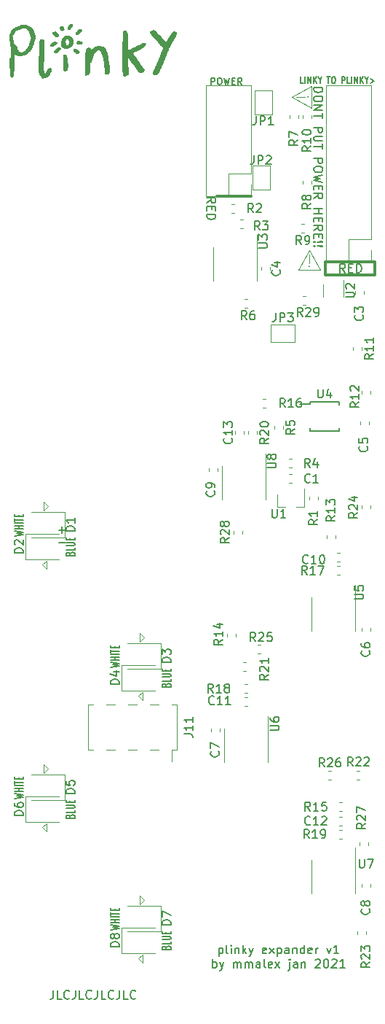
<source format=gbr>
%TF.GenerationSoftware,KiCad,Pcbnew,(5.1.6)-1*%
%TF.CreationDate,2021-03-13T16:13:42+00:00*%
%TF.ProjectId,expander,65787061-6e64-4657-922e-6b696361645f,rev?*%
%TF.SameCoordinates,Original*%
%TF.FileFunction,Legend,Top*%
%TF.FilePolarity,Positive*%
%FSLAX46Y46*%
G04 Gerber Fmt 4.6, Leading zero omitted, Abs format (unit mm)*
G04 Created by KiCad (PCBNEW (5.1.6)-1) date 2021-03-13 16:13:42*
%MOMM*%
%LPD*%
G01*
G04 APERTURE LIST*
%ADD10C,0.300000*%
%ADD11C,0.150000*%
%ADD12C,0.120000*%
%ADD13C,0.200000*%
%ADD14C,0.010000*%
G04 APERTURE END LIST*
D10*
X62611000Y-60579000D02*
X62611000Y-59055000D01*
X68326000Y-60579000D02*
X68326000Y-59055000D01*
X68326000Y-58988000D02*
X62611000Y-58988000D01*
X68326000Y-60579000D02*
X62611000Y-60579000D01*
D11*
X30940952Y-143597380D02*
X30940952Y-144311666D01*
X30893333Y-144454523D01*
X30798095Y-144549761D01*
X30655238Y-144597380D01*
X30560000Y-144597380D01*
X31893333Y-144597380D02*
X31417142Y-144597380D01*
X31417142Y-143597380D01*
X32798095Y-144502142D02*
X32750476Y-144549761D01*
X32607619Y-144597380D01*
X32512380Y-144597380D01*
X32369523Y-144549761D01*
X32274285Y-144454523D01*
X32226666Y-144359285D01*
X32179047Y-144168809D01*
X32179047Y-144025952D01*
X32226666Y-143835476D01*
X32274285Y-143740238D01*
X32369523Y-143645000D01*
X32512380Y-143597380D01*
X32607619Y-143597380D01*
X32750476Y-143645000D01*
X32798095Y-143692619D01*
X33512380Y-143597380D02*
X33512380Y-144311666D01*
X33464761Y-144454523D01*
X33369523Y-144549761D01*
X33226666Y-144597380D01*
X33131428Y-144597380D01*
X34464761Y-144597380D02*
X33988571Y-144597380D01*
X33988571Y-143597380D01*
X35369523Y-144502142D02*
X35321904Y-144549761D01*
X35179047Y-144597380D01*
X35083809Y-144597380D01*
X34940952Y-144549761D01*
X34845714Y-144454523D01*
X34798095Y-144359285D01*
X34750476Y-144168809D01*
X34750476Y-144025952D01*
X34798095Y-143835476D01*
X34845714Y-143740238D01*
X34940952Y-143645000D01*
X35083809Y-143597380D01*
X35179047Y-143597380D01*
X35321904Y-143645000D01*
X35369523Y-143692619D01*
X36083809Y-143597380D02*
X36083809Y-144311666D01*
X36036190Y-144454523D01*
X35940952Y-144549761D01*
X35798095Y-144597380D01*
X35702857Y-144597380D01*
X37036190Y-144597380D02*
X36560000Y-144597380D01*
X36560000Y-143597380D01*
X37940952Y-144502142D02*
X37893333Y-144549761D01*
X37750476Y-144597380D01*
X37655238Y-144597380D01*
X37512380Y-144549761D01*
X37417142Y-144454523D01*
X37369523Y-144359285D01*
X37321904Y-144168809D01*
X37321904Y-144025952D01*
X37369523Y-143835476D01*
X37417142Y-143740238D01*
X37512380Y-143645000D01*
X37655238Y-143597380D01*
X37750476Y-143597380D01*
X37893333Y-143645000D01*
X37940952Y-143692619D01*
X38655238Y-143597380D02*
X38655238Y-144311666D01*
X38607619Y-144454523D01*
X38512380Y-144549761D01*
X38369523Y-144597380D01*
X38274285Y-144597380D01*
X39607619Y-144597380D02*
X39131428Y-144597380D01*
X39131428Y-143597380D01*
X40512380Y-144502142D02*
X40464761Y-144549761D01*
X40321904Y-144597380D01*
X40226666Y-144597380D01*
X40083809Y-144549761D01*
X39988571Y-144454523D01*
X39940952Y-144359285D01*
X39893333Y-144168809D01*
X39893333Y-144025952D01*
X39940952Y-143835476D01*
X39988571Y-143740238D01*
X40083809Y-143645000D01*
X40226666Y-143597380D01*
X40321904Y-143597380D01*
X40464761Y-143645000D01*
X40512380Y-143692619D01*
X50197619Y-138660714D02*
X50197619Y-139660714D01*
X50197619Y-138708333D02*
X50292857Y-138660714D01*
X50483333Y-138660714D01*
X50578571Y-138708333D01*
X50626190Y-138755952D01*
X50673809Y-138851190D01*
X50673809Y-139136904D01*
X50626190Y-139232142D01*
X50578571Y-139279761D01*
X50483333Y-139327380D01*
X50292857Y-139327380D01*
X50197619Y-139279761D01*
X51245238Y-139327380D02*
X51150000Y-139279761D01*
X51102380Y-139184523D01*
X51102380Y-138327380D01*
X51626190Y-139327380D02*
X51626190Y-138660714D01*
X51626190Y-138327380D02*
X51578571Y-138375000D01*
X51626190Y-138422619D01*
X51673809Y-138375000D01*
X51626190Y-138327380D01*
X51626190Y-138422619D01*
X52102380Y-138660714D02*
X52102380Y-139327380D01*
X52102380Y-138755952D02*
X52150000Y-138708333D01*
X52245238Y-138660714D01*
X52388095Y-138660714D01*
X52483333Y-138708333D01*
X52530952Y-138803571D01*
X52530952Y-139327380D01*
X53007142Y-139327380D02*
X53007142Y-138327380D01*
X53102380Y-138946428D02*
X53388095Y-139327380D01*
X53388095Y-138660714D02*
X53007142Y-139041666D01*
X53721428Y-138660714D02*
X53959523Y-139327380D01*
X54197619Y-138660714D02*
X53959523Y-139327380D01*
X53864285Y-139565476D01*
X53816666Y-139613095D01*
X53721428Y-139660714D01*
X55721428Y-139279761D02*
X55626190Y-139327380D01*
X55435714Y-139327380D01*
X55340476Y-139279761D01*
X55292857Y-139184523D01*
X55292857Y-138803571D01*
X55340476Y-138708333D01*
X55435714Y-138660714D01*
X55626190Y-138660714D01*
X55721428Y-138708333D01*
X55769047Y-138803571D01*
X55769047Y-138898809D01*
X55292857Y-138994047D01*
X56102380Y-139327380D02*
X56626190Y-138660714D01*
X56102380Y-138660714D02*
X56626190Y-139327380D01*
X57007142Y-138660714D02*
X57007142Y-139660714D01*
X57007142Y-138708333D02*
X57102380Y-138660714D01*
X57292857Y-138660714D01*
X57388095Y-138708333D01*
X57435714Y-138755952D01*
X57483333Y-138851190D01*
X57483333Y-139136904D01*
X57435714Y-139232142D01*
X57388095Y-139279761D01*
X57292857Y-139327380D01*
X57102380Y-139327380D01*
X57007142Y-139279761D01*
X58340476Y-139327380D02*
X58340476Y-138803571D01*
X58292857Y-138708333D01*
X58197619Y-138660714D01*
X58007142Y-138660714D01*
X57911904Y-138708333D01*
X58340476Y-139279761D02*
X58245238Y-139327380D01*
X58007142Y-139327380D01*
X57911904Y-139279761D01*
X57864285Y-139184523D01*
X57864285Y-139089285D01*
X57911904Y-138994047D01*
X58007142Y-138946428D01*
X58245238Y-138946428D01*
X58340476Y-138898809D01*
X58816666Y-138660714D02*
X58816666Y-139327380D01*
X58816666Y-138755952D02*
X58864285Y-138708333D01*
X58959523Y-138660714D01*
X59102380Y-138660714D01*
X59197619Y-138708333D01*
X59245238Y-138803571D01*
X59245238Y-139327380D01*
X60150000Y-139327380D02*
X60150000Y-138327380D01*
X60150000Y-139279761D02*
X60054761Y-139327380D01*
X59864285Y-139327380D01*
X59769047Y-139279761D01*
X59721428Y-139232142D01*
X59673809Y-139136904D01*
X59673809Y-138851190D01*
X59721428Y-138755952D01*
X59769047Y-138708333D01*
X59864285Y-138660714D01*
X60054761Y-138660714D01*
X60150000Y-138708333D01*
X61007142Y-139279761D02*
X60911904Y-139327380D01*
X60721428Y-139327380D01*
X60626190Y-139279761D01*
X60578571Y-139184523D01*
X60578571Y-138803571D01*
X60626190Y-138708333D01*
X60721428Y-138660714D01*
X60911904Y-138660714D01*
X61007142Y-138708333D01*
X61054761Y-138803571D01*
X61054761Y-138898809D01*
X60578571Y-138994047D01*
X61483333Y-139327380D02*
X61483333Y-138660714D01*
X61483333Y-138851190D02*
X61530952Y-138755952D01*
X61578571Y-138708333D01*
X61673809Y-138660714D01*
X61769047Y-138660714D01*
X62769047Y-138660714D02*
X63007142Y-139327380D01*
X63245238Y-138660714D01*
X64149999Y-139327380D02*
X63578571Y-139327380D01*
X63864285Y-139327380D02*
X63864285Y-138327380D01*
X63769047Y-138470238D01*
X63673809Y-138565476D01*
X63578571Y-138613095D01*
X49483333Y-140977380D02*
X49483333Y-139977380D01*
X49483333Y-140358333D02*
X49578571Y-140310714D01*
X49769047Y-140310714D01*
X49864285Y-140358333D01*
X49911904Y-140405952D01*
X49959523Y-140501190D01*
X49959523Y-140786904D01*
X49911904Y-140882142D01*
X49864285Y-140929761D01*
X49769047Y-140977380D01*
X49578571Y-140977380D01*
X49483333Y-140929761D01*
X50292857Y-140310714D02*
X50530952Y-140977380D01*
X50769047Y-140310714D02*
X50530952Y-140977380D01*
X50435714Y-141215476D01*
X50388095Y-141263095D01*
X50292857Y-141310714D01*
X51911904Y-140977380D02*
X51911904Y-140310714D01*
X51911904Y-140405952D02*
X51959523Y-140358333D01*
X52054761Y-140310714D01*
X52197619Y-140310714D01*
X52292857Y-140358333D01*
X52340476Y-140453571D01*
X52340476Y-140977380D01*
X52340476Y-140453571D02*
X52388095Y-140358333D01*
X52483333Y-140310714D01*
X52626190Y-140310714D01*
X52721428Y-140358333D01*
X52769047Y-140453571D01*
X52769047Y-140977380D01*
X53245238Y-140977380D02*
X53245238Y-140310714D01*
X53245238Y-140405952D02*
X53292857Y-140358333D01*
X53388095Y-140310714D01*
X53530952Y-140310714D01*
X53626190Y-140358333D01*
X53673809Y-140453571D01*
X53673809Y-140977380D01*
X53673809Y-140453571D02*
X53721428Y-140358333D01*
X53816666Y-140310714D01*
X53959523Y-140310714D01*
X54054761Y-140358333D01*
X54102380Y-140453571D01*
X54102380Y-140977380D01*
X55007142Y-140977380D02*
X55007142Y-140453571D01*
X54959523Y-140358333D01*
X54864285Y-140310714D01*
X54673809Y-140310714D01*
X54578571Y-140358333D01*
X55007142Y-140929761D02*
X54911904Y-140977380D01*
X54673809Y-140977380D01*
X54578571Y-140929761D01*
X54530952Y-140834523D01*
X54530952Y-140739285D01*
X54578571Y-140644047D01*
X54673809Y-140596428D01*
X54911904Y-140596428D01*
X55007142Y-140548809D01*
X55626190Y-140977380D02*
X55530952Y-140929761D01*
X55483333Y-140834523D01*
X55483333Y-139977380D01*
X56388095Y-140929761D02*
X56292857Y-140977380D01*
X56102380Y-140977380D01*
X56007142Y-140929761D01*
X55959523Y-140834523D01*
X55959523Y-140453571D01*
X56007142Y-140358333D01*
X56102380Y-140310714D01*
X56292857Y-140310714D01*
X56388095Y-140358333D01*
X56435714Y-140453571D01*
X56435714Y-140548809D01*
X55959523Y-140644047D01*
X56769047Y-140977380D02*
X57292857Y-140310714D01*
X56769047Y-140310714D02*
X57292857Y-140977380D01*
X58435714Y-140310714D02*
X58435714Y-141167857D01*
X58388095Y-141263095D01*
X58292857Y-141310714D01*
X58245238Y-141310714D01*
X58435714Y-139977380D02*
X58388095Y-140025000D01*
X58435714Y-140072619D01*
X58483333Y-140025000D01*
X58435714Y-139977380D01*
X58435714Y-140072619D01*
X59340476Y-140977380D02*
X59340476Y-140453571D01*
X59292857Y-140358333D01*
X59197619Y-140310714D01*
X59007142Y-140310714D01*
X58911904Y-140358333D01*
X59340476Y-140929761D02*
X59245238Y-140977380D01*
X59007142Y-140977380D01*
X58911904Y-140929761D01*
X58864285Y-140834523D01*
X58864285Y-140739285D01*
X58911904Y-140644047D01*
X59007142Y-140596428D01*
X59245238Y-140596428D01*
X59340476Y-140548809D01*
X59816666Y-140310714D02*
X59816666Y-140977380D01*
X59816666Y-140405952D02*
X59864285Y-140358333D01*
X59959523Y-140310714D01*
X60102380Y-140310714D01*
X60197619Y-140358333D01*
X60245238Y-140453571D01*
X60245238Y-140977380D01*
X61435714Y-140072619D02*
X61483333Y-140025000D01*
X61578571Y-139977380D01*
X61816666Y-139977380D01*
X61911904Y-140025000D01*
X61959523Y-140072619D01*
X62007142Y-140167857D01*
X62007142Y-140263095D01*
X61959523Y-140405952D01*
X61388095Y-140977380D01*
X62007142Y-140977380D01*
X62626190Y-139977380D02*
X62721428Y-139977380D01*
X62816666Y-140025000D01*
X62864285Y-140072619D01*
X62911904Y-140167857D01*
X62959523Y-140358333D01*
X62959523Y-140596428D01*
X62911904Y-140786904D01*
X62864285Y-140882142D01*
X62816666Y-140929761D01*
X62721428Y-140977380D01*
X62626190Y-140977380D01*
X62530952Y-140929761D01*
X62483333Y-140882142D01*
X62435714Y-140786904D01*
X62388095Y-140596428D01*
X62388095Y-140358333D01*
X62435714Y-140167857D01*
X62483333Y-140072619D01*
X62530952Y-140025000D01*
X62626190Y-139977380D01*
X63340476Y-140072619D02*
X63388095Y-140025000D01*
X63483333Y-139977380D01*
X63721428Y-139977380D01*
X63816666Y-140025000D01*
X63864285Y-140072619D01*
X63911904Y-140167857D01*
X63911904Y-140263095D01*
X63864285Y-140405952D01*
X63292857Y-140977380D01*
X63911904Y-140977380D01*
X64864285Y-140977380D02*
X64292857Y-140977380D01*
X64578571Y-140977380D02*
X64578571Y-139977380D01*
X64483333Y-140120238D01*
X64388095Y-140215476D01*
X64292857Y-140263095D01*
X49294142Y-38444714D02*
X49294142Y-37682714D01*
X49584428Y-37682714D01*
X49657000Y-37719000D01*
X49693285Y-37755285D01*
X49729571Y-37827857D01*
X49729571Y-37936714D01*
X49693285Y-38009285D01*
X49657000Y-38045571D01*
X49584428Y-38081857D01*
X49294142Y-38081857D01*
X50201285Y-37682714D02*
X50346428Y-37682714D01*
X50419000Y-37719000D01*
X50491571Y-37791571D01*
X50527857Y-37936714D01*
X50527857Y-38190714D01*
X50491571Y-38335857D01*
X50419000Y-38408428D01*
X50346428Y-38444714D01*
X50201285Y-38444714D01*
X50128714Y-38408428D01*
X50056142Y-38335857D01*
X50019857Y-38190714D01*
X50019857Y-37936714D01*
X50056142Y-37791571D01*
X50128714Y-37719000D01*
X50201285Y-37682714D01*
X50781857Y-37682714D02*
X50963285Y-38444714D01*
X51108428Y-37900428D01*
X51253571Y-38444714D01*
X51435000Y-37682714D01*
X51725285Y-38045571D02*
X51979285Y-38045571D01*
X52088142Y-38444714D02*
X51725285Y-38444714D01*
X51725285Y-37682714D01*
X52088142Y-37682714D01*
X52850142Y-38444714D02*
X52596142Y-38081857D01*
X52414714Y-38444714D02*
X52414714Y-37682714D01*
X52705000Y-37682714D01*
X52777571Y-37719000D01*
X52813857Y-37755285D01*
X52850142Y-37827857D01*
X52850142Y-37936714D01*
X52813857Y-38009285D01*
X52777571Y-38045571D01*
X52705000Y-38081857D01*
X52414714Y-38081857D01*
X60031690Y-38317714D02*
X59729309Y-38317714D01*
X59729309Y-37555714D01*
X60243357Y-38317714D02*
X60243357Y-37555714D01*
X60545738Y-38317714D02*
X60545738Y-37555714D01*
X60908595Y-38317714D01*
X60908595Y-37555714D01*
X61210976Y-38317714D02*
X61210976Y-37555714D01*
X61573833Y-38317714D02*
X61301690Y-37882285D01*
X61573833Y-37555714D02*
X61210976Y-37991142D01*
X61966928Y-37954857D02*
X61966928Y-38317714D01*
X61755261Y-37555714D02*
X61966928Y-37954857D01*
X62178595Y-37555714D01*
X62783357Y-37555714D02*
X63146214Y-37555714D01*
X62964785Y-38317714D02*
X62964785Y-37555714D01*
X63478833Y-37555714D02*
X63599785Y-37555714D01*
X63660261Y-37592000D01*
X63720738Y-37664571D01*
X63750976Y-37809714D01*
X63750976Y-38063714D01*
X63720738Y-38208857D01*
X63660261Y-38281428D01*
X63599785Y-38317714D01*
X63478833Y-38317714D01*
X63418357Y-38281428D01*
X63357880Y-38208857D01*
X63327642Y-38063714D01*
X63327642Y-37809714D01*
X63357880Y-37664571D01*
X63418357Y-37592000D01*
X63478833Y-37555714D01*
X64506928Y-38317714D02*
X64506928Y-37555714D01*
X64748833Y-37555714D01*
X64809309Y-37592000D01*
X64839547Y-37628285D01*
X64869785Y-37700857D01*
X64869785Y-37809714D01*
X64839547Y-37882285D01*
X64809309Y-37918571D01*
X64748833Y-37954857D01*
X64506928Y-37954857D01*
X65444309Y-38317714D02*
X65141928Y-38317714D01*
X65141928Y-37555714D01*
X65655976Y-38317714D02*
X65655976Y-37555714D01*
X65958357Y-38317714D02*
X65958357Y-37555714D01*
X66321214Y-38317714D01*
X66321214Y-37555714D01*
X66623595Y-38317714D02*
X66623595Y-37555714D01*
X66986452Y-38317714D02*
X66714309Y-37882285D01*
X66986452Y-37555714D02*
X66623595Y-37991142D01*
X67379547Y-37954857D02*
X67379547Y-38317714D01*
X67167880Y-37555714D02*
X67379547Y-37954857D01*
X67591214Y-37555714D01*
X67802880Y-37809714D02*
X68286690Y-38027428D01*
X67802880Y-38245142D01*
D12*
X60642500Y-39878000D02*
G75*
G03*
X60642500Y-39878000I-63500J0D01*
G01*
X60960000Y-41148000D02*
X58674000Y-39878000D01*
X60960000Y-38608000D02*
X60960000Y-41148000D01*
X58674000Y-39878000D02*
X60960000Y-38608000D01*
X59182000Y-39878000D02*
X60198000Y-39878000D01*
D13*
X61269619Y-38815523D02*
X62269619Y-38815523D01*
X62269619Y-39053619D01*
X62222000Y-39196476D01*
X62126761Y-39291714D01*
X62031523Y-39339333D01*
X61841047Y-39386952D01*
X61698190Y-39386952D01*
X61507714Y-39339333D01*
X61412476Y-39291714D01*
X61317238Y-39196476D01*
X61269619Y-39053619D01*
X61269619Y-38815523D01*
X62269619Y-40006000D02*
X62269619Y-40196476D01*
X62222000Y-40291714D01*
X62126761Y-40386952D01*
X61936285Y-40434571D01*
X61602952Y-40434571D01*
X61412476Y-40386952D01*
X61317238Y-40291714D01*
X61269619Y-40196476D01*
X61269619Y-40006000D01*
X61317238Y-39910761D01*
X61412476Y-39815523D01*
X61602952Y-39767904D01*
X61936285Y-39767904D01*
X62126761Y-39815523D01*
X62222000Y-39910761D01*
X62269619Y-40006000D01*
X61269619Y-40863142D02*
X62269619Y-40863142D01*
X61269619Y-41434571D01*
X62269619Y-41434571D01*
X62269619Y-41767904D02*
X62269619Y-42339333D01*
X61269619Y-42053619D02*
X62269619Y-42053619D01*
X61269619Y-43434571D02*
X62269619Y-43434571D01*
X62269619Y-43815523D01*
X62222000Y-43910761D01*
X62174380Y-43958380D01*
X62079142Y-44006000D01*
X61936285Y-44006000D01*
X61841047Y-43958380D01*
X61793428Y-43910761D01*
X61745809Y-43815523D01*
X61745809Y-43434571D01*
X62269619Y-44434571D02*
X61460095Y-44434571D01*
X61364857Y-44482190D01*
X61317238Y-44529809D01*
X61269619Y-44625047D01*
X61269619Y-44815523D01*
X61317238Y-44910761D01*
X61364857Y-44958380D01*
X61460095Y-45006000D01*
X62269619Y-45006000D01*
X62269619Y-45339333D02*
X62269619Y-45910761D01*
X61269619Y-45625047D02*
X62269619Y-45625047D01*
X61269619Y-47006000D02*
X62269619Y-47006000D01*
X62269619Y-47386952D01*
X62222000Y-47482190D01*
X62174380Y-47529809D01*
X62079142Y-47577428D01*
X61936285Y-47577428D01*
X61841047Y-47529809D01*
X61793428Y-47482190D01*
X61745809Y-47386952D01*
X61745809Y-47006000D01*
X62269619Y-48196476D02*
X62269619Y-48386952D01*
X62222000Y-48482190D01*
X62126761Y-48577428D01*
X61936285Y-48625047D01*
X61602952Y-48625047D01*
X61412476Y-48577428D01*
X61317238Y-48482190D01*
X61269619Y-48386952D01*
X61269619Y-48196476D01*
X61317238Y-48101238D01*
X61412476Y-48006000D01*
X61602952Y-47958380D01*
X61936285Y-47958380D01*
X62126761Y-48006000D01*
X62222000Y-48101238D01*
X62269619Y-48196476D01*
X62269619Y-48958380D02*
X61269619Y-49196476D01*
X61983904Y-49386952D01*
X61269619Y-49577428D01*
X62269619Y-49815523D01*
X61793428Y-50196476D02*
X61793428Y-50529809D01*
X61269619Y-50672666D02*
X61269619Y-50196476D01*
X62269619Y-50196476D01*
X62269619Y-50672666D01*
X61269619Y-51672666D02*
X61745809Y-51339333D01*
X61269619Y-51101238D02*
X62269619Y-51101238D01*
X62269619Y-51482190D01*
X62222000Y-51577428D01*
X62174380Y-51625047D01*
X62079142Y-51672666D01*
X61936285Y-51672666D01*
X61841047Y-51625047D01*
X61793428Y-51577428D01*
X61745809Y-51482190D01*
X61745809Y-51101238D01*
X61269619Y-52863142D02*
X62269619Y-52863142D01*
X61793428Y-52863142D02*
X61793428Y-53434571D01*
X61269619Y-53434571D02*
X62269619Y-53434571D01*
X61793428Y-53910761D02*
X61793428Y-54244095D01*
X61269619Y-54386952D02*
X61269619Y-53910761D01*
X62269619Y-53910761D01*
X62269619Y-54386952D01*
X61269619Y-55386952D02*
X61745809Y-55053619D01*
X61269619Y-54815523D02*
X62269619Y-54815523D01*
X62269619Y-55196476D01*
X62222000Y-55291714D01*
X62174380Y-55339333D01*
X62079142Y-55386952D01*
X61936285Y-55386952D01*
X61841047Y-55339333D01*
X61793428Y-55291714D01*
X61745809Y-55196476D01*
X61745809Y-54815523D01*
X61793428Y-55815523D02*
X61793428Y-56148857D01*
X61269619Y-56291714D02*
X61269619Y-55815523D01*
X62269619Y-55815523D01*
X62269619Y-56291714D01*
X61364857Y-56720285D02*
X61317238Y-56767904D01*
X61269619Y-56720285D01*
X61317238Y-56672666D01*
X61364857Y-56720285D01*
X61269619Y-56720285D01*
X61650571Y-56720285D02*
X62222000Y-56672666D01*
X62269619Y-56720285D01*
X62222000Y-56767904D01*
X61650571Y-56720285D01*
X62269619Y-56720285D01*
X61364857Y-57196476D02*
X61317238Y-57244095D01*
X61269619Y-57196476D01*
X61317238Y-57148857D01*
X61364857Y-57196476D01*
X61269619Y-57196476D01*
X61650571Y-57196476D02*
X62222000Y-57148857D01*
X62269619Y-57196476D01*
X62222000Y-57244095D01*
X61650571Y-57196476D01*
X62269619Y-57196476D01*
D12*
X60769500Y-59563000D02*
G75*
G03*
X60769500Y-59563000I-63500J0D01*
G01*
X60706000Y-58166000D02*
X60706000Y-59182000D01*
X59436000Y-59944000D02*
X60706000Y-57658000D01*
X61976000Y-59944000D02*
X59436000Y-59944000D01*
X60706000Y-57658000D02*
X61976000Y-59944000D01*
D13*
X48823619Y-52189142D02*
X49299809Y-51855809D01*
X48823619Y-51617714D02*
X49823619Y-51617714D01*
X49823619Y-51998666D01*
X49776000Y-52093904D01*
X49728380Y-52141523D01*
X49633142Y-52189142D01*
X49490285Y-52189142D01*
X49395047Y-52141523D01*
X49347428Y-52093904D01*
X49299809Y-51998666D01*
X49299809Y-51617714D01*
X49347428Y-52617714D02*
X49347428Y-52951047D01*
X48823619Y-53093904D02*
X48823619Y-52617714D01*
X49823619Y-52617714D01*
X49823619Y-53093904D01*
X48823619Y-53522476D02*
X49823619Y-53522476D01*
X49823619Y-53760571D01*
X49776000Y-53903428D01*
X49680761Y-53998666D01*
X49585523Y-54046285D01*
X49395047Y-54093904D01*
X49252190Y-54093904D01*
X49061714Y-54046285D01*
X48966476Y-53998666D01*
X48871238Y-53903428D01*
X48823619Y-53760571D01*
X48823619Y-53522476D01*
X64889142Y-60269380D02*
X64555809Y-59793190D01*
X64317714Y-60269380D02*
X64317714Y-59269380D01*
X64698666Y-59269380D01*
X64793904Y-59317000D01*
X64841523Y-59364619D01*
X64889142Y-59459857D01*
X64889142Y-59602714D01*
X64841523Y-59697952D01*
X64793904Y-59745571D01*
X64698666Y-59793190D01*
X64317714Y-59793190D01*
X65317714Y-59745571D02*
X65651047Y-59745571D01*
X65793904Y-60269380D02*
X65317714Y-60269380D01*
X65317714Y-59269380D01*
X65793904Y-59269380D01*
X66222476Y-60269380D02*
X66222476Y-59269380D01*
X66460571Y-59269380D01*
X66603428Y-59317000D01*
X66698666Y-59412238D01*
X66746285Y-59507476D01*
X66793904Y-59697952D01*
X66793904Y-59840809D01*
X66746285Y-60031285D01*
X66698666Y-60126523D01*
X66603428Y-60221761D01*
X66460571Y-60269380D01*
X66222476Y-60269380D01*
D10*
X49971000Y-51368000D02*
X53908000Y-51368000D01*
D14*
%TO.C,G\u002A\u002A\u002A*%
G36*
X33047266Y-31428763D02*
G01*
X33087249Y-31453490D01*
X33100896Y-31502377D01*
X33091906Y-31581708D01*
X33086474Y-31607391D01*
X33042567Y-31741473D01*
X32977269Y-31858907D01*
X32896675Y-31950459D01*
X32829500Y-31996763D01*
X32754020Y-32031319D01*
X32700788Y-32043332D01*
X32656892Y-32033841D01*
X32622543Y-32013383D01*
X32595107Y-31979748D01*
X32577883Y-31933049D01*
X32573449Y-31888028D01*
X32584384Y-31859423D01*
X32594984Y-31855834D01*
X32613244Y-31837716D01*
X32627851Y-31797625D01*
X32646495Y-31755378D01*
X32685131Y-31691316D01*
X32736916Y-31616366D01*
X32763712Y-31580667D01*
X32821669Y-31506736D01*
X32862716Y-31460260D01*
X32895409Y-31434874D01*
X32928305Y-31424219D01*
X32969964Y-31421931D01*
X32977246Y-31421917D01*
X33047266Y-31428763D01*
G37*
X33047266Y-31428763D02*
X33087249Y-31453490D01*
X33100896Y-31502377D01*
X33091906Y-31581708D01*
X33086474Y-31607391D01*
X33042567Y-31741473D01*
X32977269Y-31858907D01*
X32896675Y-31950459D01*
X32829500Y-31996763D01*
X32754020Y-32031319D01*
X32700788Y-32043332D01*
X32656892Y-32033841D01*
X32622543Y-32013383D01*
X32595107Y-31979748D01*
X32577883Y-31933049D01*
X32573449Y-31888028D01*
X32584384Y-31859423D01*
X32594984Y-31855834D01*
X32613244Y-31837716D01*
X32627851Y-31797625D01*
X32646495Y-31755378D01*
X32685131Y-31691316D01*
X32736916Y-31616366D01*
X32763712Y-31580667D01*
X32821669Y-31506736D01*
X32862716Y-31460260D01*
X32895409Y-31434874D01*
X32928305Y-31424219D01*
X32969964Y-31421931D01*
X32977246Y-31421917D01*
X33047266Y-31428763D01*
G36*
X31879709Y-31648824D02*
G01*
X31951598Y-31674359D01*
X32020865Y-31709017D01*
X32074517Y-31746333D01*
X32099305Y-31778767D01*
X32112465Y-31824352D01*
X32133090Y-31891814D01*
X32147228Y-31936716D01*
X32183124Y-32049349D01*
X32130604Y-32089539D01*
X32038231Y-32142378D01*
X31951213Y-32157114D01*
X31918097Y-32151715D01*
X31857224Y-32130360D01*
X31819159Y-32112862D01*
X31783964Y-32078132D01*
X31744483Y-32016024D01*
X31707243Y-31940090D01*
X31678768Y-31863881D01*
X31665588Y-31800948D01*
X31665333Y-31793465D01*
X31683609Y-31732418D01*
X31729159Y-31677835D01*
X31788063Y-31643794D01*
X31818189Y-31638875D01*
X31879709Y-31648824D01*
G37*
X31879709Y-31648824D02*
X31951598Y-31674359D01*
X32020865Y-31709017D01*
X32074517Y-31746333D01*
X32099305Y-31778767D01*
X32112465Y-31824352D01*
X32133090Y-31891814D01*
X32147228Y-31936716D01*
X32183124Y-32049349D01*
X32130604Y-32089539D01*
X32038231Y-32142378D01*
X31951213Y-32157114D01*
X31918097Y-32151715D01*
X31857224Y-32130360D01*
X31819159Y-32112862D01*
X31783964Y-32078132D01*
X31744483Y-32016024D01*
X31707243Y-31940090D01*
X31678768Y-31863881D01*
X31665588Y-31800948D01*
X31665333Y-31793465D01*
X31683609Y-31732418D01*
X31729159Y-31677835D01*
X31788063Y-31643794D01*
X31818189Y-31638875D01*
X31879709Y-31648824D01*
G36*
X34159360Y-32051768D02*
G01*
X34220224Y-32069514D01*
X34246451Y-32101738D01*
X34238029Y-32150604D01*
X34194951Y-32218278D01*
X34117207Y-32306925D01*
X34062458Y-32362641D01*
X33967134Y-32453506D01*
X33892244Y-32515964D01*
X33831747Y-32554646D01*
X33790127Y-32571448D01*
X33682869Y-32593877D01*
X33607770Y-32589863D01*
X33574566Y-32571267D01*
X33557667Y-32534360D01*
X33549347Y-32476943D01*
X33549166Y-32467413D01*
X33551626Y-32431859D01*
X33562545Y-32399740D01*
X33587236Y-32364104D01*
X33631008Y-32318000D01*
X33699175Y-32254479D01*
X33740018Y-32217646D01*
X33930870Y-32046334D01*
X34063868Y-32046334D01*
X34159360Y-32051768D01*
G37*
X34159360Y-32051768D02*
X34220224Y-32069514D01*
X34246451Y-32101738D01*
X34238029Y-32150604D01*
X34194951Y-32218278D01*
X34117207Y-32306925D01*
X34062458Y-32362641D01*
X33967134Y-32453506D01*
X33892244Y-32515964D01*
X33831747Y-32554646D01*
X33790127Y-32571448D01*
X33682869Y-32593877D01*
X33607770Y-32589863D01*
X33574566Y-32571267D01*
X33557667Y-32534360D01*
X33549347Y-32476943D01*
X33549166Y-32467413D01*
X33551626Y-32431859D01*
X33562545Y-32399740D01*
X33587236Y-32364104D01*
X33631008Y-32318000D01*
X33699175Y-32254479D01*
X33740018Y-32217646D01*
X33930870Y-32046334D01*
X34063868Y-32046334D01*
X34159360Y-32051768D01*
G36*
X31297605Y-32358482D02*
G01*
X31351874Y-32413888D01*
X31409516Y-32491192D01*
X31451274Y-32560985D01*
X31522965Y-32697659D01*
X31483024Y-32779455D01*
X31459147Y-32824368D01*
X31434639Y-32849428D01*
X31396614Y-32861270D01*
X31332181Y-32866530D01*
X31311967Y-32867521D01*
X31180851Y-32873792D01*
X31010342Y-32699812D01*
X30933870Y-32619859D01*
X30883604Y-32561478D01*
X30854568Y-32517611D01*
X30841785Y-32481199D01*
X30839833Y-32458008D01*
X30846402Y-32406106D01*
X30870740Y-32369570D01*
X30919789Y-32343884D01*
X31000493Y-32324529D01*
X31059363Y-32315165D01*
X31215627Y-32292653D01*
X31297605Y-32358482D01*
G37*
X31297605Y-32358482D02*
X31351874Y-32413888D01*
X31409516Y-32491192D01*
X31451274Y-32560985D01*
X31522965Y-32697659D01*
X31483024Y-32779455D01*
X31459147Y-32824368D01*
X31434639Y-32849428D01*
X31396614Y-32861270D01*
X31332181Y-32866530D01*
X31311967Y-32867521D01*
X31180851Y-32873792D01*
X31010342Y-32699812D01*
X30933870Y-32619859D01*
X30883604Y-32561478D01*
X30854568Y-32517611D01*
X30841785Y-32481199D01*
X30839833Y-32458008D01*
X30846402Y-32406106D01*
X30870740Y-32369570D01*
X30919789Y-32343884D01*
X31000493Y-32324529D01*
X31059363Y-32315165D01*
X31215627Y-32292653D01*
X31297605Y-32358482D01*
G36*
X33892459Y-33385562D02*
G01*
X33973302Y-33399271D01*
X34062822Y-33418286D01*
X34147642Y-33439571D01*
X34214384Y-33460092D01*
X34245279Y-33473608D01*
X34264572Y-33507366D01*
X34267626Y-33563357D01*
X34255734Y-33625282D01*
X34230188Y-33676842D01*
X34229046Y-33678278D01*
X34200822Y-33705405D01*
X34163057Y-33721172D01*
X34103559Y-33729105D01*
X34043838Y-33731842D01*
X33953083Y-33730325D01*
X33864691Y-33721899D01*
X33808526Y-33710992D01*
X33740957Y-33684567D01*
X33684390Y-33650204D01*
X33673833Y-33640908D01*
X33646118Y-33607437D01*
X33640079Y-33573589D01*
X33652938Y-33520769D01*
X33654934Y-33514428D01*
X33688863Y-33438014D01*
X33736506Y-33396042D01*
X33808191Y-33380753D01*
X33833670Y-33380196D01*
X33892459Y-33385562D01*
G37*
X33892459Y-33385562D02*
X33973302Y-33399271D01*
X34062822Y-33418286D01*
X34147642Y-33439571D01*
X34214384Y-33460092D01*
X34245279Y-33473608D01*
X34264572Y-33507366D01*
X34267626Y-33563357D01*
X34255734Y-33625282D01*
X34230188Y-33676842D01*
X34229046Y-33678278D01*
X34200822Y-33705405D01*
X34163057Y-33721172D01*
X34103559Y-33729105D01*
X34043838Y-33731842D01*
X33953083Y-33730325D01*
X33864691Y-33721899D01*
X33808526Y-33710992D01*
X33740957Y-33684567D01*
X33684390Y-33650204D01*
X33673833Y-33640908D01*
X33646118Y-33607437D01*
X33640079Y-33573589D01*
X33652938Y-33520769D01*
X33654934Y-33514428D01*
X33688863Y-33438014D01*
X33736506Y-33396042D01*
X33808191Y-33380753D01*
X33833670Y-33380196D01*
X33892459Y-33385562D01*
G36*
X31276126Y-33509011D02*
G01*
X31284333Y-33512967D01*
X31332435Y-33552403D01*
X31340191Y-33602370D01*
X31307549Y-33663583D01*
X31270100Y-33704507D01*
X31222823Y-33748158D01*
X31187897Y-33776264D01*
X31176963Y-33782000D01*
X31154250Y-33792863D01*
X31105608Y-33821750D01*
X31040268Y-33863109D01*
X31018589Y-33877250D01*
X30940828Y-33926094D01*
X30882625Y-33954789D01*
X30829616Y-33968512D01*
X30767435Y-33972435D01*
X30754148Y-33972500D01*
X30673145Y-33967847D01*
X30622363Y-33952002D01*
X30599697Y-33933792D01*
X30570696Y-33889401D01*
X30572236Y-33846491D01*
X30606563Y-33796182D01*
X30644041Y-33758554D01*
X30790056Y-33636288D01*
X30928537Y-33549332D01*
X31057218Y-33498555D01*
X31173836Y-33484825D01*
X31276126Y-33509011D01*
G37*
X31276126Y-33509011D02*
X31284333Y-33512967D01*
X31332435Y-33552403D01*
X31340191Y-33602370D01*
X31307549Y-33663583D01*
X31270100Y-33704507D01*
X31222823Y-33748158D01*
X31187897Y-33776264D01*
X31176963Y-33782000D01*
X31154250Y-33792863D01*
X31105608Y-33821750D01*
X31040268Y-33863109D01*
X31018589Y-33877250D01*
X30940828Y-33926094D01*
X30882625Y-33954789D01*
X30829616Y-33968512D01*
X30767435Y-33972435D01*
X30754148Y-33972500D01*
X30673145Y-33967847D01*
X30622363Y-33952002D01*
X30599697Y-33933792D01*
X30570696Y-33889401D01*
X30572236Y-33846491D01*
X30606563Y-33796182D01*
X30644041Y-33758554D01*
X30790056Y-33636288D01*
X30928537Y-33549332D01*
X31057218Y-33498555D01*
X31173836Y-33484825D01*
X31276126Y-33509011D01*
G36*
X32648636Y-32767699D02*
G01*
X32770097Y-32808451D01*
X32893312Y-32883474D01*
X33014032Y-32984181D01*
X33092233Y-33064109D01*
X33145240Y-33141357D01*
X33177497Y-33227304D01*
X33193450Y-33333326D01*
X33197537Y-33453917D01*
X33196965Y-33553185D01*
X33192491Y-33624331D01*
X33181101Y-33681555D01*
X33159778Y-33739058D01*
X33125507Y-33811041D01*
X33118879Y-33824334D01*
X33079112Y-33900715D01*
X33044049Y-33954660D01*
X33003196Y-33997239D01*
X32946057Y-34039525D01*
X32868096Y-34088917D01*
X32710985Y-34174670D01*
X32569292Y-34226184D01*
X32435411Y-34244740D01*
X32301733Y-34231623D01*
X32197722Y-34202016D01*
X32115365Y-34166388D01*
X32031939Y-34119777D01*
X31960963Y-34070592D01*
X31915955Y-34027239D01*
X31915333Y-34026378D01*
X31903499Y-33996432D01*
X31886699Y-33937928D01*
X31869233Y-33866375D01*
X31855203Y-33794998D01*
X31848727Y-33729964D01*
X31849671Y-33657750D01*
X31857900Y-33564830D01*
X31865563Y-33499341D01*
X31867779Y-33486882D01*
X32263077Y-33486882D01*
X32269961Y-33540722D01*
X32292302Y-33604517D01*
X32319306Y-33664240D01*
X32351626Y-33735866D01*
X32375076Y-33793980D01*
X32384939Y-33826820D01*
X32385000Y-33828015D01*
X32402670Y-33871065D01*
X32444457Y-33909942D01*
X32493519Y-33929759D01*
X32500545Y-33930167D01*
X32542567Y-33915566D01*
X32593982Y-33878901D01*
X32612396Y-33861375D01*
X32667785Y-33790383D01*
X32719448Y-33701006D01*
X32760475Y-33607774D01*
X32783953Y-33525220D01*
X32786959Y-33494339D01*
X32777604Y-33441017D01*
X32753063Y-33368065D01*
X32724201Y-33302923D01*
X32662258Y-33200768D01*
X32595784Y-33129825D01*
X32529121Y-33093801D01*
X32477952Y-33092769D01*
X32431868Y-33121624D01*
X32380986Y-33180003D01*
X32332283Y-33256771D01*
X32292739Y-33340789D01*
X32269331Y-33420921D01*
X32268283Y-33427373D01*
X32263077Y-33486882D01*
X31867779Y-33486882D01*
X31898908Y-33311868D01*
X31950658Y-33156642D01*
X32024035Y-33026389D01*
X32122266Y-32913837D01*
X32127220Y-32909167D01*
X32193078Y-32853113D01*
X32255195Y-32816840D01*
X32332028Y-32790863D01*
X32380326Y-32779090D01*
X32521266Y-32758739D01*
X32648636Y-32767699D01*
G37*
X32648636Y-32767699D02*
X32770097Y-32808451D01*
X32893312Y-32883474D01*
X33014032Y-32984181D01*
X33092233Y-33064109D01*
X33145240Y-33141357D01*
X33177497Y-33227304D01*
X33193450Y-33333326D01*
X33197537Y-33453917D01*
X33196965Y-33553185D01*
X33192491Y-33624331D01*
X33181101Y-33681555D01*
X33159778Y-33739058D01*
X33125507Y-33811041D01*
X33118879Y-33824334D01*
X33079112Y-33900715D01*
X33044049Y-33954660D01*
X33003196Y-33997239D01*
X32946057Y-34039525D01*
X32868096Y-34088917D01*
X32710985Y-34174670D01*
X32569292Y-34226184D01*
X32435411Y-34244740D01*
X32301733Y-34231623D01*
X32197722Y-34202016D01*
X32115365Y-34166388D01*
X32031939Y-34119777D01*
X31960963Y-34070592D01*
X31915955Y-34027239D01*
X31915333Y-34026378D01*
X31903499Y-33996432D01*
X31886699Y-33937928D01*
X31869233Y-33866375D01*
X31855203Y-33794998D01*
X31848727Y-33729964D01*
X31849671Y-33657750D01*
X31857900Y-33564830D01*
X31865563Y-33499341D01*
X31867779Y-33486882D01*
X32263077Y-33486882D01*
X32269961Y-33540722D01*
X32292302Y-33604517D01*
X32319306Y-33664240D01*
X32351626Y-33735866D01*
X32375076Y-33793980D01*
X32384939Y-33826820D01*
X32385000Y-33828015D01*
X32402670Y-33871065D01*
X32444457Y-33909942D01*
X32493519Y-33929759D01*
X32500545Y-33930167D01*
X32542567Y-33915566D01*
X32593982Y-33878901D01*
X32612396Y-33861375D01*
X32667785Y-33790383D01*
X32719448Y-33701006D01*
X32760475Y-33607774D01*
X32783953Y-33525220D01*
X32786959Y-33494339D01*
X32777604Y-33441017D01*
X32753063Y-33368065D01*
X32724201Y-33302923D01*
X32662258Y-33200768D01*
X32595784Y-33129825D01*
X32529121Y-33093801D01*
X32477952Y-33092769D01*
X32431868Y-33121624D01*
X32380986Y-33180003D01*
X32332283Y-33256771D01*
X32292739Y-33340789D01*
X32269331Y-33420921D01*
X32268283Y-33427373D01*
X32263077Y-33486882D01*
X31867779Y-33486882D01*
X31898908Y-33311868D01*
X31950658Y-33156642D01*
X32024035Y-33026389D01*
X32122266Y-32913837D01*
X32127220Y-32909167D01*
X32193078Y-32853113D01*
X32255195Y-32816840D01*
X32332028Y-32790863D01*
X32380326Y-32779090D01*
X32521266Y-32758739D01*
X32648636Y-32767699D01*
G36*
X31674937Y-34132201D02*
G01*
X31716085Y-34149052D01*
X31761750Y-34187195D01*
X31782343Y-34228599D01*
X31776029Y-34276933D01*
X31740976Y-34335865D01*
X31675350Y-34409063D01*
X31577317Y-34500194D01*
X31512564Y-34556194D01*
X31431944Y-34624012D01*
X31374326Y-34668844D01*
X31330731Y-34695440D01*
X31292179Y-34708550D01*
X31249692Y-34712925D01*
X31215528Y-34713334D01*
X31131088Y-34706178D01*
X31067416Y-34686987D01*
X31056209Y-34680383D01*
X31017567Y-34642375D01*
X31006787Y-34598305D01*
X31025524Y-34543798D01*
X31075433Y-34474476D01*
X31158170Y-34385964D01*
X31173208Y-34371063D01*
X31248024Y-34300507D01*
X31319483Y-34238410D01*
X31377901Y-34192922D01*
X31405676Y-34175413D01*
X31499085Y-34140681D01*
X31593369Y-34125892D01*
X31674937Y-34132201D01*
G37*
X31674937Y-34132201D02*
X31716085Y-34149052D01*
X31761750Y-34187195D01*
X31782343Y-34228599D01*
X31776029Y-34276933D01*
X31740976Y-34335865D01*
X31675350Y-34409063D01*
X31577317Y-34500194D01*
X31512564Y-34556194D01*
X31431944Y-34624012D01*
X31374326Y-34668844D01*
X31330731Y-34695440D01*
X31292179Y-34708550D01*
X31249692Y-34712925D01*
X31215528Y-34713334D01*
X31131088Y-34706178D01*
X31067416Y-34686987D01*
X31056209Y-34680383D01*
X31017567Y-34642375D01*
X31006787Y-34598305D01*
X31025524Y-34543798D01*
X31075433Y-34474476D01*
X31158170Y-34385964D01*
X31173208Y-34371063D01*
X31248024Y-34300507D01*
X31319483Y-34238410D01*
X31377901Y-34192922D01*
X31405676Y-34175413D01*
X31499085Y-34140681D01*
X31593369Y-34125892D01*
X31674937Y-34132201D01*
G36*
X33535484Y-34343878D02*
G01*
X33637346Y-34374318D01*
X33735706Y-34418967D01*
X33822099Y-34472936D01*
X33888058Y-34531331D01*
X33925119Y-34589262D01*
X33930166Y-34616587D01*
X33910701Y-34675689D01*
X33859039Y-34729714D01*
X33785284Y-34771863D01*
X33699538Y-34795339D01*
X33660594Y-34798000D01*
X33613843Y-34793312D01*
X33566763Y-34775796D01*
X33509293Y-34740274D01*
X33431376Y-34681565D01*
X33425631Y-34677034D01*
X33356399Y-34618466D01*
X33300659Y-34564072D01*
X33266815Y-34522379D01*
X33260955Y-34509981D01*
X33262433Y-34459863D01*
X33281803Y-34401286D01*
X33283404Y-34398113D01*
X33305861Y-34360741D01*
X33332355Y-34341122D01*
X33376240Y-34333613D01*
X33438585Y-34332540D01*
X33535484Y-34343878D01*
G37*
X33535484Y-34343878D02*
X33637346Y-34374318D01*
X33735706Y-34418967D01*
X33822099Y-34472936D01*
X33888058Y-34531331D01*
X33925119Y-34589262D01*
X33930166Y-34616587D01*
X33910701Y-34675689D01*
X33859039Y-34729714D01*
X33785284Y-34771863D01*
X33699538Y-34795339D01*
X33660594Y-34798000D01*
X33613843Y-34793312D01*
X33566763Y-34775796D01*
X33509293Y-34740274D01*
X33431376Y-34681565D01*
X33425631Y-34677034D01*
X33356399Y-34618466D01*
X33300659Y-34564072D01*
X33266815Y-34522379D01*
X33260955Y-34509981D01*
X33262433Y-34459863D01*
X33281803Y-34401286D01*
X33283404Y-34398113D01*
X33305861Y-34360741D01*
X33332355Y-34341122D01*
X33376240Y-34333613D01*
X33438585Y-34332540D01*
X33535484Y-34343878D01*
G36*
X32330480Y-34981348D02*
G01*
X32380752Y-35010253D01*
X32419900Y-35062492D01*
X32439608Y-35110794D01*
X32453476Y-35163497D01*
X32475237Y-35236453D01*
X32490689Y-35284834D01*
X32509299Y-35362452D01*
X32526699Y-35474301D01*
X32542280Y-35612284D01*
X32555435Y-35768302D01*
X32565556Y-35934258D01*
X32572036Y-36102054D01*
X32574266Y-36263593D01*
X32572723Y-36378009D01*
X32568430Y-36497299D01*
X32562669Y-36581650D01*
X32554404Y-36638452D01*
X32542594Y-36675097D01*
X32527875Y-36697175D01*
X32499733Y-36736125D01*
X32490833Y-36760473D01*
X32471680Y-36780782D01*
X32422239Y-36798229D01*
X32354537Y-36811205D01*
X32280600Y-36818099D01*
X32212456Y-36817303D01*
X32162132Y-36807206D01*
X32157458Y-36805093D01*
X32138919Y-36793944D01*
X32125889Y-36777605D01*
X32117342Y-36749166D01*
X32112251Y-36701720D01*
X32109591Y-36628359D01*
X32108335Y-36522176D01*
X32108016Y-36472224D01*
X32106838Y-36361836D01*
X32104516Y-36219513D01*
X32101267Y-36055631D01*
X32097305Y-35880565D01*
X32092844Y-35704694D01*
X32089996Y-35602334D01*
X32085242Y-35433609D01*
X32082046Y-35302131D01*
X32080621Y-35202833D01*
X32081182Y-35130650D01*
X32083944Y-35080514D01*
X32089122Y-35047360D01*
X32096930Y-35026122D01*
X32107582Y-35011735D01*
X32115324Y-35004375D01*
X32175978Y-34974701D01*
X32253888Y-34967162D01*
X32330480Y-34981348D01*
G37*
X32330480Y-34981348D02*
X32380752Y-35010253D01*
X32419900Y-35062492D01*
X32439608Y-35110794D01*
X32453476Y-35163497D01*
X32475237Y-35236453D01*
X32490689Y-35284834D01*
X32509299Y-35362452D01*
X32526699Y-35474301D01*
X32542280Y-35612284D01*
X32555435Y-35768302D01*
X32565556Y-35934258D01*
X32572036Y-36102054D01*
X32574266Y-36263593D01*
X32572723Y-36378009D01*
X32568430Y-36497299D01*
X32562669Y-36581650D01*
X32554404Y-36638452D01*
X32542594Y-36675097D01*
X32527875Y-36697175D01*
X32499733Y-36736125D01*
X32490833Y-36760473D01*
X32471680Y-36780782D01*
X32422239Y-36798229D01*
X32354537Y-36811205D01*
X32280600Y-36818099D01*
X32212456Y-36817303D01*
X32162132Y-36807206D01*
X32157458Y-36805093D01*
X32138919Y-36793944D01*
X32125889Y-36777605D01*
X32117342Y-36749166D01*
X32112251Y-36701720D01*
X32109591Y-36628359D01*
X32108335Y-36522176D01*
X32108016Y-36472224D01*
X32106838Y-36361836D01*
X32104516Y-36219513D01*
X32101267Y-36055631D01*
X32097305Y-35880565D01*
X32092844Y-35704694D01*
X32089996Y-35602334D01*
X32085242Y-35433609D01*
X32082046Y-35302131D01*
X32080621Y-35202833D01*
X32081182Y-35130650D01*
X32083944Y-35080514D01*
X32089122Y-35047360D01*
X32096930Y-35026122D01*
X32107582Y-35011735D01*
X32115324Y-35004375D01*
X32175978Y-34974701D01*
X32253888Y-34967162D01*
X32330480Y-34981348D01*
G36*
X42672469Y-32150408D02*
G01*
X42767803Y-32206644D01*
X42868501Y-32296725D01*
X42913771Y-32346815D01*
X42970956Y-32412062D01*
X43048357Y-32497832D01*
X43136852Y-32594136D01*
X43227315Y-32690980D01*
X43250231Y-32715227D01*
X43344112Y-32814819D01*
X43455386Y-32933712D01*
X43572903Y-33059943D01*
X43685512Y-33181550D01*
X43737525Y-33238005D01*
X43844403Y-33352638D01*
X43926551Y-33436749D01*
X43986328Y-33492346D01*
X44026093Y-33521436D01*
X44048205Y-33526029D01*
X44055025Y-33508221D01*
X44066071Y-33483356D01*
X44095926Y-33431682D01*
X44139660Y-33361441D01*
X44178399Y-33301846D01*
X44235409Y-33214949D01*
X44288584Y-33132714D01*
X44330386Y-33066852D01*
X44347049Y-33039774D01*
X44387329Y-32980703D01*
X44428568Y-32931868D01*
X44435341Y-32925369D01*
X44467723Y-32883538D01*
X44478358Y-32849978D01*
X44493595Y-32805868D01*
X44509058Y-32788038D01*
X44535928Y-32756301D01*
X44573204Y-32700999D01*
X44601832Y-32653154D01*
X44666542Y-32553543D01*
X44745989Y-32452430D01*
X44828907Y-32363060D01*
X44902474Y-32299776D01*
X44950046Y-32272172D01*
X44995114Y-32267408D01*
X45046457Y-32278251D01*
X45146127Y-32317932D01*
X45211598Y-32372683D01*
X45239558Y-32439506D01*
X45240358Y-32453825D01*
X45225719Y-32565344D01*
X45180750Y-32693290D01*
X45103872Y-32842018D01*
X45092557Y-32861250D01*
X45047479Y-32938468D01*
X45003007Y-33016933D01*
X44983864Y-33051750D01*
X44948894Y-33112963D01*
X44900944Y-33192443D01*
X44850322Y-33273109D01*
X44849750Y-33274000D01*
X44805210Y-33348235D01*
X44749926Y-33447646D01*
X44691047Y-33559045D01*
X44637502Y-33665584D01*
X44587740Y-33765808D01*
X44540799Y-33857067D01*
X44501603Y-33930002D01*
X44475076Y-33975253D01*
X44472888Y-33978509D01*
X44437296Y-34039002D01*
X44390725Y-34131421D01*
X44336527Y-34247860D01*
X44278055Y-34380413D01*
X44218663Y-34521173D01*
X44161703Y-34662233D01*
X44110528Y-34795686D01*
X44068492Y-34913627D01*
X44044577Y-34988500D01*
X44020480Y-35058467D01*
X43984156Y-35151032D01*
X43942000Y-35251082D01*
X43900408Y-35343498D01*
X43865777Y-35413167D01*
X43862031Y-35419921D01*
X43839594Y-35466527D01*
X43814347Y-35528125D01*
X43811277Y-35536338D01*
X43790021Y-35591101D01*
X43757888Y-35670543D01*
X43720663Y-35760428D01*
X43707369Y-35792035D01*
X43674047Y-35872848D01*
X43648210Y-35939206D01*
X43633608Y-35981297D01*
X43631691Y-35990059D01*
X43622845Y-36014508D01*
X43598352Y-36070248D01*
X43561281Y-36150595D01*
X43514703Y-36248868D01*
X43475761Y-36329524D01*
X43418383Y-36448625D01*
X43362756Y-36566139D01*
X43313672Y-36671794D01*
X43275928Y-36755318D01*
X43261922Y-36787667D01*
X43191840Y-36946843D01*
X43129015Y-37069775D01*
X43068855Y-37160857D01*
X43006768Y-37224485D01*
X42938160Y-37265056D01*
X42858440Y-37286966D01*
X42763014Y-37294609D01*
X42732108Y-37294788D01*
X42648406Y-37286650D01*
X42586032Y-37259628D01*
X42564886Y-37243949D01*
X42528567Y-37210210D01*
X42512626Y-37176835D01*
X42511902Y-37127295D01*
X42516072Y-37087577D01*
X42527464Y-37017464D01*
X42542064Y-36960327D01*
X42549163Y-36942741D01*
X42568460Y-36903706D01*
X42598223Y-36840663D01*
X42627512Y-36777084D01*
X42661222Y-36706291D01*
X42691522Y-36648178D01*
X42709806Y-36618334D01*
X42729395Y-36579487D01*
X42750838Y-36517691D01*
X42759564Y-36486042D01*
X42777135Y-36433884D01*
X42809971Y-36352362D01*
X42854405Y-36249973D01*
X42906773Y-36135218D01*
X42951278Y-36041542D01*
X43008350Y-35921413D01*
X43061534Y-35805486D01*
X43106852Y-35702727D01*
X43140331Y-35622103D01*
X43155403Y-35581167D01*
X43185307Y-35500100D01*
X43225963Y-35403933D01*
X43264235Y-35322404D01*
X43298865Y-35248725D01*
X43324172Y-35186552D01*
X43335224Y-35148133D01*
X43335358Y-35145753D01*
X43345383Y-35103065D01*
X43367122Y-35055266D01*
X43389612Y-35009338D01*
X43420359Y-34938534D01*
X43455582Y-34852577D01*
X43491503Y-34761190D01*
X43524343Y-34674096D01*
X43550321Y-34601019D01*
X43565658Y-34551683D01*
X43568191Y-34537973D01*
X43581302Y-34497233D01*
X43586818Y-34490025D01*
X43602758Y-34463093D01*
X43630881Y-34406510D01*
X43666702Y-34329540D01*
X43693129Y-34270378D01*
X43734440Y-34172441D01*
X43756391Y-34106216D01*
X43758695Y-34065616D01*
X43741060Y-34044560D01*
X43703199Y-34036961D01*
X43682007Y-34036324D01*
X43598605Y-34019411D01*
X43510417Y-33976453D01*
X43434788Y-33917491D01*
X43398757Y-33872326D01*
X43354746Y-33803793D01*
X43307181Y-33738061D01*
X43300407Y-33729539D01*
X43263842Y-33684195D01*
X43210132Y-33617309D01*
X43148544Y-33540428D01*
X43121675Y-33506834D01*
X43080128Y-33455021D01*
X43043459Y-33410044D01*
X43007481Y-33367266D01*
X42968004Y-33322050D01*
X42920839Y-33269757D01*
X42861798Y-33205752D01*
X42786691Y-33125395D01*
X42691330Y-33024050D01*
X42571526Y-32897079D01*
X42557005Y-32881697D01*
X42465455Y-32783602D01*
X42380639Y-32690640D01*
X42308243Y-32609202D01*
X42253948Y-32545680D01*
X42223876Y-32507112D01*
X42182188Y-32420858D01*
X42174333Y-32339840D01*
X42200708Y-32272526D01*
X42212294Y-32259231D01*
X42255273Y-32231381D01*
X42325943Y-32200032D01*
X42410473Y-32169916D01*
X42495027Y-32145768D01*
X42565775Y-32132322D01*
X42587014Y-32131000D01*
X42672469Y-32150408D01*
G37*
X42672469Y-32150408D02*
X42767803Y-32206644D01*
X42868501Y-32296725D01*
X42913771Y-32346815D01*
X42970956Y-32412062D01*
X43048357Y-32497832D01*
X43136852Y-32594136D01*
X43227315Y-32690980D01*
X43250231Y-32715227D01*
X43344112Y-32814819D01*
X43455386Y-32933712D01*
X43572903Y-33059943D01*
X43685512Y-33181550D01*
X43737525Y-33238005D01*
X43844403Y-33352638D01*
X43926551Y-33436749D01*
X43986328Y-33492346D01*
X44026093Y-33521436D01*
X44048205Y-33526029D01*
X44055025Y-33508221D01*
X44066071Y-33483356D01*
X44095926Y-33431682D01*
X44139660Y-33361441D01*
X44178399Y-33301846D01*
X44235409Y-33214949D01*
X44288584Y-33132714D01*
X44330386Y-33066852D01*
X44347049Y-33039774D01*
X44387329Y-32980703D01*
X44428568Y-32931868D01*
X44435341Y-32925369D01*
X44467723Y-32883538D01*
X44478358Y-32849978D01*
X44493595Y-32805868D01*
X44509058Y-32788038D01*
X44535928Y-32756301D01*
X44573204Y-32700999D01*
X44601832Y-32653154D01*
X44666542Y-32553543D01*
X44745989Y-32452430D01*
X44828907Y-32363060D01*
X44902474Y-32299776D01*
X44950046Y-32272172D01*
X44995114Y-32267408D01*
X45046457Y-32278251D01*
X45146127Y-32317932D01*
X45211598Y-32372683D01*
X45239558Y-32439506D01*
X45240358Y-32453825D01*
X45225719Y-32565344D01*
X45180750Y-32693290D01*
X45103872Y-32842018D01*
X45092557Y-32861250D01*
X45047479Y-32938468D01*
X45003007Y-33016933D01*
X44983864Y-33051750D01*
X44948894Y-33112963D01*
X44900944Y-33192443D01*
X44850322Y-33273109D01*
X44849750Y-33274000D01*
X44805210Y-33348235D01*
X44749926Y-33447646D01*
X44691047Y-33559045D01*
X44637502Y-33665584D01*
X44587740Y-33765808D01*
X44540799Y-33857067D01*
X44501603Y-33930002D01*
X44475076Y-33975253D01*
X44472888Y-33978509D01*
X44437296Y-34039002D01*
X44390725Y-34131421D01*
X44336527Y-34247860D01*
X44278055Y-34380413D01*
X44218663Y-34521173D01*
X44161703Y-34662233D01*
X44110528Y-34795686D01*
X44068492Y-34913627D01*
X44044577Y-34988500D01*
X44020480Y-35058467D01*
X43984156Y-35151032D01*
X43942000Y-35251082D01*
X43900408Y-35343498D01*
X43865777Y-35413167D01*
X43862031Y-35419921D01*
X43839594Y-35466527D01*
X43814347Y-35528125D01*
X43811277Y-35536338D01*
X43790021Y-35591101D01*
X43757888Y-35670543D01*
X43720663Y-35760428D01*
X43707369Y-35792035D01*
X43674047Y-35872848D01*
X43648210Y-35939206D01*
X43633608Y-35981297D01*
X43631691Y-35990059D01*
X43622845Y-36014508D01*
X43598352Y-36070248D01*
X43561281Y-36150595D01*
X43514703Y-36248868D01*
X43475761Y-36329524D01*
X43418383Y-36448625D01*
X43362756Y-36566139D01*
X43313672Y-36671794D01*
X43275928Y-36755318D01*
X43261922Y-36787667D01*
X43191840Y-36946843D01*
X43129015Y-37069775D01*
X43068855Y-37160857D01*
X43006768Y-37224485D01*
X42938160Y-37265056D01*
X42858440Y-37286966D01*
X42763014Y-37294609D01*
X42732108Y-37294788D01*
X42648406Y-37286650D01*
X42586032Y-37259628D01*
X42564886Y-37243949D01*
X42528567Y-37210210D01*
X42512626Y-37176835D01*
X42511902Y-37127295D01*
X42516072Y-37087577D01*
X42527464Y-37017464D01*
X42542064Y-36960327D01*
X42549163Y-36942741D01*
X42568460Y-36903706D01*
X42598223Y-36840663D01*
X42627512Y-36777084D01*
X42661222Y-36706291D01*
X42691522Y-36648178D01*
X42709806Y-36618334D01*
X42729395Y-36579487D01*
X42750838Y-36517691D01*
X42759564Y-36486042D01*
X42777135Y-36433884D01*
X42809971Y-36352362D01*
X42854405Y-36249973D01*
X42906773Y-36135218D01*
X42951278Y-36041542D01*
X43008350Y-35921413D01*
X43061534Y-35805486D01*
X43106852Y-35702727D01*
X43140331Y-35622103D01*
X43155403Y-35581167D01*
X43185307Y-35500100D01*
X43225963Y-35403933D01*
X43264235Y-35322404D01*
X43298865Y-35248725D01*
X43324172Y-35186552D01*
X43335224Y-35148133D01*
X43335358Y-35145753D01*
X43345383Y-35103065D01*
X43367122Y-35055266D01*
X43389612Y-35009338D01*
X43420359Y-34938534D01*
X43455582Y-34852577D01*
X43491503Y-34761190D01*
X43524343Y-34674096D01*
X43550321Y-34601019D01*
X43565658Y-34551683D01*
X43568191Y-34537973D01*
X43581302Y-34497233D01*
X43586818Y-34490025D01*
X43602758Y-34463093D01*
X43630881Y-34406510D01*
X43666702Y-34329540D01*
X43693129Y-34270378D01*
X43734440Y-34172441D01*
X43756391Y-34106216D01*
X43758695Y-34065616D01*
X43741060Y-34044560D01*
X43703199Y-34036961D01*
X43682007Y-34036324D01*
X43598605Y-34019411D01*
X43510417Y-33976453D01*
X43434788Y-33917491D01*
X43398757Y-33872326D01*
X43354746Y-33803793D01*
X43307181Y-33738061D01*
X43300407Y-33729539D01*
X43263842Y-33684195D01*
X43210132Y-33617309D01*
X43148544Y-33540428D01*
X43121675Y-33506834D01*
X43080128Y-33455021D01*
X43043459Y-33410044D01*
X43007481Y-33367266D01*
X42968004Y-33322050D01*
X42920839Y-33269757D01*
X42861798Y-33205752D01*
X42786691Y-33125395D01*
X42691330Y-33024050D01*
X42571526Y-32897079D01*
X42557005Y-32881697D01*
X42465455Y-32783602D01*
X42380639Y-32690640D01*
X42308243Y-32609202D01*
X42253948Y-32545680D01*
X42223876Y-32507112D01*
X42182188Y-32420858D01*
X42174333Y-32339840D01*
X42200708Y-32272526D01*
X42212294Y-32259231D01*
X42255273Y-32231381D01*
X42325943Y-32200032D01*
X42410473Y-32169916D01*
X42495027Y-32145768D01*
X42565775Y-32132322D01*
X42587014Y-32131000D01*
X42672469Y-32150408D01*
G36*
X36390333Y-33981947D02*
G01*
X36535228Y-34013618D01*
X36677427Y-34072125D01*
X36804625Y-34150957D01*
X36904519Y-34243600D01*
X36919071Y-34261794D01*
X36984032Y-34362595D01*
X37048859Y-34489323D01*
X37109553Y-34631171D01*
X37162119Y-34777331D01*
X37202559Y-34916996D01*
X37226877Y-35039359D01*
X37232166Y-35108399D01*
X37236696Y-35176855D01*
X37248477Y-35265474D01*
X37262309Y-35341658D01*
X37280810Y-35443124D01*
X37297844Y-35558139D01*
X37307466Y-35640269D01*
X37314107Y-35721923D01*
X37313448Y-35772460D01*
X37304032Y-35802693D01*
X37284405Y-35823431D01*
X37282614Y-35824804D01*
X37255514Y-35847545D01*
X37263956Y-35854800D01*
X37286977Y-35855660D01*
X37316102Y-35862842D01*
X37339898Y-35886373D01*
X37359464Y-35930699D01*
X37375897Y-36000265D01*
X37390294Y-36099516D01*
X37403753Y-36232899D01*
X37415163Y-36374917D01*
X37425497Y-36506350D01*
X37436033Y-36627942D01*
X37445988Y-36731524D01*
X37454578Y-36808928D01*
X37460843Y-36851167D01*
X37464681Y-36958343D01*
X37428232Y-37052625D01*
X37351609Y-37133779D01*
X37315474Y-37158941D01*
X37248479Y-37192644D01*
X37174876Y-37208210D01*
X37106332Y-37211000D01*
X37033040Y-37208860D01*
X36989891Y-37199918D01*
X36964803Y-37180395D01*
X36954109Y-37163375D01*
X36944112Y-37125837D01*
X36933654Y-37053770D01*
X36923587Y-36954962D01*
X36914763Y-36837196D01*
X36910713Y-36766500D01*
X36898150Y-36536007D01*
X36885794Y-36343289D01*
X36873176Y-36183794D01*
X36859827Y-36052972D01*
X36845279Y-35946268D01*
X36829061Y-35859132D01*
X36810705Y-35787010D01*
X36809281Y-35782250D01*
X36784471Y-35685375D01*
X36761433Y-35570184D01*
X36744913Y-35460590D01*
X36744171Y-35454167D01*
X36730805Y-35356673D01*
X36713906Y-35262333D01*
X36696743Y-35188984D01*
X36693756Y-35179000D01*
X36671501Y-35102186D01*
X36652951Y-35027528D01*
X36649208Y-35009667D01*
X36629556Y-34946631D01*
X36592729Y-34858965D01*
X36544407Y-34757675D01*
X36490270Y-34653764D01*
X36435998Y-34558237D01*
X36387270Y-34482099D01*
X36356961Y-34443459D01*
X36279671Y-34389035D01*
X36188753Y-34373368D01*
X36088750Y-34396975D01*
X36061752Y-34409648D01*
X35994168Y-34453944D01*
X35916037Y-34519771D01*
X35833723Y-34599915D01*
X35753591Y-34687159D01*
X35682004Y-34774287D01*
X35625328Y-34854084D01*
X35589927Y-34919333D01*
X35581166Y-34954524D01*
X35571070Y-34992741D01*
X35546216Y-35046133D01*
X35540629Y-35056082D01*
X35520804Y-35102107D01*
X35493921Y-35181137D01*
X35462364Y-35284907D01*
X35428514Y-35405154D01*
X35394754Y-35533616D01*
X35363468Y-35662028D01*
X35354070Y-35703082D01*
X35331579Y-35743312D01*
X35286255Y-35792509D01*
X35255867Y-35818290D01*
X35204396Y-35857964D01*
X35167894Y-35886134D01*
X35157833Y-35893923D01*
X35154644Y-35916404D01*
X35150943Y-35975725D01*
X35146941Y-36066396D01*
X35142850Y-36182930D01*
X35138881Y-36319840D01*
X35135248Y-36471636D01*
X35134903Y-36487798D01*
X35129567Y-36697199D01*
X35123251Y-36864874D01*
X35115920Y-36991420D01*
X35107538Y-37077434D01*
X35098069Y-37123513D01*
X35096699Y-37126721D01*
X35046388Y-37190404D01*
X34963987Y-37249595D01*
X34859673Y-37297433D01*
X34828095Y-37307807D01*
X34754474Y-37328500D01*
X34708018Y-37336005D01*
X34675913Y-37331049D01*
X34650803Y-37317881D01*
X34637369Y-37299674D01*
X34627557Y-37260683D01*
X34620631Y-37194956D01*
X34615860Y-37096543D01*
X34613663Y-37016580D01*
X34612519Y-36919741D01*
X34612634Y-36793639D01*
X34613879Y-36643328D01*
X34616126Y-36473862D01*
X34619244Y-36290297D01*
X34623105Y-36097688D01*
X34627579Y-35901088D01*
X34632537Y-35705553D01*
X34637849Y-35516138D01*
X34643387Y-35337897D01*
X34649022Y-35175884D01*
X34654623Y-35035155D01*
X34660063Y-34920764D01*
X34665210Y-34837767D01*
X34669937Y-34791217D01*
X34670662Y-34787417D01*
X34683342Y-34723726D01*
X34698911Y-34636494D01*
X34714102Y-34544062D01*
X34714791Y-34539650D01*
X34744276Y-34402998D01*
X34786775Y-34302660D01*
X34846399Y-34233562D01*
X34927261Y-34190630D01*
X35013317Y-34171252D01*
X35089305Y-34167544D01*
X35146405Y-34183850D01*
X35168289Y-34196613D01*
X35232055Y-34261762D01*
X35268624Y-34348315D01*
X35271482Y-34440744D01*
X35271226Y-34442142D01*
X35258152Y-34512250D01*
X35350867Y-34426193D01*
X35451003Y-34336107D01*
X35553444Y-34248912D01*
X35649326Y-34171805D01*
X35729781Y-34111984D01*
X35771666Y-34084550D01*
X35844891Y-34053217D01*
X35947704Y-34024842D01*
X36067367Y-34001538D01*
X36191143Y-33985417D01*
X36306294Y-33978592D01*
X36390333Y-33981947D01*
G37*
X36390333Y-33981947D02*
X36535228Y-34013618D01*
X36677427Y-34072125D01*
X36804625Y-34150957D01*
X36904519Y-34243600D01*
X36919071Y-34261794D01*
X36984032Y-34362595D01*
X37048859Y-34489323D01*
X37109553Y-34631171D01*
X37162119Y-34777331D01*
X37202559Y-34916996D01*
X37226877Y-35039359D01*
X37232166Y-35108399D01*
X37236696Y-35176855D01*
X37248477Y-35265474D01*
X37262309Y-35341658D01*
X37280810Y-35443124D01*
X37297844Y-35558139D01*
X37307466Y-35640269D01*
X37314107Y-35721923D01*
X37313448Y-35772460D01*
X37304032Y-35802693D01*
X37284405Y-35823431D01*
X37282614Y-35824804D01*
X37255514Y-35847545D01*
X37263956Y-35854800D01*
X37286977Y-35855660D01*
X37316102Y-35862842D01*
X37339898Y-35886373D01*
X37359464Y-35930699D01*
X37375897Y-36000265D01*
X37390294Y-36099516D01*
X37403753Y-36232899D01*
X37415163Y-36374917D01*
X37425497Y-36506350D01*
X37436033Y-36627942D01*
X37445988Y-36731524D01*
X37454578Y-36808928D01*
X37460843Y-36851167D01*
X37464681Y-36958343D01*
X37428232Y-37052625D01*
X37351609Y-37133779D01*
X37315474Y-37158941D01*
X37248479Y-37192644D01*
X37174876Y-37208210D01*
X37106332Y-37211000D01*
X37033040Y-37208860D01*
X36989891Y-37199918D01*
X36964803Y-37180395D01*
X36954109Y-37163375D01*
X36944112Y-37125837D01*
X36933654Y-37053770D01*
X36923587Y-36954962D01*
X36914763Y-36837196D01*
X36910713Y-36766500D01*
X36898150Y-36536007D01*
X36885794Y-36343289D01*
X36873176Y-36183794D01*
X36859827Y-36052972D01*
X36845279Y-35946268D01*
X36829061Y-35859132D01*
X36810705Y-35787010D01*
X36809281Y-35782250D01*
X36784471Y-35685375D01*
X36761433Y-35570184D01*
X36744913Y-35460590D01*
X36744171Y-35454167D01*
X36730805Y-35356673D01*
X36713906Y-35262333D01*
X36696743Y-35188984D01*
X36693756Y-35179000D01*
X36671501Y-35102186D01*
X36652951Y-35027528D01*
X36649208Y-35009667D01*
X36629556Y-34946631D01*
X36592729Y-34858965D01*
X36544407Y-34757675D01*
X36490270Y-34653764D01*
X36435998Y-34558237D01*
X36387270Y-34482099D01*
X36356961Y-34443459D01*
X36279671Y-34389035D01*
X36188753Y-34373368D01*
X36088750Y-34396975D01*
X36061752Y-34409648D01*
X35994168Y-34453944D01*
X35916037Y-34519771D01*
X35833723Y-34599915D01*
X35753591Y-34687159D01*
X35682004Y-34774287D01*
X35625328Y-34854084D01*
X35589927Y-34919333D01*
X35581166Y-34954524D01*
X35571070Y-34992741D01*
X35546216Y-35046133D01*
X35540629Y-35056082D01*
X35520804Y-35102107D01*
X35493921Y-35181137D01*
X35462364Y-35284907D01*
X35428514Y-35405154D01*
X35394754Y-35533616D01*
X35363468Y-35662028D01*
X35354070Y-35703082D01*
X35331579Y-35743312D01*
X35286255Y-35792509D01*
X35255867Y-35818290D01*
X35204396Y-35857964D01*
X35167894Y-35886134D01*
X35157833Y-35893923D01*
X35154644Y-35916404D01*
X35150943Y-35975725D01*
X35146941Y-36066396D01*
X35142850Y-36182930D01*
X35138881Y-36319840D01*
X35135248Y-36471636D01*
X35134903Y-36487798D01*
X35129567Y-36697199D01*
X35123251Y-36864874D01*
X35115920Y-36991420D01*
X35107538Y-37077434D01*
X35098069Y-37123513D01*
X35096699Y-37126721D01*
X35046388Y-37190404D01*
X34963987Y-37249595D01*
X34859673Y-37297433D01*
X34828095Y-37307807D01*
X34754474Y-37328500D01*
X34708018Y-37336005D01*
X34675913Y-37331049D01*
X34650803Y-37317881D01*
X34637369Y-37299674D01*
X34627557Y-37260683D01*
X34620631Y-37194956D01*
X34615860Y-37096543D01*
X34613663Y-37016580D01*
X34612519Y-36919741D01*
X34612634Y-36793639D01*
X34613879Y-36643328D01*
X34616126Y-36473862D01*
X34619244Y-36290297D01*
X34623105Y-36097688D01*
X34627579Y-35901088D01*
X34632537Y-35705553D01*
X34637849Y-35516138D01*
X34643387Y-35337897D01*
X34649022Y-35175884D01*
X34654623Y-35035155D01*
X34660063Y-34920764D01*
X34665210Y-34837767D01*
X34669937Y-34791217D01*
X34670662Y-34787417D01*
X34683342Y-34723726D01*
X34698911Y-34636494D01*
X34714102Y-34544062D01*
X34714791Y-34539650D01*
X34744276Y-34402998D01*
X34786775Y-34302660D01*
X34846399Y-34233562D01*
X34927261Y-34190630D01*
X35013317Y-34171252D01*
X35089305Y-34167544D01*
X35146405Y-34183850D01*
X35168289Y-34196613D01*
X35232055Y-34261762D01*
X35268624Y-34348315D01*
X35271482Y-34440744D01*
X35271226Y-34442142D01*
X35258152Y-34512250D01*
X35350867Y-34426193D01*
X35451003Y-34336107D01*
X35553444Y-34248912D01*
X35649326Y-34171805D01*
X35729781Y-34111984D01*
X35771666Y-34084550D01*
X35844891Y-34053217D01*
X35947704Y-34024842D01*
X36067367Y-34001538D01*
X36191143Y-33985417D01*
X36306294Y-33978592D01*
X36390333Y-33981947D01*
G36*
X39362730Y-32220651D02*
G01*
X39374741Y-32222893D01*
X39423627Y-32256667D01*
X39465530Y-32330795D01*
X39499954Y-32443796D01*
X39526402Y-32594191D01*
X39539236Y-32713084D01*
X39545145Y-32797371D01*
X39551542Y-32916568D01*
X39558128Y-33063258D01*
X39564606Y-33230024D01*
X39570677Y-33409450D01*
X39576044Y-33594118D01*
X39578421Y-33688243D01*
X39582899Y-33859412D01*
X39587782Y-34017413D01*
X39592856Y-34157183D01*
X39597907Y-34273659D01*
X39602720Y-34361776D01*
X39607080Y-34416472D01*
X39609953Y-34432564D01*
X39630701Y-34437840D01*
X39678383Y-34427074D01*
X39755278Y-34399399D01*
X39863664Y-34353946D01*
X40005820Y-34289848D01*
X40100250Y-34245851D01*
X40188581Y-34204342D01*
X40300250Y-34151877D01*
X40420279Y-34095493D01*
X40522909Y-34047289D01*
X40638810Y-33990409D01*
X40775001Y-33919760D01*
X40915699Y-33843727D01*
X41045122Y-33770700D01*
X41063641Y-33759907D01*
X41175757Y-33694980D01*
X41259378Y-33649082D01*
X41322029Y-33619000D01*
X41371234Y-33601518D01*
X41414519Y-33593423D01*
X41457909Y-33591500D01*
X41548049Y-33603670D01*
X41605517Y-33637965D01*
X41631472Y-33691062D01*
X41627073Y-33759637D01*
X41593477Y-33840367D01*
X41531845Y-33929930D01*
X41443334Y-34025001D01*
X41329103Y-34122259D01*
X41253833Y-34176781D01*
X41189307Y-34217276D01*
X41130105Y-34248429D01*
X41105666Y-34258182D01*
X41047620Y-34283033D01*
X40999833Y-34311167D01*
X40941839Y-34344193D01*
X40894000Y-34363515D01*
X40848179Y-34381648D01*
X40780948Y-34413565D01*
X40714083Y-34448485D01*
X40632829Y-34490379D01*
X40531457Y-34539125D01*
X40429055Y-34585604D01*
X40407166Y-34595100D01*
X40321417Y-34633621D01*
X40245949Y-34670606D01*
X40192730Y-34700072D01*
X40179979Y-34708698D01*
X40132709Y-34745084D01*
X40183982Y-34855527D01*
X40217524Y-34916284D01*
X40270351Y-34998820D01*
X40335061Y-35092047D01*
X40400585Y-35180130D01*
X40470809Y-35271149D01*
X40538458Y-35358929D01*
X40595658Y-35433245D01*
X40633432Y-35482436D01*
X40683874Y-35553238D01*
X40731206Y-35627476D01*
X40745584Y-35652581D01*
X40808299Y-35758507D01*
X40897775Y-35894968D01*
X41014240Y-36062287D01*
X41157917Y-36260783D01*
X41329033Y-36490779D01*
X41411907Y-36600498D01*
X41452956Y-36662179D01*
X41480110Y-36717454D01*
X41486666Y-36744747D01*
X41471131Y-36785163D01*
X41428990Y-36842294D01*
X41380998Y-36893339D01*
X41312030Y-36954787D01*
X41251094Y-36992224D01*
X41180804Y-37015494D01*
X41155101Y-37021223D01*
X41035830Y-37035344D01*
X40942728Y-37020314D01*
X40869240Y-36973832D01*
X40813362Y-36901389D01*
X40773306Y-36838227D01*
X40718318Y-36756636D01*
X40658857Y-36672056D01*
X40645724Y-36653909D01*
X40596332Y-36584665D01*
X40558193Y-36528492D01*
X40537044Y-36493962D01*
X40534599Y-36487840D01*
X40521958Y-36463247D01*
X40492473Y-36424340D01*
X40436035Y-36354788D01*
X40363895Y-36261878D01*
X40280341Y-36151519D01*
X40189659Y-36029622D01*
X40096135Y-35902095D01*
X40004056Y-35774849D01*
X39917707Y-35653792D01*
X39841377Y-35544835D01*
X39779350Y-35453886D01*
X39735913Y-35386856D01*
X39719682Y-35358917D01*
X39683263Y-35296678D01*
X39647814Y-35245037D01*
X39629662Y-35222977D01*
X39617154Y-35217484D01*
X39607738Y-35234442D01*
X39598864Y-35279732D01*
X39587981Y-35359238D01*
X39583633Y-35393067D01*
X39573527Y-35512930D01*
X39568761Y-35667487D01*
X39569156Y-35849458D01*
X39574532Y-36051566D01*
X39584708Y-36266531D01*
X39599506Y-36487076D01*
X39615147Y-36668924D01*
X39630124Y-36831768D01*
X39640025Y-36958156D01*
X39644583Y-37053692D01*
X39643529Y-37123979D01*
X39636594Y-37174620D01*
X39623508Y-37211220D01*
X39604004Y-37239381D01*
X39586958Y-37256551D01*
X39497429Y-37330459D01*
X39414977Y-37376478D01*
X39323618Y-37402220D01*
X39263665Y-37410506D01*
X39187953Y-37417171D01*
X39140791Y-37415387D01*
X39108763Y-37402248D01*
X39078449Y-37374851D01*
X39073165Y-37369272D01*
X39055902Y-37349551D01*
X39042642Y-37327990D01*
X39032579Y-37298687D01*
X39024908Y-37255737D01*
X39018825Y-37193235D01*
X39013524Y-37105277D01*
X39008201Y-36985958D01*
X39003032Y-36854809D01*
X38998865Y-36738743D01*
X38995319Y-36620433D01*
X38992390Y-36496733D01*
X38990074Y-36364499D01*
X38988364Y-36220588D01*
X38987256Y-36061855D01*
X38986746Y-35885156D01*
X38986827Y-35687347D01*
X38987497Y-35465284D01*
X38988748Y-35215823D01*
X38990577Y-34935819D01*
X38992979Y-34622128D01*
X38995948Y-34271607D01*
X38998541Y-33983084D01*
X39001920Y-33654212D01*
X39005706Y-33365668D01*
X39009978Y-33115447D01*
X39014816Y-32901546D01*
X39020303Y-32721959D01*
X39026517Y-32574682D01*
X39033540Y-32457711D01*
X39041452Y-32369041D01*
X39050334Y-32306668D01*
X39060267Y-32268588D01*
X39067988Y-32255212D01*
X39100273Y-32241983D01*
X39160391Y-32230384D01*
X39233840Y-32221944D01*
X39306120Y-32218191D01*
X39362730Y-32220651D01*
G37*
X39362730Y-32220651D02*
X39374741Y-32222893D01*
X39423627Y-32256667D01*
X39465530Y-32330795D01*
X39499954Y-32443796D01*
X39526402Y-32594191D01*
X39539236Y-32713084D01*
X39545145Y-32797371D01*
X39551542Y-32916568D01*
X39558128Y-33063258D01*
X39564606Y-33230024D01*
X39570677Y-33409450D01*
X39576044Y-33594118D01*
X39578421Y-33688243D01*
X39582899Y-33859412D01*
X39587782Y-34017413D01*
X39592856Y-34157183D01*
X39597907Y-34273659D01*
X39602720Y-34361776D01*
X39607080Y-34416472D01*
X39609953Y-34432564D01*
X39630701Y-34437840D01*
X39678383Y-34427074D01*
X39755278Y-34399399D01*
X39863664Y-34353946D01*
X40005820Y-34289848D01*
X40100250Y-34245851D01*
X40188581Y-34204342D01*
X40300250Y-34151877D01*
X40420279Y-34095493D01*
X40522909Y-34047289D01*
X40638810Y-33990409D01*
X40775001Y-33919760D01*
X40915699Y-33843727D01*
X41045122Y-33770700D01*
X41063641Y-33759907D01*
X41175757Y-33694980D01*
X41259378Y-33649082D01*
X41322029Y-33619000D01*
X41371234Y-33601518D01*
X41414519Y-33593423D01*
X41457909Y-33591500D01*
X41548049Y-33603670D01*
X41605517Y-33637965D01*
X41631472Y-33691062D01*
X41627073Y-33759637D01*
X41593477Y-33840367D01*
X41531845Y-33929930D01*
X41443334Y-34025001D01*
X41329103Y-34122259D01*
X41253833Y-34176781D01*
X41189307Y-34217276D01*
X41130105Y-34248429D01*
X41105666Y-34258182D01*
X41047620Y-34283033D01*
X40999833Y-34311167D01*
X40941839Y-34344193D01*
X40894000Y-34363515D01*
X40848179Y-34381648D01*
X40780948Y-34413565D01*
X40714083Y-34448485D01*
X40632829Y-34490379D01*
X40531457Y-34539125D01*
X40429055Y-34585604D01*
X40407166Y-34595100D01*
X40321417Y-34633621D01*
X40245949Y-34670606D01*
X40192730Y-34700072D01*
X40179979Y-34708698D01*
X40132709Y-34745084D01*
X40183982Y-34855527D01*
X40217524Y-34916284D01*
X40270351Y-34998820D01*
X40335061Y-35092047D01*
X40400585Y-35180130D01*
X40470809Y-35271149D01*
X40538458Y-35358929D01*
X40595658Y-35433245D01*
X40633432Y-35482436D01*
X40683874Y-35553238D01*
X40731206Y-35627476D01*
X40745584Y-35652581D01*
X40808299Y-35758507D01*
X40897775Y-35894968D01*
X41014240Y-36062287D01*
X41157917Y-36260783D01*
X41329033Y-36490779D01*
X41411907Y-36600498D01*
X41452956Y-36662179D01*
X41480110Y-36717454D01*
X41486666Y-36744747D01*
X41471131Y-36785163D01*
X41428990Y-36842294D01*
X41380998Y-36893339D01*
X41312030Y-36954787D01*
X41251094Y-36992224D01*
X41180804Y-37015494D01*
X41155101Y-37021223D01*
X41035830Y-37035344D01*
X40942728Y-37020314D01*
X40869240Y-36973832D01*
X40813362Y-36901389D01*
X40773306Y-36838227D01*
X40718318Y-36756636D01*
X40658857Y-36672056D01*
X40645724Y-36653909D01*
X40596332Y-36584665D01*
X40558193Y-36528492D01*
X40537044Y-36493962D01*
X40534599Y-36487840D01*
X40521958Y-36463247D01*
X40492473Y-36424340D01*
X40436035Y-36354788D01*
X40363895Y-36261878D01*
X40280341Y-36151519D01*
X40189659Y-36029622D01*
X40096135Y-35902095D01*
X40004056Y-35774849D01*
X39917707Y-35653792D01*
X39841377Y-35544835D01*
X39779350Y-35453886D01*
X39735913Y-35386856D01*
X39719682Y-35358917D01*
X39683263Y-35296678D01*
X39647814Y-35245037D01*
X39629662Y-35222977D01*
X39617154Y-35217484D01*
X39607738Y-35234442D01*
X39598864Y-35279732D01*
X39587981Y-35359238D01*
X39583633Y-35393067D01*
X39573527Y-35512930D01*
X39568761Y-35667487D01*
X39569156Y-35849458D01*
X39574532Y-36051566D01*
X39584708Y-36266531D01*
X39599506Y-36487076D01*
X39615147Y-36668924D01*
X39630124Y-36831768D01*
X39640025Y-36958156D01*
X39644583Y-37053692D01*
X39643529Y-37123979D01*
X39636594Y-37174620D01*
X39623508Y-37211220D01*
X39604004Y-37239381D01*
X39586958Y-37256551D01*
X39497429Y-37330459D01*
X39414977Y-37376478D01*
X39323618Y-37402220D01*
X39263665Y-37410506D01*
X39187953Y-37417171D01*
X39140791Y-37415387D01*
X39108763Y-37402248D01*
X39078449Y-37374851D01*
X39073165Y-37369272D01*
X39055902Y-37349551D01*
X39042642Y-37327990D01*
X39032579Y-37298687D01*
X39024908Y-37255737D01*
X39018825Y-37193235D01*
X39013524Y-37105277D01*
X39008201Y-36985958D01*
X39003032Y-36854809D01*
X38998865Y-36738743D01*
X38995319Y-36620433D01*
X38992390Y-36496733D01*
X38990074Y-36364499D01*
X38988364Y-36220588D01*
X38987256Y-36061855D01*
X38986746Y-35885156D01*
X38986827Y-35687347D01*
X38987497Y-35465284D01*
X38988748Y-35215823D01*
X38990577Y-34935819D01*
X38992979Y-34622128D01*
X38995948Y-34271607D01*
X38998541Y-33983084D01*
X39001920Y-33654212D01*
X39005706Y-33365668D01*
X39009978Y-33115447D01*
X39014816Y-32901546D01*
X39020303Y-32721959D01*
X39026517Y-32574682D01*
X39033540Y-32457711D01*
X39041452Y-32369041D01*
X39050334Y-32306668D01*
X39060267Y-32268588D01*
X39067988Y-32255212D01*
X39100273Y-32241983D01*
X39160391Y-32230384D01*
X39233840Y-32221944D01*
X39306120Y-32218191D01*
X39362730Y-32220651D01*
G36*
X27681295Y-31511412D02*
G01*
X27888542Y-31558296D01*
X28083266Y-31644811D01*
X28267691Y-31771592D01*
X28367842Y-31860940D01*
X28438881Y-31931407D01*
X28489623Y-31988615D01*
X28528039Y-32044843D01*
X28562100Y-32112371D01*
X28599777Y-32203477D01*
X28614255Y-32240530D01*
X28649497Y-32335091D01*
X28677984Y-32418776D01*
X28696500Y-32481661D01*
X28702000Y-32511456D01*
X28711633Y-32561723D01*
X28734827Y-32619916D01*
X28735114Y-32620472D01*
X28761225Y-32698655D01*
X28777375Y-32805509D01*
X28782794Y-32928384D01*
X28776711Y-33054628D01*
X28766258Y-33132319D01*
X28747808Y-33219102D01*
X28723535Y-33308586D01*
X28696692Y-33391305D01*
X28670533Y-33457792D01*
X28648310Y-33498583D01*
X28637540Y-33506834D01*
X28630057Y-33524433D01*
X28632873Y-33557419D01*
X28630126Y-33605900D01*
X28612271Y-33672367D01*
X28598188Y-33708276D01*
X28572762Y-33770169D01*
X28556716Y-33817718D01*
X28553833Y-33832825D01*
X28544791Y-33859300D01*
X28519848Y-33916421D01*
X28482274Y-33997087D01*
X28435342Y-34094201D01*
X28406291Y-34152926D01*
X28339336Y-34283315D01*
X28282713Y-34383534D01*
X28230645Y-34462561D01*
X28177355Y-34529374D01*
X28134209Y-34575750D01*
X28037108Y-34670378D01*
X27939766Y-34757462D01*
X27849699Y-34830828D01*
X27774422Y-34884299D01*
X27728333Y-34909237D01*
X27670425Y-34932406D01*
X27633083Y-34947490D01*
X27582513Y-34962232D01*
X27518785Y-34974077D01*
X27516666Y-34974358D01*
X27453067Y-34986017D01*
X27372244Y-35005167D01*
X27326166Y-35017753D01*
X27208448Y-35040935D01*
X27067179Y-35052117D01*
X26917361Y-35051529D01*
X26773997Y-35039401D01*
X26652088Y-35015965D01*
X26622459Y-35006939D01*
X26528152Y-34970058D01*
X26460085Y-34933565D01*
X26424104Y-34900971D01*
X26420200Y-34885438D01*
X26419569Y-34871055D01*
X26411237Y-34842901D01*
X26391802Y-34790304D01*
X26380515Y-34760959D01*
X26371783Y-34750895D01*
X26363855Y-34769178D01*
X26356657Y-34817428D01*
X26350113Y-34897264D01*
X26344146Y-35010304D01*
X26338681Y-35158170D01*
X26333642Y-35342480D01*
X26328953Y-35564853D01*
X26324539Y-35826909D01*
X26321838Y-36015084D01*
X26317707Y-36288082D01*
X26313080Y-36522247D01*
X26307662Y-36721077D01*
X26301159Y-36888070D01*
X26293276Y-37026725D01*
X26283719Y-37140542D01*
X26272193Y-37233018D01*
X26258405Y-37307653D01*
X26242058Y-37367945D01*
X26222860Y-37417394D01*
X26200514Y-37459498D01*
X26200224Y-37459976D01*
X26142798Y-37532985D01*
X26084814Y-37565341D01*
X26027799Y-37556368D01*
X26009651Y-37544375D01*
X25983984Y-37502206D01*
X25960605Y-37418704D01*
X25939599Y-37294816D01*
X25921054Y-37131484D01*
X25905056Y-36929654D01*
X25891694Y-36690270D01*
X25881054Y-36414276D01*
X25873224Y-36102617D01*
X25872379Y-36057417D01*
X25860206Y-35380084D01*
X25926436Y-35297798D01*
X25977599Y-35214914D01*
X25992666Y-35148573D01*
X25999159Y-35094669D01*
X26014619Y-35059680D01*
X26025746Y-35023173D01*
X26014619Y-34979986D01*
X26007355Y-34940083D01*
X26001118Y-34865990D01*
X25996326Y-34765846D01*
X25993394Y-34647789D01*
X25992666Y-34550440D01*
X25990735Y-34402046D01*
X25985377Y-34253709D01*
X25977242Y-34117958D01*
X25966983Y-34007321D01*
X25962745Y-33975026D01*
X25947654Y-33869591D01*
X25929681Y-33739850D01*
X25911251Y-33603496D01*
X25897121Y-33496250D01*
X25881399Y-33378908D01*
X25865102Y-33263720D01*
X25850170Y-33164044D01*
X25838696Y-33094084D01*
X25824619Y-32996597D01*
X25814216Y-32890566D01*
X25811351Y-32840973D01*
X25811549Y-32796939D01*
X26127978Y-32796939D01*
X26145021Y-32882182D01*
X26149138Y-32898423D01*
X26179202Y-33031899D01*
X26208395Y-33191990D01*
X26234187Y-33363011D01*
X26254052Y-33529276D01*
X26258667Y-33578031D01*
X26273257Y-33744478D01*
X26415883Y-33807475D01*
X26500408Y-33848951D01*
X26555904Y-33888429D01*
X26594209Y-33934946D01*
X26603671Y-33950826D01*
X26632138Y-34011785D01*
X26647790Y-34065343D01*
X26648833Y-34076975D01*
X26658347Y-34129877D01*
X26677560Y-34179926D01*
X26702642Y-34243611D01*
X26719720Y-34307657D01*
X26742602Y-34377135D01*
X26775660Y-34437924D01*
X26804445Y-34483461D01*
X26818011Y-34514985D01*
X26818166Y-34516849D01*
X26835476Y-34551537D01*
X26879704Y-34594998D01*
X26939300Y-34638334D01*
X27002711Y-34672651D01*
X27036250Y-34684797D01*
X27128233Y-34705631D01*
X27204601Y-34709592D01*
X27288278Y-34697326D01*
X27309987Y-34692504D01*
X27383032Y-34676132D01*
X27450158Y-34661840D01*
X27462187Y-34659415D01*
X27509454Y-34636527D01*
X27575042Y-34586655D01*
X27651954Y-34516746D01*
X27733195Y-34433744D01*
X27811768Y-34344596D01*
X27880677Y-34256246D01*
X27907521Y-34217302D01*
X27964885Y-34118276D01*
X28028445Y-33989597D01*
X28093456Y-33842507D01*
X28155175Y-33688250D01*
X28208857Y-33538067D01*
X28247501Y-33411584D01*
X28273974Y-33314884D01*
X28299534Y-33222401D01*
X28319875Y-33149681D01*
X28325057Y-33131454D01*
X28336564Y-33081113D01*
X28338438Y-33032721D01*
X28329572Y-32973159D01*
X28308861Y-32889308D01*
X28302763Y-32866871D01*
X28275843Y-32766363D01*
X28249212Y-32663079D01*
X28228132Y-32577476D01*
X28226111Y-32568875D01*
X28201786Y-32486133D01*
X28165533Y-32387292D01*
X28125182Y-32293693D01*
X28125015Y-32293342D01*
X28088385Y-32220494D01*
X28053322Y-32165729D01*
X28010325Y-32118372D01*
X27949896Y-32067747D01*
X27874590Y-32011895D01*
X27766998Y-31934886D01*
X27685522Y-31880377D01*
X27622484Y-31845370D01*
X27570208Y-31826867D01*
X27521017Y-31821870D01*
X27467234Y-31827380D01*
X27423487Y-31835730D01*
X27344301Y-31856855D01*
X27244263Y-31890254D01*
X27140727Y-31929962D01*
X27103916Y-31945535D01*
X27014106Y-31983539D01*
X26931890Y-32016210D01*
X26869603Y-32038737D01*
X26849418Y-32044786D01*
X26786686Y-32064873D01*
X26739685Y-32085357D01*
X26681201Y-32104954D01*
X26639641Y-32109834D01*
X26584395Y-32123869D01*
X26551659Y-32146875D01*
X26512522Y-32197550D01*
X26460832Y-32274976D01*
X26403365Y-32368238D01*
X26346899Y-32466425D01*
X26307991Y-32539250D01*
X26257714Y-32622142D01*
X26209752Y-32672332D01*
X26192503Y-32681808D01*
X26149992Y-32705380D01*
X26129059Y-32740881D01*
X26127978Y-32796939D01*
X25811549Y-32796939D01*
X25811706Y-32762133D01*
X25822771Y-32707677D01*
X25848893Y-32660132D01*
X25860168Y-32644798D01*
X25899047Y-32576908D01*
X25927424Y-32497878D01*
X25930981Y-32481742D01*
X25972256Y-32346179D01*
X26041257Y-32212912D01*
X26130326Y-32092860D01*
X26231810Y-31996939D01*
X26302630Y-31951764D01*
X26375169Y-31908703D01*
X26445686Y-31857912D01*
X26453778Y-31851222D01*
X26505181Y-31814413D01*
X26549284Y-31793875D01*
X26559272Y-31792334D01*
X26593189Y-31783897D01*
X26655071Y-31761210D01*
X26734656Y-31728210D01*
X26786077Y-31705351D01*
X26907408Y-31650200D01*
X26997454Y-31609906D01*
X27063391Y-31581637D01*
X27112394Y-31562560D01*
X27151640Y-31549845D01*
X27188305Y-31540660D01*
X27220333Y-31534004D01*
X27459300Y-31503526D01*
X27681295Y-31511412D01*
G37*
X27681295Y-31511412D02*
X27888542Y-31558296D01*
X28083266Y-31644811D01*
X28267691Y-31771592D01*
X28367842Y-31860940D01*
X28438881Y-31931407D01*
X28489623Y-31988615D01*
X28528039Y-32044843D01*
X28562100Y-32112371D01*
X28599777Y-32203477D01*
X28614255Y-32240530D01*
X28649497Y-32335091D01*
X28677984Y-32418776D01*
X28696500Y-32481661D01*
X28702000Y-32511456D01*
X28711633Y-32561723D01*
X28734827Y-32619916D01*
X28735114Y-32620472D01*
X28761225Y-32698655D01*
X28777375Y-32805509D01*
X28782794Y-32928384D01*
X28776711Y-33054628D01*
X28766258Y-33132319D01*
X28747808Y-33219102D01*
X28723535Y-33308586D01*
X28696692Y-33391305D01*
X28670533Y-33457792D01*
X28648310Y-33498583D01*
X28637540Y-33506834D01*
X28630057Y-33524433D01*
X28632873Y-33557419D01*
X28630126Y-33605900D01*
X28612271Y-33672367D01*
X28598188Y-33708276D01*
X28572762Y-33770169D01*
X28556716Y-33817718D01*
X28553833Y-33832825D01*
X28544791Y-33859300D01*
X28519848Y-33916421D01*
X28482274Y-33997087D01*
X28435342Y-34094201D01*
X28406291Y-34152926D01*
X28339336Y-34283315D01*
X28282713Y-34383534D01*
X28230645Y-34462561D01*
X28177355Y-34529374D01*
X28134209Y-34575750D01*
X28037108Y-34670378D01*
X27939766Y-34757462D01*
X27849699Y-34830828D01*
X27774422Y-34884299D01*
X27728333Y-34909237D01*
X27670425Y-34932406D01*
X27633083Y-34947490D01*
X27582513Y-34962232D01*
X27518785Y-34974077D01*
X27516666Y-34974358D01*
X27453067Y-34986017D01*
X27372244Y-35005167D01*
X27326166Y-35017753D01*
X27208448Y-35040935D01*
X27067179Y-35052117D01*
X26917361Y-35051529D01*
X26773997Y-35039401D01*
X26652088Y-35015965D01*
X26622459Y-35006939D01*
X26528152Y-34970058D01*
X26460085Y-34933565D01*
X26424104Y-34900971D01*
X26420200Y-34885438D01*
X26419569Y-34871055D01*
X26411237Y-34842901D01*
X26391802Y-34790304D01*
X26380515Y-34760959D01*
X26371783Y-34750895D01*
X26363855Y-34769178D01*
X26356657Y-34817428D01*
X26350113Y-34897264D01*
X26344146Y-35010304D01*
X26338681Y-35158170D01*
X26333642Y-35342480D01*
X26328953Y-35564853D01*
X26324539Y-35826909D01*
X26321838Y-36015084D01*
X26317707Y-36288082D01*
X26313080Y-36522247D01*
X26307662Y-36721077D01*
X26301159Y-36888070D01*
X26293276Y-37026725D01*
X26283719Y-37140542D01*
X26272193Y-37233018D01*
X26258405Y-37307653D01*
X26242058Y-37367945D01*
X26222860Y-37417394D01*
X26200514Y-37459498D01*
X26200224Y-37459976D01*
X26142798Y-37532985D01*
X26084814Y-37565341D01*
X26027799Y-37556368D01*
X26009651Y-37544375D01*
X25983984Y-37502206D01*
X25960605Y-37418704D01*
X25939599Y-37294816D01*
X25921054Y-37131484D01*
X25905056Y-36929654D01*
X25891694Y-36690270D01*
X25881054Y-36414276D01*
X25873224Y-36102617D01*
X25872379Y-36057417D01*
X25860206Y-35380084D01*
X25926436Y-35297798D01*
X25977599Y-35214914D01*
X25992666Y-35148573D01*
X25999159Y-35094669D01*
X26014619Y-35059680D01*
X26025746Y-35023173D01*
X26014619Y-34979986D01*
X26007355Y-34940083D01*
X26001118Y-34865990D01*
X25996326Y-34765846D01*
X25993394Y-34647789D01*
X25992666Y-34550440D01*
X25990735Y-34402046D01*
X25985377Y-34253709D01*
X25977242Y-34117958D01*
X25966983Y-34007321D01*
X25962745Y-33975026D01*
X25947654Y-33869591D01*
X25929681Y-33739850D01*
X25911251Y-33603496D01*
X25897121Y-33496250D01*
X25881399Y-33378908D01*
X25865102Y-33263720D01*
X25850170Y-33164044D01*
X25838696Y-33094084D01*
X25824619Y-32996597D01*
X25814216Y-32890566D01*
X25811351Y-32840973D01*
X25811549Y-32796939D01*
X26127978Y-32796939D01*
X26145021Y-32882182D01*
X26149138Y-32898423D01*
X26179202Y-33031899D01*
X26208395Y-33191990D01*
X26234187Y-33363011D01*
X26254052Y-33529276D01*
X26258667Y-33578031D01*
X26273257Y-33744478D01*
X26415883Y-33807475D01*
X26500408Y-33848951D01*
X26555904Y-33888429D01*
X26594209Y-33934946D01*
X26603671Y-33950826D01*
X26632138Y-34011785D01*
X26647790Y-34065343D01*
X26648833Y-34076975D01*
X26658347Y-34129877D01*
X26677560Y-34179926D01*
X26702642Y-34243611D01*
X26719720Y-34307657D01*
X26742602Y-34377135D01*
X26775660Y-34437924D01*
X26804445Y-34483461D01*
X26818011Y-34514985D01*
X26818166Y-34516849D01*
X26835476Y-34551537D01*
X26879704Y-34594998D01*
X26939300Y-34638334D01*
X27002711Y-34672651D01*
X27036250Y-34684797D01*
X27128233Y-34705631D01*
X27204601Y-34709592D01*
X27288278Y-34697326D01*
X27309987Y-34692504D01*
X27383032Y-34676132D01*
X27450158Y-34661840D01*
X27462187Y-34659415D01*
X27509454Y-34636527D01*
X27575042Y-34586655D01*
X27651954Y-34516746D01*
X27733195Y-34433744D01*
X27811768Y-34344596D01*
X27880677Y-34256246D01*
X27907521Y-34217302D01*
X27964885Y-34118276D01*
X28028445Y-33989597D01*
X28093456Y-33842507D01*
X28155175Y-33688250D01*
X28208857Y-33538067D01*
X28247501Y-33411584D01*
X28273974Y-33314884D01*
X28299534Y-33222401D01*
X28319875Y-33149681D01*
X28325057Y-33131454D01*
X28336564Y-33081113D01*
X28338438Y-33032721D01*
X28329572Y-32973159D01*
X28308861Y-32889308D01*
X28302763Y-32866871D01*
X28275843Y-32766363D01*
X28249212Y-32663079D01*
X28228132Y-32577476D01*
X28226111Y-32568875D01*
X28201786Y-32486133D01*
X28165533Y-32387292D01*
X28125182Y-32293693D01*
X28125015Y-32293342D01*
X28088385Y-32220494D01*
X28053322Y-32165729D01*
X28010325Y-32118372D01*
X27949896Y-32067747D01*
X27874590Y-32011895D01*
X27766998Y-31934886D01*
X27685522Y-31880377D01*
X27622484Y-31845370D01*
X27570208Y-31826867D01*
X27521017Y-31821870D01*
X27467234Y-31827380D01*
X27423487Y-31835730D01*
X27344301Y-31856855D01*
X27244263Y-31890254D01*
X27140727Y-31929962D01*
X27103916Y-31945535D01*
X27014106Y-31983539D01*
X26931890Y-32016210D01*
X26869603Y-32038737D01*
X26849418Y-32044786D01*
X26786686Y-32064873D01*
X26739685Y-32085357D01*
X26681201Y-32104954D01*
X26639641Y-32109834D01*
X26584395Y-32123869D01*
X26551659Y-32146875D01*
X26512522Y-32197550D01*
X26460832Y-32274976D01*
X26403365Y-32368238D01*
X26346899Y-32466425D01*
X26307991Y-32539250D01*
X26257714Y-32622142D01*
X26209752Y-32672332D01*
X26192503Y-32681808D01*
X26149992Y-32705380D01*
X26129059Y-32740881D01*
X26127978Y-32796939D01*
X25811549Y-32796939D01*
X25811706Y-32762133D01*
X25822771Y-32707677D01*
X25848893Y-32660132D01*
X25860168Y-32644798D01*
X25899047Y-32576908D01*
X25927424Y-32497878D01*
X25930981Y-32481742D01*
X25972256Y-32346179D01*
X26041257Y-32212912D01*
X26130326Y-32092860D01*
X26231810Y-31996939D01*
X26302630Y-31951764D01*
X26375169Y-31908703D01*
X26445686Y-31857912D01*
X26453778Y-31851222D01*
X26505181Y-31814413D01*
X26549284Y-31793875D01*
X26559272Y-31792334D01*
X26593189Y-31783897D01*
X26655071Y-31761210D01*
X26734656Y-31728210D01*
X26786077Y-31705351D01*
X26907408Y-31650200D01*
X26997454Y-31609906D01*
X27063391Y-31581637D01*
X27112394Y-31562560D01*
X27151640Y-31549845D01*
X27188305Y-31540660D01*
X27220333Y-31534004D01*
X27459300Y-31503526D01*
X27681295Y-31511412D01*
G36*
X29675080Y-33194150D02*
G01*
X29744795Y-33206259D01*
X29767856Y-33217134D01*
X29813250Y-33246880D01*
X29810923Y-34376982D01*
X29809882Y-34654049D01*
X29807985Y-34902493D01*
X29805276Y-35120153D01*
X29801798Y-35304868D01*
X29797595Y-35454476D01*
X29792711Y-35566817D01*
X29787188Y-35639730D01*
X29785157Y-35655250D01*
X29778330Y-35719930D01*
X29772265Y-35818533D01*
X29767271Y-35942653D01*
X29763655Y-36083882D01*
X29761726Y-36233814D01*
X29761490Y-36300834D01*
X29761700Y-36461312D01*
X29762778Y-36585518D01*
X29765154Y-36679511D01*
X29769254Y-36749348D01*
X29775507Y-36801090D01*
X29784341Y-36840795D01*
X29796183Y-36874522D01*
X29803131Y-36890520D01*
X29827941Y-36949560D01*
X29842954Y-36993708D01*
X29845000Y-37005084D01*
X29855714Y-37033926D01*
X29883381Y-37085139D01*
X29910918Y-37130102D01*
X29976837Y-37232828D01*
X30037918Y-37136512D01*
X30072092Y-37079680D01*
X30094259Y-37037159D01*
X30099000Y-37023097D01*
X30109388Y-36989075D01*
X30136638Y-36929994D01*
X30174882Y-36856506D01*
X30218247Y-36779262D01*
X30260865Y-36708916D01*
X30296865Y-36656119D01*
X30309996Y-36640218D01*
X30368649Y-36594021D01*
X30440113Y-36558312D01*
X30451782Y-36554445D01*
X30515727Y-36540221D01*
X30566897Y-36545914D01*
X30614538Y-36565391D01*
X30665001Y-36594172D01*
X30686864Y-36627209D01*
X30691665Y-36682208D01*
X30691666Y-36683763D01*
X30688554Y-36722222D01*
X30677694Y-36767669D01*
X30656801Y-36825439D01*
X30623589Y-36900867D01*
X30575773Y-36999289D01*
X30511066Y-37126039D01*
X30461257Y-37221584D01*
X30377351Y-37360704D01*
X30286212Y-37464593D01*
X30178701Y-37540155D01*
X30045676Y-37594299D01*
X29928746Y-37623944D01*
X29812529Y-37646297D01*
X29727590Y-37655571D01*
X29664491Y-37650282D01*
X29613796Y-37628944D01*
X29566069Y-37590075D01*
X29539562Y-37562733D01*
X29470153Y-37472802D01*
X29399701Y-37355871D01*
X29335420Y-37226460D01*
X29284526Y-37099090D01*
X29254321Y-36988750D01*
X29247796Y-36933151D01*
X29242124Y-36847683D01*
X29237389Y-36739647D01*
X29233671Y-36616344D01*
X29231056Y-36485076D01*
X29229625Y-36353143D01*
X29229461Y-36227847D01*
X29229673Y-36207968D01*
X29280775Y-36207968D01*
X29284083Y-36216167D01*
X29303103Y-36236359D01*
X29306499Y-36237334D01*
X29315590Y-36220957D01*
X29315833Y-36216167D01*
X29299561Y-36195814D01*
X29293417Y-36195000D01*
X29280775Y-36207968D01*
X29229673Y-36207968D01*
X29230649Y-36116487D01*
X29233270Y-36026366D01*
X29237407Y-35964785D01*
X29242399Y-35939949D01*
X29245461Y-35914933D01*
X29248989Y-35851581D01*
X29252867Y-35753885D01*
X29256984Y-35625837D01*
X29261223Y-35471431D01*
X29265472Y-35294658D01*
X29269615Y-35099513D01*
X29273540Y-34889986D01*
X29275219Y-34791196D01*
X29280138Y-34494491D01*
X29284799Y-34237271D01*
X29289724Y-34016696D01*
X29295436Y-33829925D01*
X29302458Y-33674116D01*
X29311311Y-33546430D01*
X29322517Y-33444025D01*
X29336600Y-33364062D01*
X29354082Y-33303698D01*
X29375484Y-33260093D01*
X29401329Y-33230407D01*
X29432140Y-33211798D01*
X29468438Y-33201426D01*
X29510747Y-33196450D01*
X29559588Y-33194030D01*
X29568957Y-33193653D01*
X29675080Y-33194150D01*
G37*
X29675080Y-33194150D02*
X29744795Y-33206259D01*
X29767856Y-33217134D01*
X29813250Y-33246880D01*
X29810923Y-34376982D01*
X29809882Y-34654049D01*
X29807985Y-34902493D01*
X29805276Y-35120153D01*
X29801798Y-35304868D01*
X29797595Y-35454476D01*
X29792711Y-35566817D01*
X29787188Y-35639730D01*
X29785157Y-35655250D01*
X29778330Y-35719930D01*
X29772265Y-35818533D01*
X29767271Y-35942653D01*
X29763655Y-36083882D01*
X29761726Y-36233814D01*
X29761490Y-36300834D01*
X29761700Y-36461312D01*
X29762778Y-36585518D01*
X29765154Y-36679511D01*
X29769254Y-36749348D01*
X29775507Y-36801090D01*
X29784341Y-36840795D01*
X29796183Y-36874522D01*
X29803131Y-36890520D01*
X29827941Y-36949560D01*
X29842954Y-36993708D01*
X29845000Y-37005084D01*
X29855714Y-37033926D01*
X29883381Y-37085139D01*
X29910918Y-37130102D01*
X29976837Y-37232828D01*
X30037918Y-37136512D01*
X30072092Y-37079680D01*
X30094259Y-37037159D01*
X30099000Y-37023097D01*
X30109388Y-36989075D01*
X30136638Y-36929994D01*
X30174882Y-36856506D01*
X30218247Y-36779262D01*
X30260865Y-36708916D01*
X30296865Y-36656119D01*
X30309996Y-36640218D01*
X30368649Y-36594021D01*
X30440113Y-36558312D01*
X30451782Y-36554445D01*
X30515727Y-36540221D01*
X30566897Y-36545914D01*
X30614538Y-36565391D01*
X30665001Y-36594172D01*
X30686864Y-36627209D01*
X30691665Y-36682208D01*
X30691666Y-36683763D01*
X30688554Y-36722222D01*
X30677694Y-36767669D01*
X30656801Y-36825439D01*
X30623589Y-36900867D01*
X30575773Y-36999289D01*
X30511066Y-37126039D01*
X30461257Y-37221584D01*
X30377351Y-37360704D01*
X30286212Y-37464593D01*
X30178701Y-37540155D01*
X30045676Y-37594299D01*
X29928746Y-37623944D01*
X29812529Y-37646297D01*
X29727590Y-37655571D01*
X29664491Y-37650282D01*
X29613796Y-37628944D01*
X29566069Y-37590075D01*
X29539562Y-37562733D01*
X29470153Y-37472802D01*
X29399701Y-37355871D01*
X29335420Y-37226460D01*
X29284526Y-37099090D01*
X29254321Y-36988750D01*
X29247796Y-36933151D01*
X29242124Y-36847683D01*
X29237389Y-36739647D01*
X29233671Y-36616344D01*
X29231056Y-36485076D01*
X29229625Y-36353143D01*
X29229461Y-36227847D01*
X29229673Y-36207968D01*
X29280775Y-36207968D01*
X29284083Y-36216167D01*
X29303103Y-36236359D01*
X29306499Y-36237334D01*
X29315590Y-36220957D01*
X29315833Y-36216167D01*
X29299561Y-36195814D01*
X29293417Y-36195000D01*
X29280775Y-36207968D01*
X29229673Y-36207968D01*
X29230649Y-36116487D01*
X29233270Y-36026366D01*
X29237407Y-35964785D01*
X29242399Y-35939949D01*
X29245461Y-35914933D01*
X29248989Y-35851581D01*
X29252867Y-35753885D01*
X29256984Y-35625837D01*
X29261223Y-35471431D01*
X29265472Y-35294658D01*
X29269615Y-35099513D01*
X29273540Y-34889986D01*
X29275219Y-34791196D01*
X29280138Y-34494491D01*
X29284799Y-34237271D01*
X29289724Y-34016696D01*
X29295436Y-33829925D01*
X29302458Y-33674116D01*
X29311311Y-33546430D01*
X29322517Y-33444025D01*
X29336600Y-33364062D01*
X29354082Y-33303698D01*
X29375484Y-33260093D01*
X29401329Y-33230407D01*
X29432140Y-33211798D01*
X29468438Y-33201426D01*
X29510747Y-33196450D01*
X29559588Y-33194030D01*
X29568957Y-33193653D01*
X29675080Y-33194150D01*
D12*
%TO.C,D8*%
X42748000Y-136335000D02*
X38863000Y-136335000D01*
X38863000Y-136335000D02*
X38863000Y-139255000D01*
X38863000Y-139255000D02*
X42748000Y-139255000D01*
X41338500Y-139458000D02*
X41338500Y-140410500D01*
X41338500Y-140410500D02*
X40830500Y-139902500D01*
X40830500Y-139902500D02*
X41338500Y-139458000D01*
%TO.C,D7*%
X39548000Y-136715000D02*
X43433000Y-136715000D01*
X43433000Y-136715000D02*
X43433000Y-133795000D01*
X43433000Y-133795000D02*
X39548000Y-133795000D01*
X40957500Y-133592000D02*
X40957500Y-132639500D01*
X40957500Y-132639500D02*
X41465500Y-133147500D01*
X41465500Y-133147500D02*
X40957500Y-133592000D01*
%TO.C,D6*%
X31572000Y-121095000D02*
X27687000Y-121095000D01*
X27687000Y-121095000D02*
X27687000Y-124015000D01*
X27687000Y-124015000D02*
X31572000Y-124015000D01*
X30162500Y-124218000D02*
X30162500Y-125170500D01*
X30162500Y-125170500D02*
X29654500Y-124662500D01*
X29654500Y-124662500D02*
X30162500Y-124218000D01*
%TO.C,D5*%
X28372000Y-121475000D02*
X32257000Y-121475000D01*
X32257000Y-121475000D02*
X32257000Y-118555000D01*
X32257000Y-118555000D02*
X28372000Y-118555000D01*
X29781500Y-118352000D02*
X29781500Y-117399500D01*
X29781500Y-117399500D02*
X30289500Y-117907500D01*
X30289500Y-117907500D02*
X29781500Y-118352000D01*
%TO.C,D4*%
X42748000Y-105855000D02*
X38863000Y-105855000D01*
X38863000Y-105855000D02*
X38863000Y-108775000D01*
X38863000Y-108775000D02*
X42748000Y-108775000D01*
X41338500Y-108978000D02*
X41338500Y-109930500D01*
X41338500Y-109930500D02*
X40830500Y-109422500D01*
X40830500Y-109422500D02*
X41338500Y-108978000D01*
%TO.C,D3*%
X39548000Y-106235000D02*
X43433000Y-106235000D01*
X43433000Y-106235000D02*
X43433000Y-103315000D01*
X43433000Y-103315000D02*
X39548000Y-103315000D01*
X40957500Y-103112000D02*
X40957500Y-102159500D01*
X40957500Y-102159500D02*
X41465500Y-102667500D01*
X41465500Y-102667500D02*
X40957500Y-103112000D01*
%TO.C,D2*%
X31572000Y-90615000D02*
X27687000Y-90615000D01*
X27687000Y-90615000D02*
X27687000Y-93535000D01*
X27687000Y-93535000D02*
X31572000Y-93535000D01*
X30162500Y-93738000D02*
X30162500Y-94690500D01*
X30162500Y-94690500D02*
X29654500Y-94182500D01*
X29654500Y-94182500D02*
X30162500Y-93738000D01*
%TO.C,D1*%
X28372000Y-90995000D02*
X32257000Y-90995000D01*
X32257000Y-90995000D02*
X32257000Y-88075000D01*
X32257000Y-88075000D02*
X28372000Y-88075000D01*
X29781500Y-87872000D02*
X29781500Y-86919500D01*
X29781500Y-86919500D02*
X30289500Y-87427500D01*
X30289500Y-87427500D02*
X29781500Y-87872000D01*
%TO.C,U2*%
X62340000Y-61657000D02*
X62340000Y-63057000D01*
X64660000Y-63057000D02*
X64660000Y-61157000D01*
%TO.C,J11*%
X45272000Y-110430000D02*
X45272000Y-115630000D01*
X45272000Y-115630000D02*
X44702000Y-115630000D01*
X43182000Y-115630000D02*
X42162000Y-115630000D01*
X40642000Y-115630000D02*
X39622000Y-115630000D01*
X38102000Y-115630000D02*
X37082000Y-115630000D01*
X35562000Y-115630000D02*
X34992000Y-115630000D01*
X34992000Y-110430000D02*
X34992000Y-115630000D01*
X45272000Y-110430000D02*
X44702000Y-110430000D01*
X43182000Y-110430000D02*
X42162000Y-110430000D01*
X40642000Y-110430000D02*
X39622000Y-110430000D01*
X38102000Y-110430000D02*
X37082000Y-110430000D01*
X35562000Y-110430000D02*
X34992000Y-110430000D01*
X44702000Y-115630000D02*
X44702000Y-116990000D01*
%TO.C,R29*%
X60259279Y-62990000D02*
X59933721Y-62990000D01*
X60259279Y-64010000D02*
X59933721Y-64010000D01*
%TO.C,JP3*%
X56258000Y-66310000D02*
X59058000Y-66310000D01*
X59058000Y-66310000D02*
X59058000Y-68310000D01*
X59058000Y-68310000D02*
X56258000Y-68310000D01*
X56258000Y-68310000D02*
X56258000Y-66310000D01*
%TO.C,U8*%
X55646000Y-84709000D02*
X55646000Y-81259000D01*
X55646000Y-84709000D02*
X55646000Y-86659000D01*
X50526000Y-84709000D02*
X50526000Y-82759000D01*
X50526000Y-84709000D02*
X50526000Y-86659000D01*
%TO.C,U7*%
X66060000Y-130429000D02*
X66060000Y-126979000D01*
X66060000Y-130429000D02*
X66060000Y-132379000D01*
X60940000Y-130429000D02*
X60940000Y-128479000D01*
X60940000Y-130429000D02*
X60940000Y-132379000D01*
%TO.C,U6*%
X55900000Y-115189000D02*
X55900000Y-111739000D01*
X55900000Y-115189000D02*
X55900000Y-117139000D01*
X50780000Y-115189000D02*
X50780000Y-113239000D01*
X50780000Y-115189000D02*
X50780000Y-117139000D01*
%TO.C,U5*%
X66060000Y-99949000D02*
X66060000Y-96499000D01*
X66060000Y-99949000D02*
X66060000Y-101899000D01*
X60940000Y-99949000D02*
X60940000Y-97999000D01*
X60940000Y-99949000D02*
X60940000Y-101899000D01*
D11*
%TO.C,U4*%
X60809000Y-75512000D02*
X59584000Y-75512000D01*
X60809000Y-78637000D02*
X64159000Y-78637000D01*
X60809000Y-75287000D02*
X64159000Y-75287000D01*
X60809000Y-78637000D02*
X60809000Y-78337000D01*
X64159000Y-78637000D02*
X64159000Y-78337000D01*
X64159000Y-75287000D02*
X64159000Y-75587000D01*
X60809000Y-75287000D02*
X60809000Y-75512000D01*
D12*
%TO.C,U3*%
X54630000Y-59309000D02*
X54630000Y-55859000D01*
X54630000Y-59309000D02*
X54630000Y-61259000D01*
X49510000Y-59309000D02*
X49510000Y-57359000D01*
X49510000Y-59309000D02*
X49510000Y-61259000D01*
%TO.C,U1*%
X56967000Y-87501000D02*
X56967000Y-86041000D01*
X60127000Y-87501000D02*
X60127000Y-85341000D01*
X60127000Y-87501000D02*
X59197000Y-87501000D01*
X56967000Y-87501000D02*
X57897000Y-87501000D01*
%TO.C,R28*%
X51941000Y-90261221D02*
X51941000Y-90586779D01*
X52961000Y-90261221D02*
X52961000Y-90586779D01*
%TO.C,R27*%
X66546000Y-126781779D02*
X66546000Y-126456221D01*
X67566000Y-126781779D02*
X67566000Y-126456221D01*
%TO.C,R26*%
X62956221Y-119128000D02*
X63281779Y-119128000D01*
X62956221Y-118108000D02*
X63281779Y-118108000D01*
%TO.C,R25*%
X55026779Y-103503000D02*
X54701221Y-103503000D01*
X55026779Y-104523000D02*
X54701221Y-104523000D01*
%TO.C,R24*%
X67820000Y-87665779D02*
X67820000Y-87340221D01*
X66800000Y-87665779D02*
X66800000Y-87340221D01*
%TO.C,R23*%
X67312000Y-137068779D02*
X67312000Y-136743221D01*
X66292000Y-137068779D02*
X66292000Y-136743221D01*
%TO.C,R22*%
X66583779Y-118108000D02*
X66258221Y-118108000D01*
X66583779Y-119128000D02*
X66258221Y-119128000D01*
%TO.C,R21*%
X53050221Y-106555000D02*
X53375779Y-106555000D01*
X53050221Y-105535000D02*
X53375779Y-105535000D01*
%TO.C,R20*%
X53592000Y-78704221D02*
X53592000Y-79029779D01*
X54612000Y-78704221D02*
X54612000Y-79029779D01*
%TO.C,R19*%
X64551779Y-124966000D02*
X64226221Y-124966000D01*
X64551779Y-125986000D02*
X64226221Y-125986000D01*
%TO.C,R18*%
X53502779Y-108075000D02*
X53177221Y-108075000D01*
X53502779Y-109095000D02*
X53177221Y-109095000D01*
%TO.C,R17*%
X64297779Y-94359000D02*
X63972221Y-94359000D01*
X64297779Y-95379000D02*
X63972221Y-95379000D01*
%TO.C,R16*%
X55336221Y-75948000D02*
X55661779Y-75948000D01*
X55336221Y-74928000D02*
X55661779Y-74928000D01*
%TO.C,R15*%
X64226221Y-122811000D02*
X64551779Y-122811000D01*
X64226221Y-121791000D02*
X64551779Y-121791000D01*
%TO.C,R14*%
X52199000Y-102524779D02*
X52199000Y-102199221D01*
X51179000Y-102524779D02*
X51179000Y-102199221D01*
%TO.C,R13*%
X63756000Y-91094779D02*
X63756000Y-90769221D01*
X62736000Y-91094779D02*
X62736000Y-90769221D01*
%TO.C,R12*%
X66800000Y-74005221D02*
X66800000Y-74330779D01*
X67820000Y-74005221D02*
X67820000Y-74330779D01*
%TO.C,R11*%
X65784000Y-68925221D02*
X65784000Y-69250779D01*
X66804000Y-68925221D02*
X66804000Y-69250779D01*
%TO.C,R10*%
X59942000Y-42001221D02*
X59942000Y-42326779D01*
X60962000Y-42001221D02*
X60962000Y-42326779D01*
%TO.C,R9*%
X60132779Y-54608000D02*
X59807221Y-54608000D01*
X60132779Y-55628000D02*
X59807221Y-55628000D01*
%TO.C,R8*%
X60962000Y-49946779D02*
X60962000Y-49621221D01*
X59942000Y-49946779D02*
X59942000Y-49621221D01*
%TO.C,R7*%
X59438000Y-42326779D02*
X59438000Y-42001221D01*
X58418000Y-42326779D02*
X58418000Y-42001221D01*
%TO.C,R6*%
X53177221Y-64391000D02*
X53502779Y-64391000D01*
X53177221Y-63371000D02*
X53502779Y-63371000D01*
%TO.C,R5*%
X56640000Y-78069221D02*
X56640000Y-78394779D01*
X57660000Y-78069221D02*
X57660000Y-78394779D01*
%TO.C,R4*%
X58384221Y-82933000D02*
X58709779Y-82933000D01*
X58384221Y-81913000D02*
X58709779Y-81913000D01*
%TO.C,R3*%
X51978779Y-52322000D02*
X51653221Y-52322000D01*
X51978779Y-53342000D02*
X51653221Y-53342000D01*
%TO.C,R2*%
X52669221Y-55120000D02*
X52994779Y-55120000D01*
X52669221Y-54100000D02*
X52994779Y-54100000D01*
%TO.C,R1*%
X61724000Y-86649779D02*
X61724000Y-86324221D01*
X60704000Y-86649779D02*
X60704000Y-86324221D01*
%TO.C,JP2*%
X56118000Y-47876000D02*
X56118000Y-50676000D01*
X56118000Y-50676000D02*
X54118000Y-50676000D01*
X54118000Y-50676000D02*
X54118000Y-47876000D01*
X54118000Y-47876000D02*
X56118000Y-47876000D01*
%TO.C,JP1*%
X54372000Y-41928000D02*
X54372000Y-39128000D01*
X54372000Y-39128000D02*
X56372000Y-39128000D01*
X56372000Y-39128000D02*
X56372000Y-41928000D01*
X56372000Y-41928000D02*
X54372000Y-41928000D01*
%TO.C,J4*%
X53908000Y-51368000D02*
X52578000Y-51368000D01*
X53908000Y-50038000D02*
X53908000Y-51368000D01*
X51308000Y-51368000D02*
X48708000Y-51368000D01*
X51308000Y-48768000D02*
X51308000Y-51368000D01*
X53908000Y-48768000D02*
X51308000Y-48768000D01*
X48708000Y-51368000D02*
X48708000Y-38548000D01*
X53908000Y-48768000D02*
X53908000Y-38548000D01*
X53908000Y-38548000D02*
X48708000Y-38548000D01*
%TO.C,J1*%
X67878000Y-58988000D02*
X66548000Y-58988000D01*
X67878000Y-57658000D02*
X67878000Y-58988000D01*
X65278000Y-58988000D02*
X62678000Y-58988000D01*
X65278000Y-56388000D02*
X65278000Y-58988000D01*
X67878000Y-56388000D02*
X65278000Y-56388000D01*
X62678000Y-58988000D02*
X62678000Y-38548000D01*
X67878000Y-56388000D02*
X67878000Y-38548000D01*
X67878000Y-38548000D02*
X62678000Y-38548000D01*
%TO.C,C13*%
X52068000Y-78704221D02*
X52068000Y-79029779D01*
X53088000Y-78704221D02*
X53088000Y-79029779D01*
%TO.C,C12*%
X64551779Y-123442000D02*
X64226221Y-123442000D01*
X64551779Y-124462000D02*
X64226221Y-124462000D01*
%TO.C,C11*%
X53502779Y-109599000D02*
X53177221Y-109599000D01*
X53502779Y-110619000D02*
X53177221Y-110619000D01*
%TO.C,C10*%
X64297779Y-92835000D02*
X63972221Y-92835000D01*
X64297779Y-93855000D02*
X63972221Y-93855000D01*
%TO.C,C9*%
X50040000Y-83347779D02*
X50040000Y-83022221D01*
X49020000Y-83347779D02*
X49020000Y-83022221D01*
%TO.C,C8*%
X67820000Y-131607779D02*
X67820000Y-131282221D01*
X66800000Y-131607779D02*
X66800000Y-131282221D01*
%TO.C,C7*%
X50294000Y-113573779D02*
X50294000Y-113248221D01*
X49274000Y-113573779D02*
X49274000Y-113248221D01*
%TO.C,C6*%
X67820000Y-101889779D02*
X67820000Y-101564221D01*
X66800000Y-101889779D02*
X66800000Y-101564221D01*
%TO.C,C5*%
X66673000Y-77561221D02*
X66673000Y-77886779D01*
X67693000Y-77561221D02*
X67693000Y-77886779D01*
%TO.C,C4*%
X56136000Y-59979779D02*
X56136000Y-59654221D01*
X55116000Y-59979779D02*
X55116000Y-59654221D01*
%TO.C,C3*%
X67058000Y-62773779D02*
X67058000Y-62448221D01*
X66038000Y-62773779D02*
X66038000Y-62448221D01*
%TO.C,C1*%
X58384221Y-84711000D02*
X58709779Y-84711000D01*
X58384221Y-83691000D02*
X58709779Y-83691000D01*
%TO.C,D8*%
D11*
X38600380Y-138533095D02*
X37600380Y-138533095D01*
X37600380Y-138295000D01*
X37648000Y-138152142D01*
X37743238Y-138056904D01*
X37838476Y-138009285D01*
X38028952Y-137961666D01*
X38171809Y-137961666D01*
X38362285Y-138009285D01*
X38457523Y-138056904D01*
X38552761Y-138152142D01*
X38600380Y-138295000D01*
X38600380Y-138533095D01*
X38028952Y-137390238D02*
X37981333Y-137485476D01*
X37933714Y-137533095D01*
X37838476Y-137580714D01*
X37790857Y-137580714D01*
X37695619Y-137533095D01*
X37648000Y-137485476D01*
X37600380Y-137390238D01*
X37600380Y-137199761D01*
X37648000Y-137104523D01*
X37695619Y-137056904D01*
X37790857Y-137009285D01*
X37838476Y-137009285D01*
X37933714Y-137056904D01*
X37981333Y-137104523D01*
X38028952Y-137199761D01*
X38028952Y-137390238D01*
X38076571Y-137485476D01*
X38124190Y-137533095D01*
X38219428Y-137580714D01*
X38409904Y-137580714D01*
X38505142Y-137533095D01*
X38552761Y-137485476D01*
X38600380Y-137390238D01*
X38600380Y-137199761D01*
X38552761Y-137104523D01*
X38505142Y-137056904D01*
X38409904Y-137009285D01*
X38219428Y-137009285D01*
X38124190Y-137056904D01*
X38076571Y-137104523D01*
X38028952Y-137199761D01*
X44076571Y-138626547D02*
X44124190Y-138535833D01*
X44171809Y-138505595D01*
X44267047Y-138475357D01*
X44409904Y-138475357D01*
X44505142Y-138505595D01*
X44552761Y-138535833D01*
X44600380Y-138596309D01*
X44600380Y-138838214D01*
X43600380Y-138838214D01*
X43600380Y-138626547D01*
X43648000Y-138566071D01*
X43695619Y-138535833D01*
X43790857Y-138505595D01*
X43886095Y-138505595D01*
X43981333Y-138535833D01*
X44028952Y-138566071D01*
X44076571Y-138626547D01*
X44076571Y-138838214D01*
X44600380Y-137900833D02*
X44600380Y-138203214D01*
X43600380Y-138203214D01*
X43600380Y-137689166D02*
X44409904Y-137689166D01*
X44505142Y-137658928D01*
X44552761Y-137628690D01*
X44600380Y-137568214D01*
X44600380Y-137447261D01*
X44552761Y-137386785D01*
X44505142Y-137356547D01*
X44409904Y-137326309D01*
X43600380Y-137326309D01*
X44076571Y-137023928D02*
X44076571Y-136812261D01*
X44600380Y-136721547D02*
X44600380Y-137023928D01*
X43600380Y-137023928D01*
X43600380Y-136721547D01*
%TO.C,D7*%
X44600380Y-135993095D02*
X43600380Y-135993095D01*
X43600380Y-135755000D01*
X43648000Y-135612142D01*
X43743238Y-135516904D01*
X43838476Y-135469285D01*
X44028952Y-135421666D01*
X44171809Y-135421666D01*
X44362285Y-135469285D01*
X44457523Y-135516904D01*
X44552761Y-135612142D01*
X44600380Y-135755000D01*
X44600380Y-135993095D01*
X43600380Y-135088333D02*
X43600380Y-134421666D01*
X44600380Y-134850238D01*
X37600380Y-136540119D02*
X38600380Y-136388928D01*
X37886095Y-136267976D01*
X38600380Y-136147023D01*
X37600380Y-135995833D01*
X38600380Y-135753928D02*
X37600380Y-135753928D01*
X38076571Y-135753928D02*
X38076571Y-135391071D01*
X38600380Y-135391071D02*
X37600380Y-135391071D01*
X38600380Y-135088690D02*
X37600380Y-135088690D01*
X37600380Y-134877023D02*
X37600380Y-134514166D01*
X38600380Y-134695595D02*
X37600380Y-134695595D01*
X38076571Y-134302500D02*
X38076571Y-134090833D01*
X38600380Y-134000119D02*
X38600380Y-134302500D01*
X37600380Y-134302500D01*
X37600380Y-134000119D01*
%TO.C,D6*%
X27424380Y-123293095D02*
X26424380Y-123293095D01*
X26424380Y-123055000D01*
X26472000Y-122912142D01*
X26567238Y-122816904D01*
X26662476Y-122769285D01*
X26852952Y-122721666D01*
X26995809Y-122721666D01*
X27186285Y-122769285D01*
X27281523Y-122816904D01*
X27376761Y-122912142D01*
X27424380Y-123055000D01*
X27424380Y-123293095D01*
X26424380Y-121864523D02*
X26424380Y-122055000D01*
X26472000Y-122150238D01*
X26519619Y-122197857D01*
X26662476Y-122293095D01*
X26852952Y-122340714D01*
X27233904Y-122340714D01*
X27329142Y-122293095D01*
X27376761Y-122245476D01*
X27424380Y-122150238D01*
X27424380Y-121959761D01*
X27376761Y-121864523D01*
X27329142Y-121816904D01*
X27233904Y-121769285D01*
X26995809Y-121769285D01*
X26900571Y-121816904D01*
X26852952Y-121864523D01*
X26805333Y-121959761D01*
X26805333Y-122150238D01*
X26852952Y-122245476D01*
X26900571Y-122293095D01*
X26995809Y-122340714D01*
X32900571Y-123386547D02*
X32948190Y-123295833D01*
X32995809Y-123265595D01*
X33091047Y-123235357D01*
X33233904Y-123235357D01*
X33329142Y-123265595D01*
X33376761Y-123295833D01*
X33424380Y-123356309D01*
X33424380Y-123598214D01*
X32424380Y-123598214D01*
X32424380Y-123386547D01*
X32472000Y-123326071D01*
X32519619Y-123295833D01*
X32614857Y-123265595D01*
X32710095Y-123265595D01*
X32805333Y-123295833D01*
X32852952Y-123326071D01*
X32900571Y-123386547D01*
X32900571Y-123598214D01*
X33424380Y-122660833D02*
X33424380Y-122963214D01*
X32424380Y-122963214D01*
X32424380Y-122449166D02*
X33233904Y-122449166D01*
X33329142Y-122418928D01*
X33376761Y-122388690D01*
X33424380Y-122328214D01*
X33424380Y-122207261D01*
X33376761Y-122146785D01*
X33329142Y-122116547D01*
X33233904Y-122086309D01*
X32424380Y-122086309D01*
X32900571Y-121783928D02*
X32900571Y-121572261D01*
X33424380Y-121481547D02*
X33424380Y-121783928D01*
X32424380Y-121783928D01*
X32424380Y-121481547D01*
%TO.C,D5*%
X33424380Y-120753095D02*
X32424380Y-120753095D01*
X32424380Y-120515000D01*
X32472000Y-120372142D01*
X32567238Y-120276904D01*
X32662476Y-120229285D01*
X32852952Y-120181666D01*
X32995809Y-120181666D01*
X33186285Y-120229285D01*
X33281523Y-120276904D01*
X33376761Y-120372142D01*
X33424380Y-120515000D01*
X33424380Y-120753095D01*
X32424380Y-119276904D02*
X32424380Y-119753095D01*
X32900571Y-119800714D01*
X32852952Y-119753095D01*
X32805333Y-119657857D01*
X32805333Y-119419761D01*
X32852952Y-119324523D01*
X32900571Y-119276904D01*
X32995809Y-119229285D01*
X33233904Y-119229285D01*
X33329142Y-119276904D01*
X33376761Y-119324523D01*
X33424380Y-119419761D01*
X33424380Y-119657857D01*
X33376761Y-119753095D01*
X33329142Y-119800714D01*
X26424380Y-121300119D02*
X27424380Y-121148928D01*
X26710095Y-121027976D01*
X27424380Y-120907023D01*
X26424380Y-120755833D01*
X27424380Y-120513928D02*
X26424380Y-120513928D01*
X26900571Y-120513928D02*
X26900571Y-120151071D01*
X27424380Y-120151071D02*
X26424380Y-120151071D01*
X27424380Y-119848690D02*
X26424380Y-119848690D01*
X26424380Y-119637023D02*
X26424380Y-119274166D01*
X27424380Y-119455595D02*
X26424380Y-119455595D01*
X26900571Y-119062500D02*
X26900571Y-118850833D01*
X27424380Y-118760119D02*
X27424380Y-119062500D01*
X26424380Y-119062500D01*
X26424380Y-118760119D01*
%TO.C,D4*%
X38600380Y-108053095D02*
X37600380Y-108053095D01*
X37600380Y-107815000D01*
X37648000Y-107672142D01*
X37743238Y-107576904D01*
X37838476Y-107529285D01*
X38028952Y-107481666D01*
X38171809Y-107481666D01*
X38362285Y-107529285D01*
X38457523Y-107576904D01*
X38552761Y-107672142D01*
X38600380Y-107815000D01*
X38600380Y-108053095D01*
X37933714Y-106624523D02*
X38600380Y-106624523D01*
X37552761Y-106862619D02*
X38267047Y-107100714D01*
X38267047Y-106481666D01*
X44076571Y-108146547D02*
X44124190Y-108055833D01*
X44171809Y-108025595D01*
X44267047Y-107995357D01*
X44409904Y-107995357D01*
X44505142Y-108025595D01*
X44552761Y-108055833D01*
X44600380Y-108116309D01*
X44600380Y-108358214D01*
X43600380Y-108358214D01*
X43600380Y-108146547D01*
X43648000Y-108086071D01*
X43695619Y-108055833D01*
X43790857Y-108025595D01*
X43886095Y-108025595D01*
X43981333Y-108055833D01*
X44028952Y-108086071D01*
X44076571Y-108146547D01*
X44076571Y-108358214D01*
X44600380Y-107420833D02*
X44600380Y-107723214D01*
X43600380Y-107723214D01*
X43600380Y-107209166D02*
X44409904Y-107209166D01*
X44505142Y-107178928D01*
X44552761Y-107148690D01*
X44600380Y-107088214D01*
X44600380Y-106967261D01*
X44552761Y-106906785D01*
X44505142Y-106876547D01*
X44409904Y-106846309D01*
X43600380Y-106846309D01*
X44076571Y-106543928D02*
X44076571Y-106332261D01*
X44600380Y-106241547D02*
X44600380Y-106543928D01*
X43600380Y-106543928D01*
X43600380Y-106241547D01*
%TO.C,D3*%
X44600380Y-105513095D02*
X43600380Y-105513095D01*
X43600380Y-105275000D01*
X43648000Y-105132142D01*
X43743238Y-105036904D01*
X43838476Y-104989285D01*
X44028952Y-104941666D01*
X44171809Y-104941666D01*
X44362285Y-104989285D01*
X44457523Y-105036904D01*
X44552761Y-105132142D01*
X44600380Y-105275000D01*
X44600380Y-105513095D01*
X43600380Y-104608333D02*
X43600380Y-103989285D01*
X43981333Y-104322619D01*
X43981333Y-104179761D01*
X44028952Y-104084523D01*
X44076571Y-104036904D01*
X44171809Y-103989285D01*
X44409904Y-103989285D01*
X44505142Y-104036904D01*
X44552761Y-104084523D01*
X44600380Y-104179761D01*
X44600380Y-104465476D01*
X44552761Y-104560714D01*
X44505142Y-104608333D01*
X37600380Y-106060119D02*
X38600380Y-105908928D01*
X37886095Y-105787976D01*
X38600380Y-105667023D01*
X37600380Y-105515833D01*
X38600380Y-105273928D02*
X37600380Y-105273928D01*
X38076571Y-105273928D02*
X38076571Y-104911071D01*
X38600380Y-104911071D02*
X37600380Y-104911071D01*
X38600380Y-104608690D02*
X37600380Y-104608690D01*
X37600380Y-104397023D02*
X37600380Y-104034166D01*
X38600380Y-104215595D02*
X37600380Y-104215595D01*
X38076571Y-103822500D02*
X38076571Y-103610833D01*
X38600380Y-103520119D02*
X38600380Y-103822500D01*
X37600380Y-103822500D01*
X37600380Y-103520119D01*
%TO.C,D2*%
X27424380Y-92813095D02*
X26424380Y-92813095D01*
X26424380Y-92575000D01*
X26472000Y-92432142D01*
X26567238Y-92336904D01*
X26662476Y-92289285D01*
X26852952Y-92241666D01*
X26995809Y-92241666D01*
X27186285Y-92289285D01*
X27281523Y-92336904D01*
X27376761Y-92432142D01*
X27424380Y-92575000D01*
X27424380Y-92813095D01*
X26519619Y-91860714D02*
X26472000Y-91813095D01*
X26424380Y-91717857D01*
X26424380Y-91479761D01*
X26472000Y-91384523D01*
X26519619Y-91336904D01*
X26614857Y-91289285D01*
X26710095Y-91289285D01*
X26852952Y-91336904D01*
X27424380Y-91908333D01*
X27424380Y-91289285D01*
X32900571Y-92906547D02*
X32948190Y-92815833D01*
X32995809Y-92785595D01*
X33091047Y-92755357D01*
X33233904Y-92755357D01*
X33329142Y-92785595D01*
X33376761Y-92815833D01*
X33424380Y-92876309D01*
X33424380Y-93118214D01*
X32424380Y-93118214D01*
X32424380Y-92906547D01*
X32472000Y-92846071D01*
X32519619Y-92815833D01*
X32614857Y-92785595D01*
X32710095Y-92785595D01*
X32805333Y-92815833D01*
X32852952Y-92846071D01*
X32900571Y-92906547D01*
X32900571Y-93118214D01*
X33424380Y-92180833D02*
X33424380Y-92483214D01*
X32424380Y-92483214D01*
X32424380Y-91969166D02*
X33233904Y-91969166D01*
X33329142Y-91938928D01*
X33376761Y-91908690D01*
X33424380Y-91848214D01*
X33424380Y-91727261D01*
X33376761Y-91666785D01*
X33329142Y-91636547D01*
X33233904Y-91606309D01*
X32424380Y-91606309D01*
X32900571Y-91303928D02*
X32900571Y-91092261D01*
X33424380Y-91001547D02*
X33424380Y-91303928D01*
X32424380Y-91303928D01*
X32424380Y-91001547D01*
X31591047Y-90146428D02*
X32352952Y-90146428D01*
X31972000Y-90527380D02*
X31972000Y-89765476D01*
%TO.C,D1*%
X33424380Y-90273095D02*
X32424380Y-90273095D01*
X32424380Y-90035000D01*
X32472000Y-89892142D01*
X32567238Y-89796904D01*
X32662476Y-89749285D01*
X32852952Y-89701666D01*
X32995809Y-89701666D01*
X33186285Y-89749285D01*
X33281523Y-89796904D01*
X33376761Y-89892142D01*
X33424380Y-90035000D01*
X33424380Y-90273095D01*
X33424380Y-88749285D02*
X33424380Y-89320714D01*
X33424380Y-89035000D02*
X32424380Y-89035000D01*
X32567238Y-89130238D01*
X32662476Y-89225476D01*
X32710095Y-89320714D01*
X26424380Y-90820119D02*
X27424380Y-90668928D01*
X26710095Y-90547976D01*
X27424380Y-90427023D01*
X26424380Y-90275833D01*
X27424380Y-90033928D02*
X26424380Y-90033928D01*
X26900571Y-90033928D02*
X26900571Y-89671071D01*
X27424380Y-89671071D02*
X26424380Y-89671071D01*
X27424380Y-89368690D02*
X26424380Y-89368690D01*
X26424380Y-89157023D02*
X26424380Y-88794166D01*
X27424380Y-88975595D02*
X26424380Y-88975595D01*
X26900571Y-88582500D02*
X26900571Y-88370833D01*
X27424380Y-88280119D02*
X27424380Y-88582500D01*
X26424380Y-88582500D01*
X26424380Y-88280119D01*
X31591047Y-91606428D02*
X32352952Y-91606428D01*
%TO.C,U2*%
X64952380Y-63118904D02*
X65761904Y-63118904D01*
X65857142Y-63071285D01*
X65904761Y-63023666D01*
X65952380Y-62928428D01*
X65952380Y-62737952D01*
X65904761Y-62642714D01*
X65857142Y-62595095D01*
X65761904Y-62547476D01*
X64952380Y-62547476D01*
X65047619Y-62118904D02*
X65000000Y-62071285D01*
X64952380Y-61976047D01*
X64952380Y-61737952D01*
X65000000Y-61642714D01*
X65047619Y-61595095D01*
X65142857Y-61547476D01*
X65238095Y-61547476D01*
X65380952Y-61595095D01*
X65952380Y-62166523D01*
X65952380Y-61547476D01*
%TO.C,J11*%
X46164380Y-113839523D02*
X46878666Y-113839523D01*
X47021523Y-113887142D01*
X47116761Y-113982380D01*
X47164380Y-114125238D01*
X47164380Y-114220476D01*
X47164380Y-112839523D02*
X47164380Y-113410952D01*
X47164380Y-113125238D02*
X46164380Y-113125238D01*
X46307238Y-113220476D01*
X46402476Y-113315714D01*
X46450095Y-113410952D01*
X47164380Y-111887142D02*
X47164380Y-112458571D01*
X47164380Y-112172857D02*
X46164380Y-112172857D01*
X46307238Y-112268095D01*
X46402476Y-112363333D01*
X46450095Y-112458571D01*
%TO.C,R29*%
X59936142Y-65349380D02*
X59602809Y-64873190D01*
X59364714Y-65349380D02*
X59364714Y-64349380D01*
X59745666Y-64349380D01*
X59840904Y-64397000D01*
X59888523Y-64444619D01*
X59936142Y-64539857D01*
X59936142Y-64682714D01*
X59888523Y-64777952D01*
X59840904Y-64825571D01*
X59745666Y-64873190D01*
X59364714Y-64873190D01*
X60317095Y-64444619D02*
X60364714Y-64397000D01*
X60459952Y-64349380D01*
X60698047Y-64349380D01*
X60793285Y-64397000D01*
X60840904Y-64444619D01*
X60888523Y-64539857D01*
X60888523Y-64635095D01*
X60840904Y-64777952D01*
X60269476Y-65349380D01*
X60888523Y-65349380D01*
X61364714Y-65349380D02*
X61555190Y-65349380D01*
X61650428Y-65301761D01*
X61698047Y-65254142D01*
X61793285Y-65111285D01*
X61840904Y-64920809D01*
X61840904Y-64539857D01*
X61793285Y-64444619D01*
X61745666Y-64397000D01*
X61650428Y-64349380D01*
X61459952Y-64349380D01*
X61364714Y-64397000D01*
X61317095Y-64444619D01*
X61269476Y-64539857D01*
X61269476Y-64777952D01*
X61317095Y-64873190D01*
X61364714Y-64920809D01*
X61459952Y-64968428D01*
X61650428Y-64968428D01*
X61745666Y-64920809D01*
X61793285Y-64873190D01*
X61840904Y-64777952D01*
%TO.C,JP3*%
X56824666Y-64962380D02*
X56824666Y-65676666D01*
X56777047Y-65819523D01*
X56681809Y-65914761D01*
X56538952Y-65962380D01*
X56443714Y-65962380D01*
X57300857Y-65962380D02*
X57300857Y-64962380D01*
X57681809Y-64962380D01*
X57777047Y-65010000D01*
X57824666Y-65057619D01*
X57872285Y-65152857D01*
X57872285Y-65295714D01*
X57824666Y-65390952D01*
X57777047Y-65438571D01*
X57681809Y-65486190D01*
X57300857Y-65486190D01*
X58205619Y-64962380D02*
X58824666Y-64962380D01*
X58491333Y-65343333D01*
X58634190Y-65343333D01*
X58729428Y-65390952D01*
X58777047Y-65438571D01*
X58824666Y-65533809D01*
X58824666Y-65771904D01*
X58777047Y-65867142D01*
X58729428Y-65914761D01*
X58634190Y-65962380D01*
X58348476Y-65962380D01*
X58253238Y-65914761D01*
X58205619Y-65867142D01*
%TO.C,U8*%
X55840380Y-82930904D02*
X56649904Y-82930904D01*
X56745142Y-82883285D01*
X56792761Y-82835666D01*
X56840380Y-82740428D01*
X56840380Y-82549952D01*
X56792761Y-82454714D01*
X56745142Y-82407095D01*
X56649904Y-82359476D01*
X55840380Y-82359476D01*
X56268952Y-81740428D02*
X56221333Y-81835666D01*
X56173714Y-81883285D01*
X56078476Y-81930904D01*
X56030857Y-81930904D01*
X55935619Y-81883285D01*
X55888000Y-81835666D01*
X55840380Y-81740428D01*
X55840380Y-81549952D01*
X55888000Y-81454714D01*
X55935619Y-81407095D01*
X56030857Y-81359476D01*
X56078476Y-81359476D01*
X56173714Y-81407095D01*
X56221333Y-81454714D01*
X56268952Y-81549952D01*
X56268952Y-81740428D01*
X56316571Y-81835666D01*
X56364190Y-81883285D01*
X56459428Y-81930904D01*
X56649904Y-81930904D01*
X56745142Y-81883285D01*
X56792761Y-81835666D01*
X56840380Y-81740428D01*
X56840380Y-81549952D01*
X56792761Y-81454714D01*
X56745142Y-81407095D01*
X56649904Y-81359476D01*
X56459428Y-81359476D01*
X56364190Y-81407095D01*
X56316571Y-81454714D01*
X56268952Y-81549952D01*
%TO.C,U7*%
X66548095Y-128357380D02*
X66548095Y-129166904D01*
X66595714Y-129262142D01*
X66643333Y-129309761D01*
X66738571Y-129357380D01*
X66929047Y-129357380D01*
X67024285Y-129309761D01*
X67071904Y-129262142D01*
X67119523Y-129166904D01*
X67119523Y-128357380D01*
X67500476Y-128357380D02*
X68167142Y-128357380D01*
X67738571Y-129357380D01*
%TO.C,U6*%
X56192380Y-113410904D02*
X57001904Y-113410904D01*
X57097142Y-113363285D01*
X57144761Y-113315666D01*
X57192380Y-113220428D01*
X57192380Y-113029952D01*
X57144761Y-112934714D01*
X57097142Y-112887095D01*
X57001904Y-112839476D01*
X56192380Y-112839476D01*
X56192380Y-111934714D02*
X56192380Y-112125190D01*
X56240000Y-112220428D01*
X56287619Y-112268047D01*
X56430476Y-112363285D01*
X56620952Y-112410904D01*
X57001904Y-112410904D01*
X57097142Y-112363285D01*
X57144761Y-112315666D01*
X57192380Y-112220428D01*
X57192380Y-112029952D01*
X57144761Y-111934714D01*
X57097142Y-111887095D01*
X57001904Y-111839476D01*
X56763809Y-111839476D01*
X56668571Y-111887095D01*
X56620952Y-111934714D01*
X56573333Y-112029952D01*
X56573333Y-112220428D01*
X56620952Y-112315666D01*
X56668571Y-112363285D01*
X56763809Y-112410904D01*
%TO.C,U5*%
X66000380Y-98170904D02*
X66809904Y-98170904D01*
X66905142Y-98123285D01*
X66952761Y-98075666D01*
X67000380Y-97980428D01*
X67000380Y-97789952D01*
X66952761Y-97694714D01*
X66905142Y-97647095D01*
X66809904Y-97599476D01*
X66000380Y-97599476D01*
X66000380Y-96647095D02*
X66000380Y-97123285D01*
X66476571Y-97170904D01*
X66428952Y-97123285D01*
X66381333Y-97028047D01*
X66381333Y-96789952D01*
X66428952Y-96694714D01*
X66476571Y-96647095D01*
X66571809Y-96599476D01*
X66809904Y-96599476D01*
X66905142Y-96647095D01*
X66952761Y-96694714D01*
X67000380Y-96789952D01*
X67000380Y-97028047D01*
X66952761Y-97123285D01*
X66905142Y-97170904D01*
%TO.C,U4*%
X61722095Y-73814380D02*
X61722095Y-74623904D01*
X61769714Y-74719142D01*
X61817333Y-74766761D01*
X61912571Y-74814380D01*
X62103047Y-74814380D01*
X62198285Y-74766761D01*
X62245904Y-74719142D01*
X62293523Y-74623904D01*
X62293523Y-73814380D01*
X63198285Y-74147714D02*
X63198285Y-74814380D01*
X62960190Y-73766761D02*
X62722095Y-74481047D01*
X63341142Y-74481047D01*
%TO.C,U3*%
X54824380Y-57403904D02*
X55633904Y-57403904D01*
X55729142Y-57356285D01*
X55776761Y-57308666D01*
X55824380Y-57213428D01*
X55824380Y-57022952D01*
X55776761Y-56927714D01*
X55729142Y-56880095D01*
X55633904Y-56832476D01*
X54824380Y-56832476D01*
X54824380Y-56451523D02*
X54824380Y-55832476D01*
X55205333Y-56165809D01*
X55205333Y-56022952D01*
X55252952Y-55927714D01*
X55300571Y-55880095D01*
X55395809Y-55832476D01*
X55633904Y-55832476D01*
X55729142Y-55880095D01*
X55776761Y-55927714D01*
X55824380Y-56022952D01*
X55824380Y-56308666D01*
X55776761Y-56403904D01*
X55729142Y-56451523D01*
%TO.C,U1*%
X56388095Y-87717380D02*
X56388095Y-88526904D01*
X56435714Y-88622142D01*
X56483333Y-88669761D01*
X56578571Y-88717380D01*
X56769047Y-88717380D01*
X56864285Y-88669761D01*
X56911904Y-88622142D01*
X56959523Y-88526904D01*
X56959523Y-87717380D01*
X57959523Y-88717380D02*
X57388095Y-88717380D01*
X57673809Y-88717380D02*
X57673809Y-87717380D01*
X57578571Y-87860238D01*
X57483333Y-87955476D01*
X57388095Y-88003095D01*
%TO.C,R28*%
X51379380Y-91066857D02*
X50903190Y-91400190D01*
X51379380Y-91638285D02*
X50379380Y-91638285D01*
X50379380Y-91257333D01*
X50427000Y-91162095D01*
X50474619Y-91114476D01*
X50569857Y-91066857D01*
X50712714Y-91066857D01*
X50807952Y-91114476D01*
X50855571Y-91162095D01*
X50903190Y-91257333D01*
X50903190Y-91638285D01*
X50474619Y-90685904D02*
X50427000Y-90638285D01*
X50379380Y-90543047D01*
X50379380Y-90304952D01*
X50427000Y-90209714D01*
X50474619Y-90162095D01*
X50569857Y-90114476D01*
X50665095Y-90114476D01*
X50807952Y-90162095D01*
X51379380Y-90733523D01*
X51379380Y-90114476D01*
X50807952Y-89543047D02*
X50760333Y-89638285D01*
X50712714Y-89685904D01*
X50617476Y-89733523D01*
X50569857Y-89733523D01*
X50474619Y-89685904D01*
X50427000Y-89638285D01*
X50379380Y-89543047D01*
X50379380Y-89352571D01*
X50427000Y-89257333D01*
X50474619Y-89209714D01*
X50569857Y-89162095D01*
X50617476Y-89162095D01*
X50712714Y-89209714D01*
X50760333Y-89257333D01*
X50807952Y-89352571D01*
X50807952Y-89543047D01*
X50855571Y-89638285D01*
X50903190Y-89685904D01*
X50998428Y-89733523D01*
X51188904Y-89733523D01*
X51284142Y-89685904D01*
X51331761Y-89638285D01*
X51379380Y-89543047D01*
X51379380Y-89352571D01*
X51331761Y-89257333D01*
X51284142Y-89209714D01*
X51188904Y-89162095D01*
X50998428Y-89162095D01*
X50903190Y-89209714D01*
X50855571Y-89257333D01*
X50807952Y-89352571D01*
%TO.C,R27*%
X67254380Y-124213857D02*
X66778190Y-124547190D01*
X67254380Y-124785285D02*
X66254380Y-124785285D01*
X66254380Y-124404333D01*
X66302000Y-124309095D01*
X66349619Y-124261476D01*
X66444857Y-124213857D01*
X66587714Y-124213857D01*
X66682952Y-124261476D01*
X66730571Y-124309095D01*
X66778190Y-124404333D01*
X66778190Y-124785285D01*
X66349619Y-123832904D02*
X66302000Y-123785285D01*
X66254380Y-123690047D01*
X66254380Y-123451952D01*
X66302000Y-123356714D01*
X66349619Y-123309095D01*
X66444857Y-123261476D01*
X66540095Y-123261476D01*
X66682952Y-123309095D01*
X67254380Y-123880523D01*
X67254380Y-123261476D01*
X66254380Y-122928142D02*
X66254380Y-122261476D01*
X67254380Y-122690047D01*
%TO.C,R26*%
X62476142Y-117640380D02*
X62142809Y-117164190D01*
X61904714Y-117640380D02*
X61904714Y-116640380D01*
X62285666Y-116640380D01*
X62380904Y-116688000D01*
X62428523Y-116735619D01*
X62476142Y-116830857D01*
X62476142Y-116973714D01*
X62428523Y-117068952D01*
X62380904Y-117116571D01*
X62285666Y-117164190D01*
X61904714Y-117164190D01*
X62857095Y-116735619D02*
X62904714Y-116688000D01*
X62999952Y-116640380D01*
X63238047Y-116640380D01*
X63333285Y-116688000D01*
X63380904Y-116735619D01*
X63428523Y-116830857D01*
X63428523Y-116926095D01*
X63380904Y-117068952D01*
X62809476Y-117640380D01*
X63428523Y-117640380D01*
X64285666Y-116640380D02*
X64095190Y-116640380D01*
X63999952Y-116688000D01*
X63952333Y-116735619D01*
X63857095Y-116878476D01*
X63809476Y-117068952D01*
X63809476Y-117449904D01*
X63857095Y-117545142D01*
X63904714Y-117592761D01*
X63999952Y-117640380D01*
X64190428Y-117640380D01*
X64285666Y-117592761D01*
X64333285Y-117545142D01*
X64380904Y-117449904D01*
X64380904Y-117211809D01*
X64333285Y-117116571D01*
X64285666Y-117068952D01*
X64190428Y-117021333D01*
X63999952Y-117021333D01*
X63904714Y-117068952D01*
X63857095Y-117116571D01*
X63809476Y-117211809D01*
%TO.C,R25*%
X54475142Y-103068380D02*
X54141809Y-102592190D01*
X53903714Y-103068380D02*
X53903714Y-102068380D01*
X54284666Y-102068380D01*
X54379904Y-102116000D01*
X54427523Y-102163619D01*
X54475142Y-102258857D01*
X54475142Y-102401714D01*
X54427523Y-102496952D01*
X54379904Y-102544571D01*
X54284666Y-102592190D01*
X53903714Y-102592190D01*
X54856095Y-102163619D02*
X54903714Y-102116000D01*
X54998952Y-102068380D01*
X55237047Y-102068380D01*
X55332285Y-102116000D01*
X55379904Y-102163619D01*
X55427523Y-102258857D01*
X55427523Y-102354095D01*
X55379904Y-102496952D01*
X54808476Y-103068380D01*
X55427523Y-103068380D01*
X56332285Y-102068380D02*
X55856095Y-102068380D01*
X55808476Y-102544571D01*
X55856095Y-102496952D01*
X55951333Y-102449333D01*
X56189428Y-102449333D01*
X56284666Y-102496952D01*
X56332285Y-102544571D01*
X56379904Y-102639809D01*
X56379904Y-102877904D01*
X56332285Y-102973142D01*
X56284666Y-103020761D01*
X56189428Y-103068380D01*
X55951333Y-103068380D01*
X55856095Y-103020761D01*
X55808476Y-102973142D01*
%TO.C,R24*%
X66332380Y-88145857D02*
X65856190Y-88479190D01*
X66332380Y-88717285D02*
X65332380Y-88717285D01*
X65332380Y-88336333D01*
X65380000Y-88241095D01*
X65427619Y-88193476D01*
X65522857Y-88145857D01*
X65665714Y-88145857D01*
X65760952Y-88193476D01*
X65808571Y-88241095D01*
X65856190Y-88336333D01*
X65856190Y-88717285D01*
X65427619Y-87764904D02*
X65380000Y-87717285D01*
X65332380Y-87622047D01*
X65332380Y-87383952D01*
X65380000Y-87288714D01*
X65427619Y-87241095D01*
X65522857Y-87193476D01*
X65618095Y-87193476D01*
X65760952Y-87241095D01*
X66332380Y-87812523D01*
X66332380Y-87193476D01*
X65665714Y-86336333D02*
X66332380Y-86336333D01*
X65284761Y-86574428D02*
X65999047Y-86812523D01*
X65999047Y-86193476D01*
%TO.C,R23*%
X67762380Y-140342857D02*
X67286190Y-140676190D01*
X67762380Y-140914285D02*
X66762380Y-140914285D01*
X66762380Y-140533333D01*
X66810000Y-140438095D01*
X66857619Y-140390476D01*
X66952857Y-140342857D01*
X67095714Y-140342857D01*
X67190952Y-140390476D01*
X67238571Y-140438095D01*
X67286190Y-140533333D01*
X67286190Y-140914285D01*
X66857619Y-139961904D02*
X66810000Y-139914285D01*
X66762380Y-139819047D01*
X66762380Y-139580952D01*
X66810000Y-139485714D01*
X66857619Y-139438095D01*
X66952857Y-139390476D01*
X67048095Y-139390476D01*
X67190952Y-139438095D01*
X67762380Y-140009523D01*
X67762380Y-139390476D01*
X66762380Y-139057142D02*
X66762380Y-138438095D01*
X67143333Y-138771428D01*
X67143333Y-138628571D01*
X67190952Y-138533333D01*
X67238571Y-138485714D01*
X67333809Y-138438095D01*
X67571904Y-138438095D01*
X67667142Y-138485714D01*
X67714761Y-138533333D01*
X67762380Y-138628571D01*
X67762380Y-138914285D01*
X67714761Y-139009523D01*
X67667142Y-139057142D01*
%TO.C,R22*%
X65778142Y-117546380D02*
X65444809Y-117070190D01*
X65206714Y-117546380D02*
X65206714Y-116546380D01*
X65587666Y-116546380D01*
X65682904Y-116594000D01*
X65730523Y-116641619D01*
X65778142Y-116736857D01*
X65778142Y-116879714D01*
X65730523Y-116974952D01*
X65682904Y-117022571D01*
X65587666Y-117070190D01*
X65206714Y-117070190D01*
X66159095Y-116641619D02*
X66206714Y-116594000D01*
X66301952Y-116546380D01*
X66540047Y-116546380D01*
X66635285Y-116594000D01*
X66682904Y-116641619D01*
X66730523Y-116736857D01*
X66730523Y-116832095D01*
X66682904Y-116974952D01*
X66111476Y-117546380D01*
X66730523Y-117546380D01*
X67111476Y-116641619D02*
X67159095Y-116594000D01*
X67254333Y-116546380D01*
X67492428Y-116546380D01*
X67587666Y-116594000D01*
X67635285Y-116641619D01*
X67682904Y-116736857D01*
X67682904Y-116832095D01*
X67635285Y-116974952D01*
X67063857Y-117546380D01*
X67682904Y-117546380D01*
%TO.C,R21*%
X55951380Y-106941857D02*
X55475190Y-107275190D01*
X55951380Y-107513285D02*
X54951380Y-107513285D01*
X54951380Y-107132333D01*
X54999000Y-107037095D01*
X55046619Y-106989476D01*
X55141857Y-106941857D01*
X55284714Y-106941857D01*
X55379952Y-106989476D01*
X55427571Y-107037095D01*
X55475190Y-107132333D01*
X55475190Y-107513285D01*
X55046619Y-106560904D02*
X54999000Y-106513285D01*
X54951380Y-106418047D01*
X54951380Y-106179952D01*
X54999000Y-106084714D01*
X55046619Y-106037095D01*
X55141857Y-105989476D01*
X55237095Y-105989476D01*
X55379952Y-106037095D01*
X55951380Y-106608523D01*
X55951380Y-105989476D01*
X55951380Y-105037095D02*
X55951380Y-105608523D01*
X55951380Y-105322809D02*
X54951380Y-105322809D01*
X55094238Y-105418047D01*
X55189476Y-105513285D01*
X55237095Y-105608523D01*
%TO.C,R20*%
X55984380Y-79509857D02*
X55508190Y-79843190D01*
X55984380Y-80081285D02*
X54984380Y-80081285D01*
X54984380Y-79700333D01*
X55032000Y-79605095D01*
X55079619Y-79557476D01*
X55174857Y-79509857D01*
X55317714Y-79509857D01*
X55412952Y-79557476D01*
X55460571Y-79605095D01*
X55508190Y-79700333D01*
X55508190Y-80081285D01*
X55079619Y-79128904D02*
X55032000Y-79081285D01*
X54984380Y-78986047D01*
X54984380Y-78747952D01*
X55032000Y-78652714D01*
X55079619Y-78605095D01*
X55174857Y-78557476D01*
X55270095Y-78557476D01*
X55412952Y-78605095D01*
X55984380Y-79176523D01*
X55984380Y-78557476D01*
X54984380Y-77938428D02*
X54984380Y-77843190D01*
X55032000Y-77747952D01*
X55079619Y-77700333D01*
X55174857Y-77652714D01*
X55365333Y-77605095D01*
X55603428Y-77605095D01*
X55793904Y-77652714D01*
X55889142Y-77700333D01*
X55936761Y-77747952D01*
X55984380Y-77843190D01*
X55984380Y-77938428D01*
X55936761Y-78033666D01*
X55889142Y-78081285D01*
X55793904Y-78128904D01*
X55603428Y-78176523D01*
X55365333Y-78176523D01*
X55174857Y-78128904D01*
X55079619Y-78081285D01*
X55032000Y-78033666D01*
X54984380Y-77938428D01*
%TO.C,R19*%
X60698142Y-125928380D02*
X60364809Y-125452190D01*
X60126714Y-125928380D02*
X60126714Y-124928380D01*
X60507666Y-124928380D01*
X60602904Y-124976000D01*
X60650523Y-125023619D01*
X60698142Y-125118857D01*
X60698142Y-125261714D01*
X60650523Y-125356952D01*
X60602904Y-125404571D01*
X60507666Y-125452190D01*
X60126714Y-125452190D01*
X61650523Y-125928380D02*
X61079095Y-125928380D01*
X61364809Y-125928380D02*
X61364809Y-124928380D01*
X61269571Y-125071238D01*
X61174333Y-125166476D01*
X61079095Y-125214095D01*
X62126714Y-125928380D02*
X62317190Y-125928380D01*
X62412428Y-125880761D01*
X62460047Y-125833142D01*
X62555285Y-125690285D01*
X62602904Y-125499809D01*
X62602904Y-125118857D01*
X62555285Y-125023619D01*
X62507666Y-124976000D01*
X62412428Y-124928380D01*
X62221952Y-124928380D01*
X62126714Y-124976000D01*
X62079095Y-125023619D01*
X62031476Y-125118857D01*
X62031476Y-125356952D01*
X62079095Y-125452190D01*
X62126714Y-125499809D01*
X62221952Y-125547428D01*
X62412428Y-125547428D01*
X62507666Y-125499809D01*
X62555285Y-125452190D01*
X62602904Y-125356952D01*
%TO.C,R18*%
X49522142Y-109037380D02*
X49188809Y-108561190D01*
X48950714Y-109037380D02*
X48950714Y-108037380D01*
X49331666Y-108037380D01*
X49426904Y-108085000D01*
X49474523Y-108132619D01*
X49522142Y-108227857D01*
X49522142Y-108370714D01*
X49474523Y-108465952D01*
X49426904Y-108513571D01*
X49331666Y-108561190D01*
X48950714Y-108561190D01*
X50474523Y-109037380D02*
X49903095Y-109037380D01*
X50188809Y-109037380D02*
X50188809Y-108037380D01*
X50093571Y-108180238D01*
X49998333Y-108275476D01*
X49903095Y-108323095D01*
X51045952Y-108465952D02*
X50950714Y-108418333D01*
X50903095Y-108370714D01*
X50855476Y-108275476D01*
X50855476Y-108227857D01*
X50903095Y-108132619D01*
X50950714Y-108085000D01*
X51045952Y-108037380D01*
X51236428Y-108037380D01*
X51331666Y-108085000D01*
X51379285Y-108132619D01*
X51426904Y-108227857D01*
X51426904Y-108275476D01*
X51379285Y-108370714D01*
X51331666Y-108418333D01*
X51236428Y-108465952D01*
X51045952Y-108465952D01*
X50950714Y-108513571D01*
X50903095Y-108561190D01*
X50855476Y-108656428D01*
X50855476Y-108846904D01*
X50903095Y-108942142D01*
X50950714Y-108989761D01*
X51045952Y-109037380D01*
X51236428Y-109037380D01*
X51331666Y-108989761D01*
X51379285Y-108942142D01*
X51426904Y-108846904D01*
X51426904Y-108656428D01*
X51379285Y-108561190D01*
X51331666Y-108513571D01*
X51236428Y-108465952D01*
%TO.C,R17*%
X60444142Y-95321380D02*
X60110809Y-94845190D01*
X59872714Y-95321380D02*
X59872714Y-94321380D01*
X60253666Y-94321380D01*
X60348904Y-94369000D01*
X60396523Y-94416619D01*
X60444142Y-94511857D01*
X60444142Y-94654714D01*
X60396523Y-94749952D01*
X60348904Y-94797571D01*
X60253666Y-94845190D01*
X59872714Y-94845190D01*
X61396523Y-95321380D02*
X60825095Y-95321380D01*
X61110809Y-95321380D02*
X61110809Y-94321380D01*
X61015571Y-94464238D01*
X60920333Y-94559476D01*
X60825095Y-94607095D01*
X61729857Y-94321380D02*
X62396523Y-94321380D01*
X61967952Y-95321380D01*
%TO.C,R16*%
X57904142Y-75890380D02*
X57570809Y-75414190D01*
X57332714Y-75890380D02*
X57332714Y-74890380D01*
X57713666Y-74890380D01*
X57808904Y-74938000D01*
X57856523Y-74985619D01*
X57904142Y-75080857D01*
X57904142Y-75223714D01*
X57856523Y-75318952D01*
X57808904Y-75366571D01*
X57713666Y-75414190D01*
X57332714Y-75414190D01*
X58856523Y-75890380D02*
X58285095Y-75890380D01*
X58570809Y-75890380D02*
X58570809Y-74890380D01*
X58475571Y-75033238D01*
X58380333Y-75128476D01*
X58285095Y-75176095D01*
X59713666Y-74890380D02*
X59523190Y-74890380D01*
X59427952Y-74938000D01*
X59380333Y-74985619D01*
X59285095Y-75128476D01*
X59237476Y-75318952D01*
X59237476Y-75699904D01*
X59285095Y-75795142D01*
X59332714Y-75842761D01*
X59427952Y-75890380D01*
X59618428Y-75890380D01*
X59713666Y-75842761D01*
X59761285Y-75795142D01*
X59808904Y-75699904D01*
X59808904Y-75461809D01*
X59761285Y-75366571D01*
X59713666Y-75318952D01*
X59618428Y-75271333D01*
X59427952Y-75271333D01*
X59332714Y-75318952D01*
X59285095Y-75366571D01*
X59237476Y-75461809D01*
%TO.C,R15*%
X60825142Y-122753380D02*
X60491809Y-122277190D01*
X60253714Y-122753380D02*
X60253714Y-121753380D01*
X60634666Y-121753380D01*
X60729904Y-121801000D01*
X60777523Y-121848619D01*
X60825142Y-121943857D01*
X60825142Y-122086714D01*
X60777523Y-122181952D01*
X60729904Y-122229571D01*
X60634666Y-122277190D01*
X60253714Y-122277190D01*
X61777523Y-122753380D02*
X61206095Y-122753380D01*
X61491809Y-122753380D02*
X61491809Y-121753380D01*
X61396571Y-121896238D01*
X61301333Y-121991476D01*
X61206095Y-122039095D01*
X62682285Y-121753380D02*
X62206095Y-121753380D01*
X62158476Y-122229571D01*
X62206095Y-122181952D01*
X62301333Y-122134333D01*
X62539428Y-122134333D01*
X62634666Y-122181952D01*
X62682285Y-122229571D01*
X62729904Y-122324809D01*
X62729904Y-122562904D01*
X62682285Y-122658142D01*
X62634666Y-122705761D01*
X62539428Y-122753380D01*
X62301333Y-122753380D01*
X62206095Y-122705761D01*
X62158476Y-122658142D01*
%TO.C,R14*%
X50617380Y-102877857D02*
X50141190Y-103211190D01*
X50617380Y-103449285D02*
X49617380Y-103449285D01*
X49617380Y-103068333D01*
X49665000Y-102973095D01*
X49712619Y-102925476D01*
X49807857Y-102877857D01*
X49950714Y-102877857D01*
X50045952Y-102925476D01*
X50093571Y-102973095D01*
X50141190Y-103068333D01*
X50141190Y-103449285D01*
X50617380Y-101925476D02*
X50617380Y-102496904D01*
X50617380Y-102211190D02*
X49617380Y-102211190D01*
X49760238Y-102306428D01*
X49855476Y-102401666D01*
X49903095Y-102496904D01*
X49950714Y-101068333D02*
X50617380Y-101068333D01*
X49569761Y-101306428D02*
X50284047Y-101544523D01*
X50284047Y-100925476D01*
%TO.C,R13*%
X63698380Y-88526857D02*
X63222190Y-88860190D01*
X63698380Y-89098285D02*
X62698380Y-89098285D01*
X62698380Y-88717333D01*
X62746000Y-88622095D01*
X62793619Y-88574476D01*
X62888857Y-88526857D01*
X63031714Y-88526857D01*
X63126952Y-88574476D01*
X63174571Y-88622095D01*
X63222190Y-88717333D01*
X63222190Y-89098285D01*
X63698380Y-87574476D02*
X63698380Y-88145904D01*
X63698380Y-87860190D02*
X62698380Y-87860190D01*
X62841238Y-87955428D01*
X62936476Y-88050666D01*
X62984095Y-88145904D01*
X62698380Y-87241142D02*
X62698380Y-86622095D01*
X63079333Y-86955428D01*
X63079333Y-86812571D01*
X63126952Y-86717333D01*
X63174571Y-86669714D01*
X63269809Y-86622095D01*
X63507904Y-86622095D01*
X63603142Y-86669714D01*
X63650761Y-86717333D01*
X63698380Y-86812571D01*
X63698380Y-87098285D01*
X63650761Y-87193523D01*
X63603142Y-87241142D01*
%TO.C,R12*%
X66492380Y-75318857D02*
X66016190Y-75652190D01*
X66492380Y-75890285D02*
X65492380Y-75890285D01*
X65492380Y-75509333D01*
X65540000Y-75414095D01*
X65587619Y-75366476D01*
X65682857Y-75318857D01*
X65825714Y-75318857D01*
X65920952Y-75366476D01*
X65968571Y-75414095D01*
X66016190Y-75509333D01*
X66016190Y-75890285D01*
X66492380Y-74366476D02*
X66492380Y-74937904D01*
X66492380Y-74652190D02*
X65492380Y-74652190D01*
X65635238Y-74747428D01*
X65730476Y-74842666D01*
X65778095Y-74937904D01*
X65587619Y-73985523D02*
X65540000Y-73937904D01*
X65492380Y-73842666D01*
X65492380Y-73604571D01*
X65540000Y-73509333D01*
X65587619Y-73461714D01*
X65682857Y-73414095D01*
X65778095Y-73414095D01*
X65920952Y-73461714D01*
X66492380Y-74033142D01*
X66492380Y-73414095D01*
%TO.C,R11*%
X68176380Y-69730857D02*
X67700190Y-70064190D01*
X68176380Y-70302285D02*
X67176380Y-70302285D01*
X67176380Y-69921333D01*
X67224000Y-69826095D01*
X67271619Y-69778476D01*
X67366857Y-69730857D01*
X67509714Y-69730857D01*
X67604952Y-69778476D01*
X67652571Y-69826095D01*
X67700190Y-69921333D01*
X67700190Y-70302285D01*
X68176380Y-68778476D02*
X68176380Y-69349904D01*
X68176380Y-69064190D02*
X67176380Y-69064190D01*
X67319238Y-69159428D01*
X67414476Y-69254666D01*
X67462095Y-69349904D01*
X68176380Y-67826095D02*
X68176380Y-68397523D01*
X68176380Y-68111809D02*
X67176380Y-68111809D01*
X67319238Y-68207047D01*
X67414476Y-68302285D01*
X67462095Y-68397523D01*
%TO.C,R10*%
X60904380Y-45600857D02*
X60428190Y-45934190D01*
X60904380Y-46172285D02*
X59904380Y-46172285D01*
X59904380Y-45791333D01*
X59952000Y-45696095D01*
X59999619Y-45648476D01*
X60094857Y-45600857D01*
X60237714Y-45600857D01*
X60332952Y-45648476D01*
X60380571Y-45696095D01*
X60428190Y-45791333D01*
X60428190Y-46172285D01*
X60904380Y-44648476D02*
X60904380Y-45219904D01*
X60904380Y-44934190D02*
X59904380Y-44934190D01*
X60047238Y-45029428D01*
X60142476Y-45124666D01*
X60190095Y-45219904D01*
X59904380Y-44029428D02*
X59904380Y-43934190D01*
X59952000Y-43838952D01*
X59999619Y-43791333D01*
X60094857Y-43743714D01*
X60285333Y-43696095D01*
X60523428Y-43696095D01*
X60713904Y-43743714D01*
X60809142Y-43791333D01*
X60856761Y-43838952D01*
X60904380Y-43934190D01*
X60904380Y-44029428D01*
X60856761Y-44124666D01*
X60809142Y-44172285D01*
X60713904Y-44219904D01*
X60523428Y-44267523D01*
X60285333Y-44267523D01*
X60094857Y-44219904D01*
X59999619Y-44172285D01*
X59952000Y-44124666D01*
X59904380Y-44029428D01*
%TO.C,R9*%
X59803333Y-57000380D02*
X59470000Y-56524190D01*
X59231904Y-57000380D02*
X59231904Y-56000380D01*
X59612857Y-56000380D01*
X59708095Y-56048000D01*
X59755714Y-56095619D01*
X59803333Y-56190857D01*
X59803333Y-56333714D01*
X59755714Y-56428952D01*
X59708095Y-56476571D01*
X59612857Y-56524190D01*
X59231904Y-56524190D01*
X60279523Y-57000380D02*
X60470000Y-57000380D01*
X60565238Y-56952761D01*
X60612857Y-56905142D01*
X60708095Y-56762285D01*
X60755714Y-56571809D01*
X60755714Y-56190857D01*
X60708095Y-56095619D01*
X60660476Y-56048000D01*
X60565238Y-56000380D01*
X60374761Y-56000380D01*
X60279523Y-56048000D01*
X60231904Y-56095619D01*
X60184285Y-56190857D01*
X60184285Y-56428952D01*
X60231904Y-56524190D01*
X60279523Y-56571809D01*
X60374761Y-56619428D01*
X60565238Y-56619428D01*
X60660476Y-56571809D01*
X60708095Y-56524190D01*
X60755714Y-56428952D01*
%TO.C,R8*%
X60904380Y-52236666D02*
X60428190Y-52570000D01*
X60904380Y-52808095D02*
X59904380Y-52808095D01*
X59904380Y-52427142D01*
X59952000Y-52331904D01*
X59999619Y-52284285D01*
X60094857Y-52236666D01*
X60237714Y-52236666D01*
X60332952Y-52284285D01*
X60380571Y-52331904D01*
X60428190Y-52427142D01*
X60428190Y-52808095D01*
X60332952Y-51665238D02*
X60285333Y-51760476D01*
X60237714Y-51808095D01*
X60142476Y-51855714D01*
X60094857Y-51855714D01*
X59999619Y-51808095D01*
X59952000Y-51760476D01*
X59904380Y-51665238D01*
X59904380Y-51474761D01*
X59952000Y-51379523D01*
X59999619Y-51331904D01*
X60094857Y-51284285D01*
X60142476Y-51284285D01*
X60237714Y-51331904D01*
X60285333Y-51379523D01*
X60332952Y-51474761D01*
X60332952Y-51665238D01*
X60380571Y-51760476D01*
X60428190Y-51808095D01*
X60523428Y-51855714D01*
X60713904Y-51855714D01*
X60809142Y-51808095D01*
X60856761Y-51760476D01*
X60904380Y-51665238D01*
X60904380Y-51474761D01*
X60856761Y-51379523D01*
X60809142Y-51331904D01*
X60713904Y-51284285D01*
X60523428Y-51284285D01*
X60428190Y-51331904D01*
X60380571Y-51379523D01*
X60332952Y-51474761D01*
%TO.C,R7*%
X59380380Y-44870666D02*
X58904190Y-45204000D01*
X59380380Y-45442095D02*
X58380380Y-45442095D01*
X58380380Y-45061142D01*
X58428000Y-44965904D01*
X58475619Y-44918285D01*
X58570857Y-44870666D01*
X58713714Y-44870666D01*
X58808952Y-44918285D01*
X58856571Y-44965904D01*
X58904190Y-45061142D01*
X58904190Y-45442095D01*
X58380380Y-44537333D02*
X58380380Y-43870666D01*
X59380380Y-44299238D01*
%TO.C,R6*%
X53427333Y-65730380D02*
X53094000Y-65254190D01*
X52855904Y-65730380D02*
X52855904Y-64730380D01*
X53236857Y-64730380D01*
X53332095Y-64778000D01*
X53379714Y-64825619D01*
X53427333Y-64920857D01*
X53427333Y-65063714D01*
X53379714Y-65158952D01*
X53332095Y-65206571D01*
X53236857Y-65254190D01*
X52855904Y-65254190D01*
X54284476Y-64730380D02*
X54094000Y-64730380D01*
X53998761Y-64778000D01*
X53951142Y-64825619D01*
X53855904Y-64968476D01*
X53808285Y-65158952D01*
X53808285Y-65539904D01*
X53855904Y-65635142D01*
X53903523Y-65682761D01*
X53998761Y-65730380D01*
X54189238Y-65730380D01*
X54284476Y-65682761D01*
X54332095Y-65635142D01*
X54379714Y-65539904D01*
X54379714Y-65301809D01*
X54332095Y-65206571D01*
X54284476Y-65158952D01*
X54189238Y-65111333D01*
X53998761Y-65111333D01*
X53903523Y-65158952D01*
X53855904Y-65206571D01*
X53808285Y-65301809D01*
%TO.C,R5*%
X59032380Y-78398666D02*
X58556190Y-78732000D01*
X59032380Y-78970095D02*
X58032380Y-78970095D01*
X58032380Y-78589142D01*
X58080000Y-78493904D01*
X58127619Y-78446285D01*
X58222857Y-78398666D01*
X58365714Y-78398666D01*
X58460952Y-78446285D01*
X58508571Y-78493904D01*
X58556190Y-78589142D01*
X58556190Y-78970095D01*
X58032380Y-77493904D02*
X58032380Y-77970095D01*
X58508571Y-78017714D01*
X58460952Y-77970095D01*
X58413333Y-77874857D01*
X58413333Y-77636761D01*
X58460952Y-77541523D01*
X58508571Y-77493904D01*
X58603809Y-77446285D01*
X58841904Y-77446285D01*
X58937142Y-77493904D01*
X58984761Y-77541523D01*
X59032380Y-77636761D01*
X59032380Y-77874857D01*
X58984761Y-77970095D01*
X58937142Y-78017714D01*
%TO.C,R4*%
X60793333Y-82875380D02*
X60460000Y-82399190D01*
X60221904Y-82875380D02*
X60221904Y-81875380D01*
X60602857Y-81875380D01*
X60698095Y-81923000D01*
X60745714Y-81970619D01*
X60793333Y-82065857D01*
X60793333Y-82208714D01*
X60745714Y-82303952D01*
X60698095Y-82351571D01*
X60602857Y-82399190D01*
X60221904Y-82399190D01*
X61650476Y-82208714D02*
X61650476Y-82875380D01*
X61412380Y-81827761D02*
X61174285Y-82542047D01*
X61793333Y-82542047D01*
%TO.C,R3*%
X54951333Y-55316380D02*
X54618000Y-54840190D01*
X54379904Y-55316380D02*
X54379904Y-54316380D01*
X54760857Y-54316380D01*
X54856095Y-54364000D01*
X54903714Y-54411619D01*
X54951333Y-54506857D01*
X54951333Y-54649714D01*
X54903714Y-54744952D01*
X54856095Y-54792571D01*
X54760857Y-54840190D01*
X54379904Y-54840190D01*
X55284666Y-54316380D02*
X55903714Y-54316380D01*
X55570380Y-54697333D01*
X55713238Y-54697333D01*
X55808476Y-54744952D01*
X55856095Y-54792571D01*
X55903714Y-54887809D01*
X55903714Y-55125904D01*
X55856095Y-55221142D01*
X55808476Y-55268761D01*
X55713238Y-55316380D01*
X55427523Y-55316380D01*
X55332285Y-55268761D01*
X55284666Y-55221142D01*
%TO.C,R2*%
X54189333Y-53284380D02*
X53856000Y-52808190D01*
X53617904Y-53284380D02*
X53617904Y-52284380D01*
X53998857Y-52284380D01*
X54094095Y-52332000D01*
X54141714Y-52379619D01*
X54189333Y-52474857D01*
X54189333Y-52617714D01*
X54141714Y-52712952D01*
X54094095Y-52760571D01*
X53998857Y-52808190D01*
X53617904Y-52808190D01*
X54570285Y-52379619D02*
X54617904Y-52332000D01*
X54713142Y-52284380D01*
X54951238Y-52284380D01*
X55046476Y-52332000D01*
X55094095Y-52379619D01*
X55141714Y-52474857D01*
X55141714Y-52570095D01*
X55094095Y-52712952D01*
X54522666Y-53284380D01*
X55141714Y-53284380D01*
%TO.C,R1*%
X61666380Y-88939666D02*
X61190190Y-89273000D01*
X61666380Y-89511095D02*
X60666380Y-89511095D01*
X60666380Y-89130142D01*
X60714000Y-89034904D01*
X60761619Y-88987285D01*
X60856857Y-88939666D01*
X60999714Y-88939666D01*
X61094952Y-88987285D01*
X61142571Y-89034904D01*
X61190190Y-89130142D01*
X61190190Y-89511095D01*
X61666380Y-87987285D02*
X61666380Y-88558714D01*
X61666380Y-88273000D02*
X60666380Y-88273000D01*
X60809238Y-88368238D01*
X60904476Y-88463476D01*
X60952095Y-88558714D01*
%TO.C,JP2*%
X54284666Y-46696380D02*
X54284666Y-47410666D01*
X54237047Y-47553523D01*
X54141809Y-47648761D01*
X53998952Y-47696380D01*
X53903714Y-47696380D01*
X54760857Y-47696380D02*
X54760857Y-46696380D01*
X55141809Y-46696380D01*
X55237047Y-46744000D01*
X55284666Y-46791619D01*
X55332285Y-46886857D01*
X55332285Y-47029714D01*
X55284666Y-47124952D01*
X55237047Y-47172571D01*
X55141809Y-47220190D01*
X54760857Y-47220190D01*
X55713238Y-46791619D02*
X55760857Y-46744000D01*
X55856095Y-46696380D01*
X56094190Y-46696380D01*
X56189428Y-46744000D01*
X56237047Y-46791619D01*
X56284666Y-46886857D01*
X56284666Y-46982095D01*
X56237047Y-47124952D01*
X55665619Y-47696380D01*
X56284666Y-47696380D01*
%TO.C,JP1*%
X54538666Y-42124380D02*
X54538666Y-42838666D01*
X54491047Y-42981523D01*
X54395809Y-43076761D01*
X54252952Y-43124380D01*
X54157714Y-43124380D01*
X55014857Y-43124380D02*
X55014857Y-42124380D01*
X55395809Y-42124380D01*
X55491047Y-42172000D01*
X55538666Y-42219619D01*
X55586285Y-42314857D01*
X55586285Y-42457714D01*
X55538666Y-42552952D01*
X55491047Y-42600571D01*
X55395809Y-42648190D01*
X55014857Y-42648190D01*
X56538666Y-43124380D02*
X55967238Y-43124380D01*
X56252952Y-43124380D02*
X56252952Y-42124380D01*
X56157714Y-42267238D01*
X56062476Y-42362476D01*
X55967238Y-42410095D01*
%TO.C,C13*%
X51665142Y-79509857D02*
X51712761Y-79557476D01*
X51760380Y-79700333D01*
X51760380Y-79795571D01*
X51712761Y-79938428D01*
X51617523Y-80033666D01*
X51522285Y-80081285D01*
X51331809Y-80128904D01*
X51188952Y-80128904D01*
X50998476Y-80081285D01*
X50903238Y-80033666D01*
X50808000Y-79938428D01*
X50760380Y-79795571D01*
X50760380Y-79700333D01*
X50808000Y-79557476D01*
X50855619Y-79509857D01*
X51760380Y-78557476D02*
X51760380Y-79128904D01*
X51760380Y-78843190D02*
X50760380Y-78843190D01*
X50903238Y-78938428D01*
X50998476Y-79033666D01*
X51046095Y-79128904D01*
X50760380Y-78224142D02*
X50760380Y-77605095D01*
X51141333Y-77938428D01*
X51141333Y-77795571D01*
X51188952Y-77700333D01*
X51236571Y-77652714D01*
X51331809Y-77605095D01*
X51569904Y-77605095D01*
X51665142Y-77652714D01*
X51712761Y-77700333D01*
X51760380Y-77795571D01*
X51760380Y-78081285D01*
X51712761Y-78176523D01*
X51665142Y-78224142D01*
%TO.C,C12*%
X60825142Y-124309142D02*
X60777523Y-124356761D01*
X60634666Y-124404380D01*
X60539428Y-124404380D01*
X60396571Y-124356761D01*
X60301333Y-124261523D01*
X60253714Y-124166285D01*
X60206095Y-123975809D01*
X60206095Y-123832952D01*
X60253714Y-123642476D01*
X60301333Y-123547238D01*
X60396571Y-123452000D01*
X60539428Y-123404380D01*
X60634666Y-123404380D01*
X60777523Y-123452000D01*
X60825142Y-123499619D01*
X61777523Y-124404380D02*
X61206095Y-124404380D01*
X61491809Y-124404380D02*
X61491809Y-123404380D01*
X61396571Y-123547238D01*
X61301333Y-123642476D01*
X61206095Y-123690095D01*
X62158476Y-123499619D02*
X62206095Y-123452000D01*
X62301333Y-123404380D01*
X62539428Y-123404380D01*
X62634666Y-123452000D01*
X62682285Y-123499619D01*
X62729904Y-123594857D01*
X62729904Y-123690095D01*
X62682285Y-123832952D01*
X62110857Y-124404380D01*
X62729904Y-124404380D01*
%TO.C,C11*%
X49649142Y-110339142D02*
X49601523Y-110386761D01*
X49458666Y-110434380D01*
X49363428Y-110434380D01*
X49220571Y-110386761D01*
X49125333Y-110291523D01*
X49077714Y-110196285D01*
X49030095Y-110005809D01*
X49030095Y-109862952D01*
X49077714Y-109672476D01*
X49125333Y-109577238D01*
X49220571Y-109482000D01*
X49363428Y-109434380D01*
X49458666Y-109434380D01*
X49601523Y-109482000D01*
X49649142Y-109529619D01*
X50601523Y-110434380D02*
X50030095Y-110434380D01*
X50315809Y-110434380D02*
X50315809Y-109434380D01*
X50220571Y-109577238D01*
X50125333Y-109672476D01*
X50030095Y-109720095D01*
X51553904Y-110434380D02*
X50982476Y-110434380D01*
X51268190Y-110434380D02*
X51268190Y-109434380D01*
X51172952Y-109577238D01*
X51077714Y-109672476D01*
X50982476Y-109720095D01*
%TO.C,C10*%
X60571142Y-93956142D02*
X60523523Y-94003761D01*
X60380666Y-94051380D01*
X60285428Y-94051380D01*
X60142571Y-94003761D01*
X60047333Y-93908523D01*
X59999714Y-93813285D01*
X59952095Y-93622809D01*
X59952095Y-93479952D01*
X59999714Y-93289476D01*
X60047333Y-93194238D01*
X60142571Y-93099000D01*
X60285428Y-93051380D01*
X60380666Y-93051380D01*
X60523523Y-93099000D01*
X60571142Y-93146619D01*
X61523523Y-94051380D02*
X60952095Y-94051380D01*
X61237809Y-94051380D02*
X61237809Y-93051380D01*
X61142571Y-93194238D01*
X61047333Y-93289476D01*
X60952095Y-93337095D01*
X62142571Y-93051380D02*
X62237809Y-93051380D01*
X62333047Y-93099000D01*
X62380666Y-93146619D01*
X62428285Y-93241857D01*
X62475904Y-93432333D01*
X62475904Y-93670428D01*
X62428285Y-93860904D01*
X62380666Y-93956142D01*
X62333047Y-94003761D01*
X62237809Y-94051380D01*
X62142571Y-94051380D01*
X62047333Y-94003761D01*
X61999714Y-93956142D01*
X61952095Y-93860904D01*
X61904476Y-93670428D01*
X61904476Y-93432333D01*
X61952095Y-93241857D01*
X61999714Y-93146619D01*
X62047333Y-93099000D01*
X62142571Y-93051380D01*
%TO.C,C9*%
X49633142Y-85637666D02*
X49680761Y-85685285D01*
X49728380Y-85828142D01*
X49728380Y-85923380D01*
X49680761Y-86066238D01*
X49585523Y-86161476D01*
X49490285Y-86209095D01*
X49299809Y-86256714D01*
X49156952Y-86256714D01*
X48966476Y-86209095D01*
X48871238Y-86161476D01*
X48776000Y-86066238D01*
X48728380Y-85923380D01*
X48728380Y-85828142D01*
X48776000Y-85685285D01*
X48823619Y-85637666D01*
X49728380Y-85161476D02*
X49728380Y-84971000D01*
X49680761Y-84875761D01*
X49633142Y-84828142D01*
X49490285Y-84732904D01*
X49299809Y-84685285D01*
X48918857Y-84685285D01*
X48823619Y-84732904D01*
X48776000Y-84780523D01*
X48728380Y-84875761D01*
X48728380Y-85066238D01*
X48776000Y-85161476D01*
X48823619Y-85209095D01*
X48918857Y-85256714D01*
X49156952Y-85256714D01*
X49252190Y-85209095D01*
X49299809Y-85161476D01*
X49347428Y-85066238D01*
X49347428Y-84875761D01*
X49299809Y-84780523D01*
X49252190Y-84732904D01*
X49156952Y-84685285D01*
%TO.C,C8*%
X67667142Y-134151666D02*
X67714761Y-134199285D01*
X67762380Y-134342142D01*
X67762380Y-134437380D01*
X67714761Y-134580238D01*
X67619523Y-134675476D01*
X67524285Y-134723095D01*
X67333809Y-134770714D01*
X67190952Y-134770714D01*
X67000476Y-134723095D01*
X66905238Y-134675476D01*
X66810000Y-134580238D01*
X66762380Y-134437380D01*
X66762380Y-134342142D01*
X66810000Y-134199285D01*
X66857619Y-134151666D01*
X67190952Y-133580238D02*
X67143333Y-133675476D01*
X67095714Y-133723095D01*
X67000476Y-133770714D01*
X66952857Y-133770714D01*
X66857619Y-133723095D01*
X66810000Y-133675476D01*
X66762380Y-133580238D01*
X66762380Y-133389761D01*
X66810000Y-133294523D01*
X66857619Y-133246904D01*
X66952857Y-133199285D01*
X67000476Y-133199285D01*
X67095714Y-133246904D01*
X67143333Y-133294523D01*
X67190952Y-133389761D01*
X67190952Y-133580238D01*
X67238571Y-133675476D01*
X67286190Y-133723095D01*
X67381428Y-133770714D01*
X67571904Y-133770714D01*
X67667142Y-133723095D01*
X67714761Y-133675476D01*
X67762380Y-133580238D01*
X67762380Y-133389761D01*
X67714761Y-133294523D01*
X67667142Y-133246904D01*
X67571904Y-133199285D01*
X67381428Y-133199285D01*
X67286190Y-133246904D01*
X67238571Y-133294523D01*
X67190952Y-133389761D01*
%TO.C,C7*%
X50141142Y-115863666D02*
X50188761Y-115911285D01*
X50236380Y-116054142D01*
X50236380Y-116149380D01*
X50188761Y-116292238D01*
X50093523Y-116387476D01*
X49998285Y-116435095D01*
X49807809Y-116482714D01*
X49664952Y-116482714D01*
X49474476Y-116435095D01*
X49379238Y-116387476D01*
X49284000Y-116292238D01*
X49236380Y-116149380D01*
X49236380Y-116054142D01*
X49284000Y-115911285D01*
X49331619Y-115863666D01*
X49236380Y-115530333D02*
X49236380Y-114863666D01*
X50236380Y-115292238D01*
%TO.C,C6*%
X67667142Y-104179666D02*
X67714761Y-104227285D01*
X67762380Y-104370142D01*
X67762380Y-104465380D01*
X67714761Y-104608238D01*
X67619523Y-104703476D01*
X67524285Y-104751095D01*
X67333809Y-104798714D01*
X67190952Y-104798714D01*
X67000476Y-104751095D01*
X66905238Y-104703476D01*
X66810000Y-104608238D01*
X66762380Y-104465380D01*
X66762380Y-104370142D01*
X66810000Y-104227285D01*
X66857619Y-104179666D01*
X66762380Y-103322523D02*
X66762380Y-103513000D01*
X66810000Y-103608238D01*
X66857619Y-103655857D01*
X67000476Y-103751095D01*
X67190952Y-103798714D01*
X67571904Y-103798714D01*
X67667142Y-103751095D01*
X67714761Y-103703476D01*
X67762380Y-103608238D01*
X67762380Y-103417761D01*
X67714761Y-103322523D01*
X67667142Y-103274904D01*
X67571904Y-103227285D01*
X67333809Y-103227285D01*
X67238571Y-103274904D01*
X67190952Y-103322523D01*
X67143333Y-103417761D01*
X67143333Y-103608238D01*
X67190952Y-103703476D01*
X67238571Y-103751095D01*
X67333809Y-103798714D01*
%TO.C,C5*%
X67413142Y-80430666D02*
X67460761Y-80478285D01*
X67508380Y-80621142D01*
X67508380Y-80716380D01*
X67460761Y-80859238D01*
X67365523Y-80954476D01*
X67270285Y-81002095D01*
X67079809Y-81049714D01*
X66936952Y-81049714D01*
X66746476Y-81002095D01*
X66651238Y-80954476D01*
X66556000Y-80859238D01*
X66508380Y-80716380D01*
X66508380Y-80621142D01*
X66556000Y-80478285D01*
X66603619Y-80430666D01*
X66508380Y-79525904D02*
X66508380Y-80002095D01*
X66984571Y-80049714D01*
X66936952Y-80002095D01*
X66889333Y-79906857D01*
X66889333Y-79668761D01*
X66936952Y-79573523D01*
X66984571Y-79525904D01*
X67079809Y-79478285D01*
X67317904Y-79478285D01*
X67413142Y-79525904D01*
X67460761Y-79573523D01*
X67508380Y-79668761D01*
X67508380Y-79906857D01*
X67460761Y-80002095D01*
X67413142Y-80049714D01*
%TO.C,C4*%
X57253142Y-59983666D02*
X57300761Y-60031285D01*
X57348380Y-60174142D01*
X57348380Y-60269380D01*
X57300761Y-60412238D01*
X57205523Y-60507476D01*
X57110285Y-60555095D01*
X56919809Y-60602714D01*
X56776952Y-60602714D01*
X56586476Y-60555095D01*
X56491238Y-60507476D01*
X56396000Y-60412238D01*
X56348380Y-60269380D01*
X56348380Y-60174142D01*
X56396000Y-60031285D01*
X56443619Y-59983666D01*
X56681714Y-59126523D02*
X57348380Y-59126523D01*
X56300761Y-59364619D02*
X57015047Y-59602714D01*
X57015047Y-58983666D01*
%TO.C,C3*%
X66905142Y-65190666D02*
X66952761Y-65238285D01*
X67000380Y-65381142D01*
X67000380Y-65476380D01*
X66952761Y-65619238D01*
X66857523Y-65714476D01*
X66762285Y-65762095D01*
X66571809Y-65809714D01*
X66428952Y-65809714D01*
X66238476Y-65762095D01*
X66143238Y-65714476D01*
X66048000Y-65619238D01*
X66000380Y-65476380D01*
X66000380Y-65381142D01*
X66048000Y-65238285D01*
X66095619Y-65190666D01*
X66000380Y-64857333D02*
X66000380Y-64238285D01*
X66381333Y-64571619D01*
X66381333Y-64428761D01*
X66428952Y-64333523D01*
X66476571Y-64285904D01*
X66571809Y-64238285D01*
X66809904Y-64238285D01*
X66905142Y-64285904D01*
X66952761Y-64333523D01*
X67000380Y-64428761D01*
X67000380Y-64714476D01*
X66952761Y-64809714D01*
X66905142Y-64857333D01*
%TO.C,C1*%
X60793333Y-84558142D02*
X60745714Y-84605761D01*
X60602857Y-84653380D01*
X60507619Y-84653380D01*
X60364761Y-84605761D01*
X60269523Y-84510523D01*
X60221904Y-84415285D01*
X60174285Y-84224809D01*
X60174285Y-84081952D01*
X60221904Y-83891476D01*
X60269523Y-83796238D01*
X60364761Y-83701000D01*
X60507619Y-83653380D01*
X60602857Y-83653380D01*
X60745714Y-83701000D01*
X60793333Y-83748619D01*
X61745714Y-84653380D02*
X61174285Y-84653380D01*
X61460000Y-84653380D02*
X61460000Y-83653380D01*
X61364761Y-83796238D01*
X61269523Y-83891476D01*
X61174285Y-83939095D01*
%TD*%
M02*

</source>
